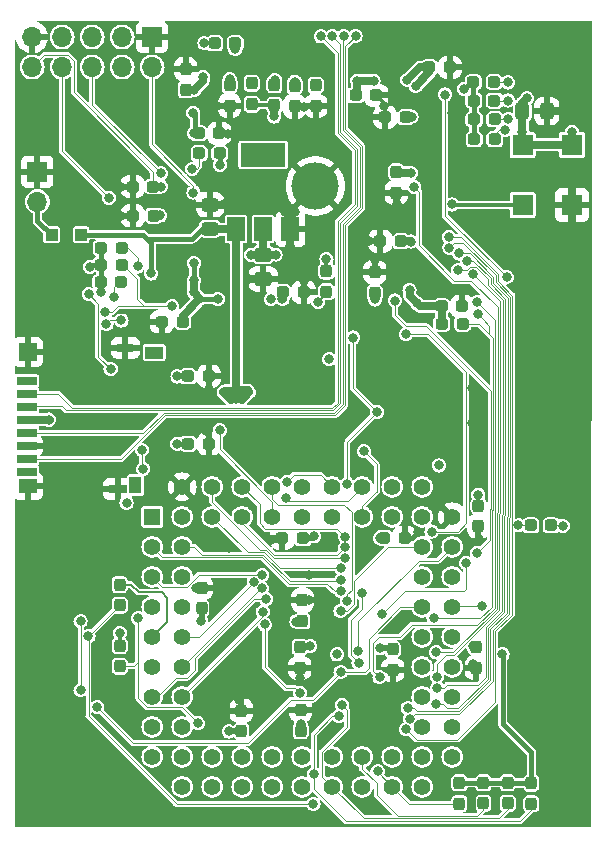
<source format=gbl>
G04 #@! TF.GenerationSoftware,KiCad,Pcbnew,7.0.1*
G04 #@! TF.CreationDate,2023-06-11T21:02:18+01:00*
G04 #@! TF.ProjectId,ElectronULA,456c6563-7472-46f6-9e55-4c412e6b6963,rev?*
G04 #@! TF.SameCoordinates,Original*
G04 #@! TF.FileFunction,Copper,L4,Bot*
G04 #@! TF.FilePolarity,Positive*
%FSLAX46Y46*%
G04 Gerber Fmt 4.6, Leading zero omitted, Abs format (unit mm)*
G04 Created by KiCad (PCBNEW 7.0.1) date 2023-06-11 21:02:18*
%MOMM*%
%LPD*%
G01*
G04 APERTURE LIST*
G04 Aperture macros list*
%AMRoundRect*
0 Rectangle with rounded corners*
0 $1 Rounding radius*
0 $2 $3 $4 $5 $6 $7 $8 $9 X,Y pos of 4 corners*
0 Add a 4 corners polygon primitive as box body*
4,1,4,$2,$3,$4,$5,$6,$7,$8,$9,$2,$3,0*
0 Add four circle primitives for the rounded corners*
1,1,$1+$1,$2,$3*
1,1,$1+$1,$4,$5*
1,1,$1+$1,$6,$7*
1,1,$1+$1,$8,$9*
0 Add four rect primitives between the rounded corners*
20,1,$1+$1,$2,$3,$4,$5,0*
20,1,$1+$1,$4,$5,$6,$7,0*
20,1,$1+$1,$6,$7,$8,$9,0*
20,1,$1+$1,$8,$9,$2,$3,0*%
G04 Aperture macros list end*
G04 #@! TA.AperFunction,ComponentPad*
%ADD10R,1.422400X1.422400*%
G04 #@! TD*
G04 #@! TA.AperFunction,ComponentPad*
%ADD11C,1.422400*%
G04 #@! TD*
G04 #@! TA.AperFunction,ComponentPad*
%ADD12R,1.700000X1.700000*%
G04 #@! TD*
G04 #@! TA.AperFunction,ComponentPad*
%ADD13O,1.700000X1.700000*%
G04 #@! TD*
G04 #@! TA.AperFunction,ComponentPad*
%ADD14C,4.000000*%
G04 #@! TD*
G04 #@! TA.AperFunction,SMDPad,CuDef*
%ADD15RoundRect,0.237500X0.237500X-0.287500X0.237500X0.287500X-0.237500X0.287500X-0.237500X-0.287500X0*%
G04 #@! TD*
G04 #@! TA.AperFunction,SMDPad,CuDef*
%ADD16RoundRect,0.237500X-0.287500X-0.237500X0.287500X-0.237500X0.287500X0.237500X-0.287500X0.237500X0*%
G04 #@! TD*
G04 #@! TA.AperFunction,SMDPad,CuDef*
%ADD17RoundRect,0.237500X-0.237500X0.287500X-0.237500X-0.287500X0.237500X-0.287500X0.237500X0.287500X0*%
G04 #@! TD*
G04 #@! TA.AperFunction,SMDPad,CuDef*
%ADD18RoundRect,0.237500X0.287500X0.237500X-0.287500X0.237500X-0.287500X-0.237500X0.287500X-0.237500X0*%
G04 #@! TD*
G04 #@! TA.AperFunction,SMDPad,CuDef*
%ADD19RoundRect,0.249999X0.450001X-0.325001X0.450001X0.325001X-0.450001X0.325001X-0.450001X-0.325001X0*%
G04 #@! TD*
G04 #@! TA.AperFunction,SMDPad,CuDef*
%ADD20RoundRect,0.249999X-0.325001X-0.450001X0.325001X-0.450001X0.325001X0.450001X-0.325001X0.450001X0*%
G04 #@! TD*
G04 #@! TA.AperFunction,SMDPad,CuDef*
%ADD21R,1.800000X1.800000*%
G04 #@! TD*
G04 #@! TA.AperFunction,SMDPad,CuDef*
%ADD22R,1.500000X2.000000*%
G04 #@! TD*
G04 #@! TA.AperFunction,SMDPad,CuDef*
%ADD23R,3.800000X2.000000*%
G04 #@! TD*
G04 #@! TA.AperFunction,SMDPad,CuDef*
%ADD24R,1.000000X1.000000*%
G04 #@! TD*
G04 #@! TA.AperFunction,SMDPad,CuDef*
%ADD25R,1.750000X0.700000*%
G04 #@! TD*
G04 #@! TA.AperFunction,SMDPad,CuDef*
%ADD26R,1.000000X1.450000*%
G04 #@! TD*
G04 #@! TA.AperFunction,SMDPad,CuDef*
%ADD27R,1.550000X1.000000*%
G04 #@! TD*
G04 #@! TA.AperFunction,SMDPad,CuDef*
%ADD28R,1.500000X0.800000*%
G04 #@! TD*
G04 #@! TA.AperFunction,SMDPad,CuDef*
%ADD29R,1.500000X1.300000*%
G04 #@! TD*
G04 #@! TA.AperFunction,SMDPad,CuDef*
%ADD30R,1.500000X1.500000*%
G04 #@! TD*
G04 #@! TA.AperFunction,SMDPad,CuDef*
%ADD31R,1.400000X0.800000*%
G04 #@! TD*
G04 #@! TA.AperFunction,SMDPad,CuDef*
%ADD32RoundRect,0.250000X-0.475000X0.337500X-0.475000X-0.337500X0.475000X-0.337500X0.475000X0.337500X0*%
G04 #@! TD*
G04 #@! TA.AperFunction,ViaPad*
%ADD33C,0.800000*%
G04 #@! TD*
G04 #@! TA.AperFunction,Conductor*
%ADD34C,0.400000*%
G04 #@! TD*
G04 #@! TA.AperFunction,Conductor*
%ADD35C,0.700000*%
G04 #@! TD*
G04 #@! TA.AperFunction,Conductor*
%ADD36C,0.150000*%
G04 #@! TD*
G04 #@! TA.AperFunction,Conductor*
%ADD37C,0.500000*%
G04 #@! TD*
G04 #@! TA.AperFunction,Conductor*
%ADD38C,0.300000*%
G04 #@! TD*
G04 #@! TA.AperFunction,Conductor*
%ADD39C,0.102000*%
G04 #@! TD*
G04 APERTURE END LIST*
D10*
X141338300Y-98336100D03*
D11*
X143878300Y-98336100D03*
X141338300Y-100876100D03*
X143878300Y-100876100D03*
X141338300Y-103416100D03*
X143878300Y-103416100D03*
X141338300Y-105956100D03*
X143878300Y-105956100D03*
X141338300Y-108496100D03*
X143878300Y-108496100D03*
X141338300Y-111036100D03*
X143878300Y-111036100D03*
X141338300Y-113576100D03*
X143878300Y-113576100D03*
X141338300Y-116116100D03*
X143878300Y-116116100D03*
X141338300Y-118656100D03*
X143878300Y-121196100D03*
X143878300Y-118656100D03*
X146418300Y-121196100D03*
X146418300Y-118656100D03*
X148958300Y-121196100D03*
X148958300Y-118656100D03*
X151498300Y-121196100D03*
X151498300Y-118656100D03*
X154038300Y-121196100D03*
X154038300Y-118656100D03*
X156578300Y-121196100D03*
X156578300Y-118656100D03*
X159118300Y-121196100D03*
X159118300Y-118656100D03*
X161658300Y-121196100D03*
X161658300Y-118656100D03*
X164198300Y-121196100D03*
X166738300Y-118656100D03*
X164198300Y-118656100D03*
X166738300Y-116116100D03*
X164198300Y-116116100D03*
X166738300Y-113576100D03*
X164198300Y-113576100D03*
X166738300Y-111036100D03*
X164198300Y-111036100D03*
X166738300Y-108496100D03*
X164198300Y-108496100D03*
X166738300Y-105956100D03*
X164198300Y-105956100D03*
X166738300Y-103416100D03*
X164198300Y-103416100D03*
X166738300Y-100876100D03*
X164198300Y-100876100D03*
X166738300Y-98336100D03*
X164198300Y-95796100D03*
X164198300Y-98336100D03*
X161658300Y-95796100D03*
X161658300Y-98336100D03*
X159118300Y-95796100D03*
X159118300Y-98336100D03*
X156578300Y-95796100D03*
X156578300Y-98336100D03*
X154038300Y-95796100D03*
X154038300Y-98336100D03*
X151498300Y-95796100D03*
X151498300Y-98336100D03*
X148958300Y-95796100D03*
X148958300Y-98336100D03*
X146418300Y-95796100D03*
X146418300Y-98336100D03*
X143878300Y-95796100D03*
D12*
X141325600Y-57711340D03*
D13*
X141325600Y-60251340D03*
X138785600Y-57711340D03*
X138785600Y-60251340D03*
X136245600Y-57711340D03*
X136245600Y-60251340D03*
X133705600Y-57711340D03*
X133705600Y-60251340D03*
X131165600Y-57711340D03*
X131165600Y-60251340D03*
D12*
X131620260Y-69113400D03*
D13*
X131620260Y-71653400D03*
D14*
X155157200Y-70331000D03*
D15*
X148877200Y-116496000D03*
X148877200Y-114746000D03*
D16*
X160967200Y-100101000D03*
X162717200Y-100101000D03*
D15*
X154057200Y-107141000D03*
X154057200Y-105391000D03*
X145511520Y-106086880D03*
X145511520Y-104336880D03*
D17*
X161707200Y-109561000D03*
X161707200Y-111311000D03*
X168960200Y-97390000D03*
X168960200Y-99140000D03*
D18*
X154082200Y-100161000D03*
X152332200Y-100161000D03*
D16*
X144392200Y-92157560D03*
X146142200Y-92157560D03*
D15*
X153897200Y-116441000D03*
X153897200Y-114691000D03*
D17*
X153837200Y-109381000D03*
X153837200Y-111131000D03*
D18*
X162794920Y-64498220D03*
X161044920Y-64498220D03*
X162385980Y-74996040D03*
X160635980Y-74996040D03*
D17*
X153393140Y-61842680D03*
X153393140Y-63592680D03*
D15*
X160185100Y-79366080D03*
X160185100Y-77616080D03*
D17*
X147883880Y-61776640D03*
X147883880Y-63526640D03*
D16*
X165832820Y-80515460D03*
X167582820Y-80515460D03*
X164801580Y-60286900D03*
X166551580Y-60286900D03*
D18*
X141451300Y-72854820D03*
X139701300Y-72854820D03*
X143902200Y-81831000D03*
X142152200Y-81831000D03*
D16*
X152411460Y-79308960D03*
X154161460Y-79308960D03*
X145263900Y-65864740D03*
X147013900Y-65864740D03*
X139683520Y-70370700D03*
X141433520Y-70370700D03*
D15*
X151683720Y-63486000D03*
X151683720Y-61736000D03*
X149778720Y-63394560D03*
X149778720Y-61644560D03*
D16*
X146627880Y-58239660D03*
X148377880Y-58239660D03*
D17*
X161991040Y-69127400D03*
X161991040Y-70877400D03*
D15*
X155188920Y-63552040D03*
X155188920Y-61802040D03*
D19*
X146237960Y-73948400D03*
X146237960Y-71898400D03*
D17*
X168772840Y-109371160D03*
X168772840Y-111121160D03*
D20*
X172680520Y-63985140D03*
X174730520Y-63985140D03*
D21*
X176880520Y-66855340D03*
X176880520Y-71935340D03*
X172689520Y-71935340D03*
X172689520Y-66855340D03*
D16*
X158558260Y-62664340D03*
X160308260Y-62664340D03*
D22*
X153033760Y-73980440D03*
X150733760Y-73980440D03*
X148433760Y-73980440D03*
D23*
X150733760Y-67680440D03*
D15*
X144170400Y-62160120D03*
X144170400Y-60410120D03*
X138595100Y-110994160D03*
X138595100Y-109244160D03*
D16*
X173386200Y-99069000D03*
X175136200Y-99069000D03*
D15*
X156077920Y-79269560D03*
X156077920Y-77519560D03*
D16*
X165865840Y-81978500D03*
X167615840Y-81978500D03*
D18*
X170282840Y-61523880D03*
X168532840Y-61523880D03*
X170313320Y-63103760D03*
X168563320Y-63103760D03*
X170333640Y-64678560D03*
X168583640Y-64678560D03*
X170343800Y-66365120D03*
X168593800Y-66365120D03*
D16*
X144392200Y-86427560D03*
X146142200Y-86427560D03*
D18*
X147067240Y-67564000D03*
X145317240Y-67564000D03*
X138736040Y-78450440D03*
X136986040Y-78450440D03*
X138761440Y-76982320D03*
X137011440Y-76982320D03*
D15*
X138572240Y-105820180D03*
X138572240Y-104070180D03*
D18*
X138766520Y-75575160D03*
X137016520Y-75575160D03*
D24*
X135318820Y-74455020D03*
X132818820Y-74455020D03*
D15*
X167335200Y-122614660D03*
X167335200Y-120864660D03*
X169384980Y-122599420D03*
X169384980Y-120849420D03*
X171437300Y-122589260D03*
X171437300Y-120839260D03*
X173428660Y-122622280D03*
X173428660Y-120872280D03*
D25*
X130694940Y-86829900D03*
X130694940Y-87929900D03*
X130694940Y-89029900D03*
X130694940Y-90129900D03*
X130694940Y-91229900D03*
X130694940Y-92329900D03*
X130694940Y-93429900D03*
X130694940Y-94529900D03*
D26*
X139919940Y-95654900D03*
D27*
X141494940Y-84429900D03*
D28*
X138419940Y-95979900D03*
D29*
X130819940Y-95729900D03*
D30*
X130819940Y-84379900D03*
D31*
X139069940Y-84029900D03*
D32*
X150723600Y-76127700D03*
X150723600Y-78202700D03*
D33*
X148427200Y-87701000D03*
X143467200Y-92147560D03*
X149047200Y-88071000D03*
X170990200Y-109971000D03*
X155036520Y-99989640D03*
X147837200Y-88061000D03*
X153927200Y-115911000D03*
X141237200Y-77731000D03*
X154717199Y-109280999D03*
X148437200Y-88391000D03*
X168524587Y-109310817D03*
X153547200Y-107201000D03*
X138595100Y-108150660D03*
X143477200Y-86447560D03*
X147068540Y-68531740D03*
X163637200Y-61871000D03*
X160077200Y-61411000D03*
X160607200Y-100131000D03*
X156976190Y-109980062D03*
X152366980Y-79918560D03*
X145760440Y-58234580D03*
X146883120Y-79888082D03*
X156317200Y-84981000D03*
X151384000Y-79903320D03*
X145336260Y-79888080D03*
X163121340Y-79154020D03*
X176875440Y-65743590D03*
X153418540Y-61493400D03*
X142007221Y-72822913D03*
X144866360Y-65859660D03*
X158697200Y-61411000D03*
X132570220Y-90106500D03*
X160640397Y-109472038D03*
X147888960Y-61292738D03*
X167726360Y-62097920D03*
X147827198Y-116501000D03*
X160200340Y-79931260D03*
X145637200Y-61081000D03*
X139167200Y-97161000D03*
X144807200Y-64121000D03*
X163291520Y-64449960D03*
X144871440Y-78300580D03*
X176091200Y-99088000D03*
X151777700Y-76133960D03*
X172679360Y-65743590D03*
X168936200Y-96460000D03*
X149715220Y-76149200D03*
X173045120Y-62895480D03*
X144907200Y-62181000D03*
X163240720Y-75031600D03*
X163774120Y-80261460D03*
X151673560Y-64439800D03*
X165597840Y-93987620D03*
X162942210Y-61331000D03*
X156088080Y-76540360D03*
X136997440Y-79298800D03*
X136047480Y-77170280D03*
X163238180Y-69207380D03*
X144861280Y-76852780D03*
X145467198Y-107141510D03*
X144861280Y-79331820D03*
X154609800Y-103230680D03*
X151980900Y-86743540D03*
X146107200Y-87501000D03*
X145896945Y-91087162D03*
X154033220Y-92641420D03*
X152054560Y-92143580D03*
X177290200Y-96376000D03*
X159245300Y-86085680D03*
X147794980Y-65887600D03*
X145079720Y-104358440D03*
X150167340Y-93939360D03*
X176032200Y-122728000D03*
X165904200Y-95139000D03*
X132895340Y-92397580D03*
X138117200Y-97841000D03*
X132044440Y-111376460D03*
X132654040Y-63741300D03*
X172217080Y-68920360D03*
X146730720Y-77386180D03*
X151356060Y-100284280D03*
X140469620Y-122852180D03*
X132793740Y-115064540D03*
X132935980Y-99654360D03*
X153035000Y-75412600D03*
X167886380Y-69024500D03*
X146857720Y-63533020D03*
X148691600Y-113847880D03*
X156016960Y-117081300D03*
X154894280Y-58364120D03*
X161394140Y-79082900D03*
X168851580Y-83342480D03*
X142105380Y-63159640D03*
X168536620Y-110807500D03*
X175922940Y-64015620D03*
X161737040Y-107774740D03*
X160136840Y-114005360D03*
X158473140Y-116243100D03*
X158557200Y-64961000D03*
X176870360Y-70078600D03*
X148625560Y-70050660D03*
X159397700Y-58506360D03*
X147797200Y-100941000D03*
X168976200Y-100173000D03*
X153852880Y-111970820D03*
X154193240Y-63599060D03*
X149522180Y-78214220D03*
X159783780Y-116911120D03*
X135983767Y-80947481D03*
X137137200Y-90221000D03*
X177439200Y-82673000D03*
X145740120Y-93949520D03*
X163121340Y-67978020D03*
X151538940Y-109100620D03*
X172228200Y-107731000D03*
X153456640Y-72506840D03*
X147687200Y-95281000D03*
X157518100Y-107675680D03*
X175696880Y-68889880D03*
X177364200Y-104270000D03*
X138686540Y-72859900D03*
X168445700Y-90406220D03*
X164175440Y-81536540D03*
X148667200Y-111311000D03*
X138653520Y-70396100D03*
X140017200Y-86471000D03*
X164993320Y-91506040D03*
X174640200Y-101651000D03*
X141217200Y-79011000D03*
X132316220Y-118592600D03*
X136217660Y-67302380D03*
X176556200Y-104270000D03*
X154637740Y-105394760D03*
X166263320Y-89123520D03*
X147847200Y-104371000D03*
X169141140Y-85054440D03*
X163812220Y-99593400D03*
X156705300Y-91445080D03*
X156034740Y-107756960D03*
X147431760Y-109077760D03*
X159717740Y-75023980D03*
X160427200Y-97021000D03*
X150893780Y-58366660D03*
X147393660Y-71887080D03*
X175935640Y-75534520D03*
X135364258Y-78682001D03*
X168450260Y-87442040D03*
X169184320Y-59563000D03*
X162026600Y-71887080D03*
X160926780Y-63545720D03*
X162905440Y-73820020D03*
X162641280Y-76593700D03*
X166745920Y-64122300D03*
X167253920Y-83416140D03*
X147707200Y-97021000D03*
X162935920Y-119992140D03*
X160182560Y-76563220D03*
X134112000Y-82575400D03*
X154172920Y-78386940D03*
X151780240Y-123441460D03*
X169600200Y-116219000D03*
X137047200Y-94821000D03*
X152593040Y-72506840D03*
X134152640Y-121678700D03*
X132839460Y-104498140D03*
X145505737Y-99781762D03*
X176844960Y-58425080D03*
X161734500Y-117081300D03*
X176890680Y-73720960D03*
X140154660Y-106936540D03*
X145211800Y-115811300D03*
X150630870Y-104396039D03*
X150651764Y-103260149D03*
X150860760Y-107440990D03*
X153847200Y-113231000D03*
X152638760Y-96718120D03*
X149938181Y-103815161D03*
X150693120Y-106370120D03*
X150975446Y-105295669D03*
X158793180Y-109687360D03*
X169232200Y-105868000D03*
X157280542Y-106296504D03*
X137462260Y-82011520D03*
X135270240Y-107177840D03*
X136687560Y-114427000D03*
X157289500Y-111480600D03*
X138734800Y-81711800D03*
X135270239Y-113007139D03*
X160418780Y-119867680D03*
X135940800Y-108432600D03*
X154983180Y-122643900D03*
X157408880Y-114269520D03*
X155018401Y-120109319D03*
X157139453Y-115211532D03*
X157336470Y-104630443D03*
X157336470Y-103726435D03*
X152757200Y-95361000D03*
X137817860Y-85813900D03*
X135961120Y-79480390D03*
X140566140Y-94272100D03*
X140456920Y-92656660D03*
X157639794Y-101822062D03*
X157646247Y-100014177D03*
X157830520Y-105478580D03*
X159066186Y-104796238D03*
X158803340Y-110688120D03*
X159247200Y-92781000D03*
X160377200Y-89461000D03*
X157857200Y-95521000D03*
X158347202Y-83161000D03*
X157337560Y-102682820D03*
X157653722Y-100918158D03*
X147047200Y-91017560D03*
X171345200Y-78052000D03*
X172346200Y-99057000D03*
X166144200Y-62583000D03*
X161881820Y-80025240D03*
X168821200Y-101381000D03*
X162849560Y-116306600D03*
X166476680Y-74640440D03*
X165379400Y-114207270D03*
X167960040Y-76667360D03*
X167304720Y-76037440D03*
X162966400Y-114528600D03*
X163169600Y-115432840D03*
X166502080Y-75544680D03*
X162829240Y-82862420D03*
X164990780Y-99580700D03*
X167901200Y-102230000D03*
X160751520Y-106606340D03*
X167248840Y-77426010D03*
X165481000Y-112801400D03*
X165361620Y-109809280D03*
X163512500Y-70393560D03*
X155379420Y-80124300D03*
X168473120Y-77749400D03*
X165465760Y-111876840D03*
X168902380Y-81170780D03*
X165163500Y-106916220D03*
X166698700Y-71887080D03*
X142062200Y-70370700D03*
X151719280Y-61328300D03*
X149778720Y-61644560D03*
X148380824Y-58731282D03*
X155188920Y-61802040D03*
X137657734Y-71315990D03*
X142067280Y-69258180D03*
X144830800Y-70881240D03*
X171226480Y-65552320D03*
X171485560Y-64632840D03*
X171475400Y-63088520D03*
X171434760Y-61554360D03*
X144729200Y-68874640D03*
X138137200Y-79761000D03*
X140097200Y-77131000D03*
X143037200Y-80501000D03*
X137377200Y-81031000D03*
X168866820Y-80147160D03*
X160583880Y-111922560D03*
X155602940Y-57655460D03*
X156591000Y-57655460D03*
X157551120Y-57614820D03*
X158551880Y-57624980D03*
D34*
X143467200Y-92147560D02*
X144382200Y-92147560D01*
D35*
X148447760Y-87744300D02*
X148440140Y-87751920D01*
D34*
X144382200Y-92147560D02*
X144392200Y-92157560D01*
X144332200Y-92217560D02*
X144392200Y-92157560D01*
X168835100Y-109308900D02*
X168772840Y-109371160D01*
D35*
X148207200Y-88401000D02*
X148737200Y-88401000D01*
D34*
X153997200Y-107201000D02*
X154057200Y-107141000D01*
D36*
X142587200Y-107247200D02*
X141338300Y-108496100D01*
D35*
X149337200Y-87861000D02*
X149437200Y-87641000D01*
X147457200Y-87681000D02*
X148407200Y-87681000D01*
D34*
X169395140Y-120839260D02*
X169384980Y-120849420D01*
X153927200Y-115911000D02*
X153927200Y-116411000D01*
D35*
X147627200Y-87831000D02*
X147998120Y-87751920D01*
D34*
X154082200Y-100161000D02*
X154865160Y-100161000D01*
D35*
X147352660Y-87796460D02*
X148001740Y-88445540D01*
D34*
X173428660Y-120872280D02*
X173428660Y-118289460D01*
X168772840Y-109371160D02*
X168712497Y-109310817D01*
X153547200Y-107201000D02*
X153997200Y-107201000D01*
X167350440Y-120849420D02*
X167335200Y-120864660D01*
X135318820Y-74455020D02*
X140507720Y-74455020D01*
D35*
X149437200Y-87641000D02*
X149367200Y-87771000D01*
D34*
X154865160Y-100161000D02*
X155036520Y-99989640D01*
X141234160Y-75181460D02*
X141234160Y-77727960D01*
D35*
X148459220Y-87771000D02*
X149337200Y-87861000D01*
D34*
X146237960Y-73948400D02*
X145537960Y-73948400D01*
X141234160Y-77727960D02*
X141237200Y-77731000D01*
X144681721Y-74804639D02*
X140855700Y-74803000D01*
D35*
X149437200Y-87641000D02*
X148487200Y-87641000D01*
D36*
X142127200Y-104721000D02*
X142587200Y-105181000D01*
D35*
X148922200Y-88426000D02*
X149552200Y-87796000D01*
D34*
X145537960Y-73948400D02*
X144681721Y-74804639D01*
X153927200Y-116411000D02*
X153897200Y-116441000D01*
X153837200Y-109381000D02*
X154617198Y-109381000D01*
D35*
X148433760Y-73980440D02*
X146270000Y-73980440D01*
D36*
X140187200Y-104721000D02*
X142127200Y-104721000D01*
D35*
X148440140Y-73986820D02*
X148433760Y-73980440D01*
D36*
X142587200Y-105181000D02*
X142587200Y-107247200D01*
D34*
X140507720Y-74455020D02*
X140520420Y-74467720D01*
D35*
X148440140Y-87751920D02*
X148459220Y-87771000D01*
X147558120Y-87751920D02*
X147457200Y-87681000D01*
D34*
X173428660Y-120872280D02*
X171470320Y-120872280D01*
X171437300Y-120839260D02*
X169395140Y-120839260D01*
X140855700Y-74803000D02*
X140520420Y-74467720D01*
X171016200Y-109997000D02*
X170990200Y-109971000D01*
X171016200Y-115877000D02*
X171016200Y-109997000D01*
X154617198Y-109381000D02*
X154717199Y-109280999D01*
D35*
X148487200Y-87641000D02*
X148427200Y-87701000D01*
X148440140Y-87751920D02*
X148440140Y-73986820D01*
D36*
X139536380Y-104070180D02*
X140187200Y-104721000D01*
D34*
X173428660Y-118289460D02*
X171016200Y-115877000D01*
D35*
X147457200Y-87681000D02*
X147627200Y-87831000D01*
D34*
X140855700Y-74803000D02*
X141234160Y-75181460D01*
X168712497Y-109310817D02*
X168524587Y-109310817D01*
D36*
X138572240Y-104070180D02*
X139536380Y-104070180D01*
D34*
X169384980Y-120849420D02*
X167350440Y-120849420D01*
D35*
X148447760Y-73994440D02*
X148433760Y-73980440D01*
X148407200Y-87681000D02*
X148427200Y-87701000D01*
D34*
X171470320Y-120872280D02*
X171437300Y-120839260D01*
D37*
X143477200Y-86447560D02*
X144452200Y-86447560D01*
X144452200Y-86447560D02*
X144472200Y-86427560D01*
D38*
X146627880Y-58239660D02*
X145765520Y-58239660D01*
D35*
X163774120Y-80256380D02*
X163774120Y-80261460D01*
D34*
X168300400Y-61523880D02*
X167726360Y-62097920D01*
D35*
X162071020Y-69207380D02*
X161991040Y-69127400D01*
D34*
X168583640Y-66354960D02*
X168593800Y-66365120D01*
D35*
X150728680Y-76150360D02*
X149716380Y-76150360D01*
X172679360Y-66845180D02*
X172679360Y-66309275D01*
X172680520Y-63985140D02*
X172680520Y-65742430D01*
D34*
X144861280Y-76852780D02*
X144861280Y-78290420D01*
X144807200Y-64121000D02*
X144957800Y-64271600D01*
D35*
X163243260Y-64498220D02*
X163291520Y-64449960D01*
D34*
X136986040Y-79287400D02*
X136997440Y-79298800D01*
D38*
X156077920Y-76550520D02*
X156088080Y-76540360D01*
D37*
X145511520Y-106086880D02*
X145511520Y-107097188D01*
D38*
X156077920Y-77519560D02*
X156077920Y-76550520D01*
D37*
X161518238Y-109472038D02*
X161707200Y-109661000D01*
D38*
X145765520Y-58239660D02*
X145760440Y-58234580D01*
D35*
X130714720Y-90121740D02*
X132641340Y-90121740D01*
X150728680Y-76150360D02*
X151761300Y-76150360D01*
X163238180Y-69207380D02*
X162071020Y-69207380D01*
X142007221Y-72823899D02*
X142007221Y-72822913D01*
X172680520Y-65742430D02*
X172679360Y-65743590D01*
X144871440Y-65864740D02*
X144866360Y-65859660D01*
X147883880Y-61776640D02*
X147883880Y-61297818D01*
X163986310Y-60286900D02*
X162942210Y-61331000D01*
D38*
X168734200Y-97205000D02*
X168723200Y-97194000D01*
X151683720Y-63486000D02*
X149870160Y-63486000D01*
D35*
X176880520Y-66855340D02*
X176875440Y-66850260D01*
X147888960Y-61314360D02*
X147888960Y-61292738D01*
X145637200Y-61081000D02*
X145637200Y-61451000D01*
X163217860Y-75008740D02*
X163240720Y-75031600D01*
X145336260Y-79806800D02*
X145336260Y-79888080D01*
X147868640Y-61334680D02*
X147888960Y-61314360D01*
X163121340Y-79154020D02*
X163121340Y-79603600D01*
D38*
X149870160Y-63486000D02*
X149778720Y-63394560D01*
D35*
X151683720Y-63486000D02*
X151683720Y-64429640D01*
D34*
X168583640Y-64678560D02*
X168583640Y-66354960D01*
D35*
X145637200Y-61451000D02*
X144907200Y-62181000D01*
D34*
X137011440Y-78425040D02*
X136986040Y-78450440D01*
D35*
X176875440Y-66850260D02*
X176875440Y-66309275D01*
X160185100Y-79366080D02*
X160185100Y-79916020D01*
X153393140Y-61842680D02*
X153393140Y-61518800D01*
X144191280Y-62181000D02*
X144170400Y-62160120D01*
D34*
X168532840Y-63073280D02*
X168563320Y-63103760D01*
D35*
X172680520Y-63260080D02*
X173045120Y-62895480D01*
X164801580Y-60286900D02*
X163986310Y-60286900D01*
X147883880Y-61297818D02*
X147888960Y-61292738D01*
X162881280Y-75008740D02*
X163217860Y-75008740D01*
D38*
X168960200Y-96484000D02*
X168936200Y-96460000D01*
D35*
X145263900Y-65864740D02*
X144871440Y-65864740D01*
X151683720Y-64429640D02*
X151673560Y-64439800D01*
X144871440Y-79321660D02*
X144861280Y-79331820D01*
X164028120Y-80515460D02*
X165832820Y-80515460D01*
X158697200Y-61411000D02*
X158697200Y-62525400D01*
X151761300Y-76150360D02*
X151777700Y-76133960D01*
D34*
X137011440Y-76982320D02*
X137011440Y-78425040D01*
X168532840Y-61523880D02*
X168300400Y-61523880D01*
X145336260Y-79888080D02*
X146883118Y-79888080D01*
X144861280Y-78290420D02*
X144871440Y-78300580D01*
D37*
X148957200Y-116511000D02*
X147837198Y-116511000D01*
D34*
X137011440Y-76982320D02*
X136235440Y-76982320D01*
D35*
X141451300Y-72854820D02*
X141976300Y-72854820D01*
X143902200Y-81322140D02*
X145336260Y-79888080D01*
D37*
X160640397Y-109472038D02*
X161518238Y-109472038D01*
D35*
X144871440Y-78300580D02*
X144871440Y-79321660D01*
X176880520Y-66855340D02*
X172689520Y-66855340D01*
D34*
X137011440Y-75580240D02*
X137016520Y-75575160D01*
X147067240Y-67564000D02*
X147067240Y-68530440D01*
X137011440Y-76982320D02*
X137011440Y-75580240D01*
D37*
X147837198Y-116511000D02*
X147827198Y-116501000D01*
D35*
X152411460Y-79874080D02*
X152366980Y-79918560D01*
D39*
X176072200Y-99069000D02*
X176091200Y-99088000D01*
D34*
X136235440Y-76982320D02*
X136047480Y-77170280D01*
X136986040Y-78450440D02*
X136986040Y-79287400D01*
D37*
X145457708Y-107141510D02*
X145467198Y-107141510D01*
D34*
X147067240Y-68530440D02*
X147068540Y-68531740D01*
D38*
X138595100Y-109244160D02*
X138595100Y-108150660D01*
D34*
X168563320Y-64658240D02*
X168583640Y-64678560D01*
D35*
X160185100Y-79916020D02*
X160200340Y-79931260D01*
D34*
X144957800Y-65558640D02*
X145263900Y-65864740D01*
D35*
X143902200Y-81831000D02*
X143902200Y-81322140D01*
X144907200Y-62181000D02*
X144191280Y-62181000D01*
X162794920Y-64498220D02*
X163243260Y-64498220D01*
X165832820Y-80515460D02*
X165832820Y-81945480D01*
X172689520Y-66855340D02*
X172679360Y-66845180D01*
D34*
X146883118Y-79888080D02*
X146883120Y-79888082D01*
D35*
X165832820Y-81945480D02*
X165865840Y-81978500D01*
D34*
X144957800Y-64271600D02*
X144957800Y-65558640D01*
D35*
X163774120Y-80261460D02*
X164028120Y-80515460D01*
X163774120Y-80271620D02*
X163774120Y-80261460D01*
D39*
X175136200Y-99069000D02*
X176072200Y-99069000D01*
D35*
X144861280Y-79331820D02*
X145336260Y-79806800D01*
X149716380Y-76150360D02*
X149715220Y-76149200D01*
X164801580Y-60706620D02*
X163637200Y-61871000D01*
X153393140Y-61518800D02*
X153418540Y-61493400D01*
X150728680Y-76150360D02*
X150728680Y-73985520D01*
X172679360Y-66309275D02*
X172679360Y-65743590D01*
X158697200Y-62525400D02*
X158558260Y-62664340D01*
D34*
X168532840Y-61523880D02*
X168532840Y-63073280D01*
D38*
X168960200Y-97390000D02*
X168960200Y-96484000D01*
D35*
X152411460Y-79308960D02*
X152411460Y-79874080D01*
X163121340Y-79603600D02*
X163774120Y-80256380D01*
X172680520Y-63985140D02*
X172680520Y-63260080D01*
D37*
X145367200Y-107051002D02*
X145457708Y-107141510D01*
D35*
X164801580Y-60286900D02*
X164801580Y-60706620D01*
D38*
X160640397Y-109247803D02*
X160640397Y-109472038D01*
D35*
X176875440Y-66309275D02*
X176875440Y-65743590D01*
D37*
X145511520Y-107097188D02*
X145467198Y-107141510D01*
D35*
X160077200Y-61411000D02*
X158697200Y-61411000D01*
D34*
X168563320Y-63103760D02*
X168563320Y-64658240D01*
D35*
X141976300Y-72854820D02*
X142007221Y-72823899D01*
D34*
X146142200Y-92157560D02*
X146142200Y-91332417D01*
X146142200Y-91332417D02*
X145896945Y-91087162D01*
X148877200Y-114033480D02*
X148691600Y-113847880D01*
D35*
X175922940Y-64015620D02*
X174761000Y-64015620D01*
D34*
X139696220Y-72859900D02*
X139701300Y-72854820D01*
X153837200Y-111955140D02*
X153852880Y-111970820D01*
D38*
X160926780Y-63545720D02*
X160926780Y-63282860D01*
D35*
X146237960Y-71898400D02*
X147382340Y-71898400D01*
D38*
X146864100Y-63526640D02*
X146857720Y-63533020D01*
D34*
X151356060Y-100284280D02*
X152208920Y-100284280D01*
D35*
X176880520Y-70088760D02*
X176870360Y-70078600D01*
D34*
X145511520Y-104336880D02*
X145007950Y-104336880D01*
X146222200Y-87468968D02*
X146194014Y-87497154D01*
X148877200Y-114746000D02*
X148877200Y-114033480D01*
X139658120Y-70396100D02*
X139683520Y-70370700D01*
X162026600Y-70912960D02*
X161991040Y-70877400D01*
D38*
X154240260Y-63552040D02*
X154193240Y-63599060D01*
X168976200Y-99156000D02*
X168960200Y-99140000D01*
X161044920Y-64498220D02*
X161044920Y-63663860D01*
X155188920Y-63552040D02*
X154240260Y-63552040D01*
X154161460Y-79308960D02*
X154161460Y-78398400D01*
D35*
X176880520Y-73710800D02*
X176890680Y-73720960D01*
X153033760Y-73980440D02*
X153033760Y-75411360D01*
D34*
X153837200Y-111131000D02*
X153837200Y-111955140D01*
X159745680Y-74996040D02*
X159717740Y-75023980D01*
D38*
X147036760Y-65887600D02*
X147013900Y-65864740D01*
D35*
X176880520Y-71935340D02*
X176880520Y-70088760D01*
X145511520Y-104336880D02*
X145101280Y-104336880D01*
D38*
X154193240Y-63599060D02*
X153399520Y-63599060D01*
D35*
X153033760Y-73980440D02*
X153033760Y-72929720D01*
D34*
X160635980Y-74996040D02*
X159745680Y-74996040D01*
X138686540Y-72859900D02*
X139696220Y-72859900D01*
X154057200Y-105391000D02*
X154633980Y-105391000D01*
D35*
X150728680Y-78200360D02*
X149536040Y-78200360D01*
D38*
X161044920Y-63663860D02*
X160926780Y-63545720D01*
X147883880Y-63526640D02*
X146864100Y-63526640D01*
D35*
X145101280Y-104336880D02*
X145079720Y-104358440D01*
D38*
X168976200Y-100173000D02*
X168976200Y-99156000D01*
D34*
X162026600Y-71887080D02*
X162026600Y-70912960D01*
X162717200Y-100101000D02*
X163304620Y-100101000D01*
D38*
X160185100Y-77616080D02*
X160185100Y-76565760D01*
D34*
X163304620Y-100101000D02*
X163812220Y-99593400D01*
X152208920Y-100284280D02*
X152332200Y-100161000D01*
D38*
X147794980Y-65887600D02*
X147036760Y-65887600D01*
X160185100Y-76565760D02*
X160182560Y-76563220D01*
D35*
X174761000Y-64015620D02*
X174730520Y-63985140D01*
D34*
X138653520Y-70396100D02*
X139658120Y-70396100D01*
X154633980Y-105391000D02*
X154637740Y-105394760D01*
D35*
X147382340Y-71898400D02*
X147393660Y-71887080D01*
D38*
X153399520Y-63599060D02*
X153393140Y-63592680D01*
X154161460Y-78398400D02*
X154172920Y-78386940D01*
D35*
X149536040Y-78200360D02*
X149522180Y-78214220D01*
D38*
X160926780Y-63282860D02*
X160308260Y-62664340D01*
D34*
X146107200Y-86450296D02*
X146107200Y-87491704D01*
D35*
X176880520Y-71935340D02*
X176880520Y-73710800D01*
D39*
X139783620Y-110990380D02*
X140042700Y-110731300D01*
X140154660Y-113674438D02*
X140154660Y-110731300D01*
X140154660Y-110731300D02*
X140154660Y-107502225D01*
X143842801Y-114442301D02*
X140922523Y-114442301D01*
X139779840Y-110994160D02*
X138595100Y-110994160D01*
X139783620Y-110990380D02*
X139776000Y-110982760D01*
X139783620Y-110990380D02*
X139779840Y-110994160D01*
X140042700Y-110731300D02*
X140154660Y-110731300D01*
X140922523Y-114442301D02*
X140154660Y-113674438D01*
X140154660Y-107502225D02*
X140154660Y-106936540D01*
X145211800Y-115811300D02*
X143842801Y-114442301D01*
X143878300Y-111036100D02*
X150518361Y-104396039D01*
X150518361Y-104396039D02*
X150630870Y-104396039D01*
X145263277Y-103260149D02*
X150086079Y-103260149D01*
X150086079Y-103260149D02*
X150651764Y-103260149D01*
X144241125Y-104282301D02*
X145263277Y-103260149D01*
X142204501Y-104282301D02*
X144241125Y-104282301D01*
X141338300Y-103416100D02*
X142204501Y-104282301D01*
X150860760Y-107440990D02*
X150860760Y-111044560D01*
X152647201Y-112831001D02*
X153447201Y-112831001D01*
X153447201Y-112831001D02*
X153847200Y-113231000D01*
X150860760Y-111044560D02*
X152647201Y-112831001D01*
X152887680Y-96967040D02*
X152638760Y-96718120D01*
X157947360Y-96967040D02*
X152887680Y-96967040D01*
X159118300Y-95796100D02*
X157947360Y-96967040D01*
X145257242Y-108496100D02*
X149938181Y-103815161D01*
X143878300Y-108496100D02*
X145257242Y-108496100D01*
X150693120Y-106761280D02*
X150693120Y-106370120D01*
X143878300Y-113576100D02*
X150693120Y-106761280D01*
X141724380Y-113576100D02*
X143334740Y-111965740D01*
X144934940Y-110274100D02*
X149913371Y-105295669D01*
X141338300Y-113576100D02*
X141724380Y-113576100D01*
X144246600Y-111965740D02*
X144934940Y-111277400D01*
X149913371Y-105295669D02*
X150975446Y-105295669D01*
X144934940Y-111277400D02*
X144934940Y-110274100D01*
X143334740Y-111965740D02*
X144246600Y-111965740D01*
X166738300Y-100876100D02*
X165572522Y-102041877D01*
X165572522Y-102041877D02*
X163939303Y-102041877D01*
X163939303Y-102041877D02*
X158793180Y-107188000D01*
X158793180Y-109121675D02*
X158793180Y-109687360D01*
X158793180Y-107188000D02*
X158793180Y-109121675D01*
X169214200Y-105886000D02*
X166808400Y-105886000D01*
X166808400Y-105886000D02*
X166738300Y-105956100D01*
X169232200Y-105868000D02*
X169214200Y-105886000D01*
X158425868Y-105145213D02*
X158425868Y-105716863D01*
X157846227Y-106296504D02*
X157280542Y-106296504D01*
X164198300Y-100876100D02*
X161323020Y-100876100D01*
X158427691Y-105143390D02*
X158425868Y-105145213D01*
X161323020Y-100876100D02*
X158427691Y-103771429D01*
X158427691Y-103771429D02*
X158427691Y-105143390D01*
X158425868Y-105716863D02*
X157846227Y-106296504D01*
X164198300Y-105956100D02*
X162346425Y-105956100D01*
X159649160Y-108653365D02*
X159649160Y-111175800D01*
X159334200Y-111480600D02*
X157289500Y-111480600D01*
X153088340Y-113817400D02*
X149430740Y-117475000D01*
X135270240Y-107177840D02*
X135270239Y-107743526D01*
X157289500Y-111480600D02*
X154952700Y-113817400D01*
X137087559Y-114826999D02*
X136687560Y-114427000D01*
X138734800Y-81711800D02*
X137761980Y-81711800D01*
X137761980Y-81711800D02*
X137462260Y-82011520D01*
X162346425Y-105956100D02*
X159649160Y-108653365D01*
X135270239Y-112441454D02*
X135270239Y-113007139D01*
X135270239Y-107743526D02*
X135270239Y-112441454D01*
X159649160Y-111175800D02*
X159339280Y-111485680D01*
X139735560Y-117475000D02*
X137087559Y-114826999D01*
X159339280Y-111485680D02*
X159334200Y-111480600D01*
X149430740Y-117475000D02*
X139735560Y-117475000D01*
X154952700Y-113817400D02*
X153088340Y-113817400D01*
X161658300Y-121196100D02*
X163076860Y-122614660D01*
X161658300Y-121196100D02*
X160418780Y-119956580D01*
X163076860Y-122614660D02*
X167335200Y-122614660D01*
X160418780Y-119956580D02*
X160418780Y-119867680D01*
X135943340Y-108449080D02*
X138572240Y-105820180D01*
X135943340Y-109047280D02*
X135943340Y-108449080D01*
X143410940Y-122643900D02*
X135943340Y-115176300D01*
X154983180Y-122643900D02*
X143410940Y-122643900D01*
X135943340Y-109047280D02*
X135943340Y-115176300D01*
X157808879Y-116143543D02*
X157808879Y-114669519D01*
X157808879Y-114669519D02*
X157408880Y-114269520D01*
X156578300Y-121196100D02*
X155712099Y-120329899D01*
X156578300Y-121196100D02*
X159255189Y-123872989D01*
X170678571Y-123872989D02*
X171437300Y-123114260D01*
X171437300Y-123114260D02*
X171437300Y-122589260D01*
X155712099Y-118240323D02*
X157808879Y-116143543D01*
X159255189Y-123872989D02*
X170678571Y-123872989D01*
X155712099Y-120329899D02*
X155712099Y-118240323D01*
X159118300Y-118656100D02*
X159118300Y-119661940D01*
X159118300Y-119661940D02*
X160360360Y-120904000D01*
X162109878Y-123666978D02*
X168842422Y-123666978D01*
X168842422Y-123666978D02*
X169384980Y-123124420D01*
X169384980Y-123124420D02*
X169384980Y-122599420D01*
X160360360Y-120904000D02*
X160360360Y-121917460D01*
X160360360Y-121917460D02*
X162109878Y-123666978D01*
X155018401Y-119543634D02*
X155018401Y-120109319D01*
X172496940Y-124079000D02*
X173428660Y-123147280D01*
X155018401Y-120109319D02*
X155018401Y-121358321D01*
X173428660Y-123147280D02*
X173428660Y-122622280D01*
X156573768Y-115211532D02*
X155018401Y-116766899D01*
X157739080Y-124079000D02*
X172496940Y-124079000D01*
X155018401Y-116766899D02*
X155018401Y-119543634D01*
X155018401Y-121358321D02*
X157739080Y-124079000D01*
X157139453Y-115211532D02*
X156573768Y-115211532D01*
X141338300Y-100876100D02*
X142204501Y-101742301D01*
X142204501Y-101742301D02*
X150629681Y-101742301D01*
X152900380Y-104013000D02*
X156153342Y-104013000D01*
X156153342Y-104013000D02*
X156770785Y-104630443D01*
X156770785Y-104630443D02*
X157336470Y-104630443D01*
X150629681Y-101742301D02*
X152900380Y-104013000D01*
X153001223Y-103804720D02*
X157258185Y-103804720D01*
X144884088Y-100876100D02*
X145544278Y-101536290D01*
X145544278Y-101536290D02*
X150732793Y-101536290D01*
X143878300Y-100876100D02*
X144884088Y-100876100D01*
X150732793Y-101536290D02*
X153001223Y-103804720D01*
X157258185Y-103804720D02*
X157336470Y-103726435D01*
X153307199Y-94811001D02*
X152757200Y-95361000D01*
X136771380Y-84173060D02*
X136771380Y-84767420D01*
X136771380Y-84173060D02*
X136771380Y-80290650D01*
X140456920Y-92656660D02*
X140456920Y-94162880D01*
X140456920Y-94162880D02*
X140566140Y-94272100D01*
X156578300Y-95796100D02*
X155593201Y-94811001D01*
X155593201Y-94811001D02*
X153307199Y-94811001D01*
X136771380Y-84767420D02*
X137817860Y-85813900D01*
X136771380Y-80290650D02*
X135961120Y-79480390D01*
X151639840Y-101822062D02*
X157074109Y-101822062D01*
X157074109Y-101822062D02*
X157639794Y-101822062D01*
X146418300Y-97042214D02*
X150500354Y-101124268D01*
X150942046Y-101124268D02*
X151639840Y-101822062D01*
X146418300Y-95796100D02*
X146418300Y-97042214D01*
X150500354Y-101124268D02*
X150942046Y-101124268D01*
X148958300Y-95796100D02*
X150426088Y-97263888D01*
X150927518Y-99338639D02*
X156970709Y-99338639D01*
X157246248Y-99614178D02*
X157646247Y-100014177D01*
X156970709Y-99338639D02*
X157246248Y-99614178D01*
X150426088Y-97263888D02*
X150426088Y-98837209D01*
X150426088Y-98837209D02*
X150927518Y-99338639D01*
X157830520Y-105478580D02*
X157830520Y-104912895D01*
X151498300Y-96786736D02*
X151498300Y-95796100D01*
X152011344Y-97299780D02*
X151498300Y-96786736D01*
X158221680Y-97960180D02*
X157561280Y-97299780D01*
X157830520Y-104912895D02*
X158221680Y-104521735D01*
X158221680Y-104521735D02*
X158221680Y-97960180D01*
X157561280Y-97299780D02*
X152011344Y-97299780D01*
X159066186Y-106158074D02*
X158150560Y-107073700D01*
X158403341Y-110288121D02*
X158803340Y-110688120D01*
X160337200Y-93871000D02*
X159247200Y-92781000D01*
X159066186Y-104796238D02*
X159066186Y-106158074D01*
X158150560Y-110035340D02*
X158403341Y-110288121D01*
X160337200Y-96201000D02*
X160337200Y-93871000D01*
X160317200Y-96221000D02*
X160337200Y-96201000D01*
X159118300Y-98336100D02*
X159118300Y-97419900D01*
X158150560Y-107073700D02*
X158150560Y-110035340D01*
X159118300Y-97419900D02*
X160317200Y-96221000D01*
X157857200Y-95521000D02*
X157857200Y-91981000D01*
X158347202Y-87431002D02*
X158347202Y-83161000D01*
X157857200Y-91981000D02*
X160377200Y-89461000D01*
X160377200Y-89461000D02*
X158347202Y-87431002D01*
X146418300Y-98336100D02*
X149412479Y-101330279D01*
X152129246Y-102641400D02*
X157296140Y-102641400D01*
X150818125Y-101330279D02*
X152129246Y-102641400D01*
X149412479Y-101330279D02*
X150818125Y-101330279D01*
X157296140Y-102641400D02*
X157337560Y-102682820D01*
X151678640Y-101569520D02*
X157002360Y-101569520D01*
X148958300Y-98849180D02*
X151678640Y-101569520D01*
X148958300Y-98336100D02*
X148958300Y-98849180D01*
X157002360Y-101569520D02*
X157653722Y-100918158D01*
X147047200Y-92626978D02*
X147047200Y-91017560D01*
X151498300Y-98336100D02*
X151498300Y-97078078D01*
X151498300Y-97078078D02*
X147047200Y-92626978D01*
X172346200Y-99057000D02*
X173374200Y-99057000D01*
X166144200Y-62583000D02*
X166144200Y-72851000D01*
X173374200Y-99057000D02*
X173386200Y-99069000D01*
X166144200Y-72851000D02*
X171345200Y-78052000D01*
X169909700Y-97715682D02*
X169909700Y-100292500D01*
X161881820Y-81239360D02*
X162834320Y-82191860D01*
X164531040Y-82191860D02*
X169984700Y-87645520D01*
X169984700Y-87645520D02*
X169984700Y-97640682D01*
X169984700Y-97640682D02*
X169909700Y-97715682D01*
X161881820Y-80025240D02*
X161881820Y-81239360D01*
X169909700Y-100292500D02*
X168821200Y-101381000D01*
X162834320Y-82191860D02*
X164531040Y-82191860D01*
X170621200Y-77782417D02*
X167479223Y-74640440D01*
X167479223Y-74640440D02*
X166476680Y-74640440D01*
X167167560Y-117190520D02*
X170379204Y-113978876D01*
X163733480Y-117190520D02*
X167167560Y-117190520D01*
X170621200Y-78391197D02*
X170621200Y-77782417D01*
X170379204Y-113978876D02*
X170379204Y-108022522D01*
X162849560Y-116306600D02*
X163733480Y-117190520D01*
X170379204Y-108022522D02*
X171759209Y-106642517D01*
X171834209Y-98406771D02*
X171834209Y-79604206D01*
X171759209Y-106642517D02*
X171759209Y-98481771D01*
X171834209Y-79604206D02*
X170621200Y-78391197D01*
X171759209Y-98481771D02*
X171834209Y-98406771D01*
X171142706Y-106361206D02*
X171142706Y-98226408D01*
X166263875Y-114526060D02*
X167260516Y-114526060D01*
X170004697Y-78136194D02*
X168535863Y-76667360D01*
X171142706Y-98226408D02*
X171217706Y-98151408D01*
X169761171Y-112025405D02*
X169761171Y-107742741D01*
X167260516Y-114526060D02*
X169761171Y-112025405D01*
X171217706Y-98151408D02*
X171217706Y-79859569D01*
X171217706Y-79859569D02*
X170004697Y-78646560D01*
X169761171Y-107742741D02*
X171142706Y-106361206D01*
X165379400Y-114207270D02*
X165945085Y-114207270D01*
X170004697Y-78646560D02*
X170004697Y-78136194D01*
X168535863Y-76667360D02*
X167960040Y-76667360D01*
X165945085Y-114207270D02*
X166263875Y-114526060D01*
X163765765Y-114762280D02*
X167315639Y-114762280D01*
X169967182Y-112110737D02*
X169967182Y-107828073D01*
X162966400Y-114528600D02*
X163532085Y-114528600D01*
X171348207Y-98311529D02*
X171423207Y-98236529D01*
X168217605Y-76037440D02*
X167304720Y-76037440D01*
X167315639Y-114762280D02*
X169967182Y-112110737D01*
X170210198Y-78030033D02*
X168217605Y-76037440D01*
X163532085Y-114528600D02*
X163765765Y-114762280D01*
X170210198Y-78561439D02*
X170210198Y-78030033D01*
X171348207Y-106447048D02*
X171348207Y-98311529D01*
X171423207Y-98236529D02*
X171423207Y-79774448D01*
X169967182Y-107828073D02*
X171348207Y-106447048D01*
X171423207Y-79774448D02*
X170210198Y-78561439D01*
X170415699Y-78476318D02*
X170415699Y-77868259D01*
X171628708Y-79689327D02*
X170415699Y-78476318D01*
X170415699Y-77868259D02*
X167692121Y-75144681D01*
X171628708Y-98321650D02*
X171628708Y-79689327D01*
X171553708Y-98396650D02*
X171628708Y-98321650D01*
X163169600Y-115432840D02*
X163569599Y-115032841D01*
X167336421Y-115032841D02*
X170173193Y-112196069D01*
X166902079Y-75144681D02*
X166502080Y-75544680D01*
X171553708Y-106538664D02*
X171553708Y-98396650D01*
X163569599Y-115032841D02*
X167336421Y-115032841D01*
X167692121Y-75144681D02*
X166902079Y-75144681D01*
X170173193Y-107919179D02*
X171553708Y-106538664D01*
X170173193Y-112196069D02*
X170173193Y-107919179D01*
X167891200Y-98895160D02*
X167891200Y-86067640D01*
X167205660Y-99580700D02*
X167891200Y-98895160D01*
X164990780Y-99580700D02*
X167205660Y-99580700D01*
X167891200Y-86067640D02*
X164685980Y-82862420D01*
X164685980Y-82862420D02*
X162829240Y-82862420D01*
X162727640Y-104630220D02*
X167693340Y-104630220D01*
X167901200Y-104422360D02*
X167901200Y-102230000D01*
X160751520Y-106606340D02*
X162727640Y-104630220D01*
X167693340Y-104630220D02*
X167901200Y-104422360D01*
X166295605Y-112552480D02*
X168937940Y-112552480D01*
X170937205Y-98141287D02*
X171012205Y-98066287D01*
X167975106Y-77426010D02*
X167248840Y-77426010D01*
X166046685Y-112801400D02*
X166295605Y-112552480D01*
X168937940Y-112552480D02*
X169555160Y-111935260D01*
X169555160Y-111935260D02*
X169555160Y-107657409D01*
X169799196Y-78731681D02*
X169799196Y-78242356D01*
X171012205Y-98066287D02*
X171012205Y-79944690D01*
X171012205Y-79944690D02*
X169799196Y-78731681D01*
X165481000Y-112801400D02*
X166046685Y-112801400D01*
X168206718Y-77194398D02*
X167975106Y-77426010D01*
X168751238Y-77194398D02*
X168206718Y-77194398D01*
X169555160Y-107657409D02*
X170937205Y-106275364D01*
X170937205Y-106275364D02*
X170937205Y-98141287D01*
X169799196Y-78242356D02*
X168751238Y-77194398D01*
X163912499Y-75363019D02*
X166908480Y-78359000D01*
X163912499Y-70793559D02*
X163912499Y-75363019D01*
X170526203Y-97971045D02*
X170526203Y-106103683D01*
X168353740Y-78359000D02*
X170601203Y-80606463D01*
X170526203Y-106103683D02*
X166820606Y-109809280D01*
X170601203Y-80606463D02*
X170601203Y-97896045D01*
X170601203Y-97896045D02*
X170526203Y-97971045D01*
X166908480Y-78359000D02*
X168353740Y-78359000D01*
X166820606Y-109809280D02*
X165361620Y-109809280D01*
X163512500Y-70393560D02*
X163912499Y-70793559D01*
X155379420Y-80124300D02*
X156077920Y-79425800D01*
X156077920Y-79425800D02*
X156077920Y-79269560D01*
X166870649Y-110050580D02*
X170731704Y-106189525D01*
X165465760Y-111876840D02*
X165465760Y-110794800D01*
X166209980Y-110050580D02*
X166870649Y-110050580D01*
X170731704Y-106189525D02*
X170731704Y-98056166D01*
X165465760Y-110794800D02*
X166209980Y-110050580D01*
X170731704Y-98056166D02*
X170806704Y-97981166D01*
X170806704Y-80082984D02*
X168473120Y-77749400D01*
X170806704Y-97981166D02*
X170806704Y-80082984D01*
X170115201Y-97800803D02*
X170115201Y-105931999D01*
X169130980Y-106916220D02*
X165163500Y-106916220D01*
X169872660Y-82141060D02*
X169302379Y-81570779D01*
X170190201Y-97725803D02*
X170115201Y-97800803D01*
X169872660Y-82859880D02*
X169872660Y-82141060D01*
X168991280Y-81978500D02*
X167615840Y-81978500D01*
X169872660Y-82859880D02*
X170190201Y-83177421D01*
X170190201Y-83177421D02*
X170190201Y-97725803D01*
X169302379Y-81570779D02*
X168902380Y-81170780D01*
X169872660Y-82859880D02*
X168991280Y-81978500D01*
X170115201Y-105931999D02*
X169130980Y-106916220D01*
D38*
X166746960Y-71935340D02*
X166698700Y-71887080D01*
X172689520Y-71935340D02*
X166746960Y-71935340D01*
X172680200Y-71926020D02*
X172689520Y-71935340D01*
D39*
X134710601Y-59768939D02*
X134188001Y-59246339D01*
X141433520Y-70370700D02*
X141433520Y-69101940D01*
D35*
X141433520Y-70370700D02*
X142062200Y-70370700D01*
D39*
X141433520Y-69101940D02*
X134710601Y-62379021D01*
X134710601Y-62379021D02*
X134710601Y-59768939D01*
X132170601Y-59246339D02*
X132015599Y-59401341D01*
X134188001Y-59246339D02*
X132170601Y-59246339D01*
X132015599Y-59401341D02*
X131165600Y-60251340D01*
D38*
X148377880Y-58239660D02*
X148377880Y-58728338D01*
X148377880Y-58728338D02*
X148380824Y-58731282D01*
D39*
X137257735Y-70915991D02*
X137657734Y-71315990D01*
X133705600Y-60251340D02*
X133705600Y-67363856D01*
X133705600Y-67363856D02*
X137257735Y-70915991D01*
X136245600Y-63436500D02*
X136245600Y-60251340D01*
X142067280Y-69258180D02*
X136245600Y-63436500D01*
X141325600Y-66810355D02*
X141325600Y-61453421D01*
X144830800Y-70315555D02*
X141325600Y-66810355D01*
X144830800Y-70881240D02*
X144830800Y-70315555D01*
X141325600Y-61453421D02*
X141325600Y-60251340D01*
X170343800Y-66365120D02*
X170343800Y-65890120D01*
X170343800Y-65890120D02*
X170681600Y-65552320D01*
X170681600Y-65552320D02*
X171226480Y-65552320D01*
X170379360Y-64632840D02*
X170333640Y-64678560D01*
X171485560Y-64632840D02*
X170379360Y-64632840D01*
X171475400Y-63088520D02*
X170328560Y-63088520D01*
X170328560Y-63088520D02*
X170313320Y-63103760D01*
D34*
X170486040Y-61320680D02*
X170282840Y-61523880D01*
D39*
X170313320Y-61554360D02*
X170282840Y-61523880D01*
X171434760Y-61554360D02*
X170313320Y-61554360D01*
X144729200Y-68874640D02*
X145089880Y-68874640D01*
X145317240Y-68647280D02*
X145317240Y-68039000D01*
X145317240Y-68039000D02*
X145317240Y-67564000D01*
X145089880Y-68874640D02*
X145317240Y-68647280D01*
X138137200Y-78861000D02*
X138547760Y-78450440D01*
X138547760Y-78450440D02*
X138736040Y-78450440D01*
X138137200Y-79761000D02*
X138137200Y-78861000D01*
X138766520Y-75575160D02*
X139291520Y-75575160D01*
X140097200Y-76380840D02*
X140097200Y-77131000D01*
X139291520Y-75575160D02*
X140097200Y-76380840D01*
D34*
X138761440Y-75580240D02*
X138766520Y-75575160D01*
D39*
X138472885Y-80501000D02*
X137942885Y-81031000D01*
X140677200Y-80501000D02*
X142471515Y-80501000D01*
X140067200Y-78221000D02*
X140067200Y-79891000D01*
X142471515Y-80501000D02*
X143037200Y-80501000D01*
X140297200Y-80121000D02*
X140677200Y-80501000D01*
X138828520Y-76982320D02*
X140067200Y-78221000D01*
X137942885Y-81031000D02*
X137377200Y-81031000D01*
X138761440Y-76982320D02*
X138761440Y-77350925D01*
X138761440Y-76982320D02*
X138828520Y-76982320D01*
X140067200Y-79891000D02*
X140297200Y-80121000D01*
X140677200Y-80501000D02*
X138472885Y-80501000D01*
X160583880Y-111922560D02*
X160055560Y-111394240D01*
X160055560Y-111394240D02*
X160055560Y-109021880D01*
X170320702Y-97885924D02*
X170395702Y-97810924D01*
X160055560Y-109021880D02*
X160571180Y-108506260D01*
X170320702Y-106017841D02*
X170320702Y-97885924D01*
X170395702Y-81676042D02*
X168866820Y-80147160D01*
X168840663Y-107497880D02*
X170320702Y-106017841D01*
X160571180Y-108506260D02*
X162283140Y-108506260D01*
X162283140Y-108506260D02*
X163291520Y-107497880D01*
X170395702Y-97810924D02*
X170395702Y-81676042D01*
X163291520Y-107497880D02*
X168840663Y-107497880D01*
D34*
X131620260Y-71653400D02*
X131620260Y-73319960D01*
X131620260Y-73319960D02*
X132811200Y-74510900D01*
D39*
X157043120Y-59095640D02*
X155602940Y-57655460D01*
X157043120Y-65826920D02*
X157043120Y-59095640D01*
X130822700Y-87932260D02*
X133375400Y-87932260D01*
X158477200Y-67261000D02*
X157043120Y-65826920D01*
X156594353Y-89107467D02*
X157043120Y-88658700D01*
X157043120Y-73325080D02*
X158477200Y-71891000D01*
X134550607Y-89107467D02*
X156594353Y-89107467D01*
X158477200Y-71891000D02*
X158477200Y-67261000D01*
X157043120Y-88658700D02*
X157043120Y-73325080D01*
X133375400Y-87932260D02*
X134550607Y-89107467D01*
X157257200Y-65741000D02*
X157257200Y-58321660D01*
X130759200Y-89006680D02*
X130794760Y-88971120D01*
X158687200Y-72001000D02*
X158687200Y-67171000D01*
X156679685Y-89313478D02*
X157251400Y-88741763D01*
X158687200Y-67171000D02*
X157257200Y-65741000D01*
X157251400Y-88741763D02*
X157251400Y-73436800D01*
X157257200Y-58321660D02*
X156591000Y-57655460D01*
X133687820Y-88971120D02*
X134030178Y-89313478D01*
X134030178Y-89313478D02*
X156679685Y-89313478D01*
X130794760Y-88971120D02*
X133687820Y-88971120D01*
X157251400Y-73436800D02*
X158687200Y-72001000D01*
X157467200Y-57698740D02*
X157551120Y-57614820D01*
X140587217Y-91257120D02*
X142324848Y-89519489D01*
X157467200Y-65611000D02*
X157467200Y-57698740D01*
X157467300Y-73521522D02*
X158907200Y-72081622D01*
X142324848Y-89519489D02*
X156765017Y-89519489D01*
X158907200Y-72081622D02*
X158907200Y-67051000D01*
X130759200Y-91203780D02*
X130812540Y-91257120D01*
X158907200Y-67051000D02*
X157467200Y-65611000D01*
X157467300Y-88817206D02*
X157467300Y-73521522D01*
X156765017Y-89519489D02*
X157467300Y-88817206D01*
X130812540Y-91257120D02*
X140587217Y-91257120D01*
X159117200Y-66961000D02*
X157692141Y-65535941D01*
X157692141Y-73596059D02*
X159117200Y-72171000D01*
X157692141Y-58484719D02*
X158551880Y-57624980D01*
X157692141Y-88883708D02*
X157692141Y-73596059D01*
X130759200Y-93385640D02*
X130794760Y-93421200D01*
X159117200Y-72171000D02*
X159117200Y-66961000D01*
X157692141Y-65535941D02*
X157692141Y-58484719D01*
X130794760Y-93421200D02*
X138714480Y-93421200D01*
X138714480Y-93421200D02*
X142410180Y-89725500D01*
X142410180Y-89725500D02*
X156850349Y-89725500D01*
X156850349Y-89725500D02*
X157692141Y-88883708D01*
G04 #@! TA.AperFunction,Conductor*
G36*
X178575035Y-56324882D02*
G01*
X178592974Y-56342839D01*
X178599522Y-56367363D01*
X178525857Y-124561076D01*
X178511488Y-124595688D01*
X178476862Y-124610023D01*
X129774529Y-124614767D01*
X129750026Y-124608203D01*
X129732089Y-124590267D01*
X129725524Y-124565767D01*
X129726709Y-99067051D01*
X140426600Y-99067051D01*
X140438232Y-99125529D01*
X140438232Y-99125530D01*
X140438233Y-99125531D01*
X140442601Y-99132068D01*
X140482547Y-99191852D01*
X140506646Y-99207954D01*
X140548869Y-99236167D01*
X140563489Y-99239075D01*
X140607349Y-99247800D01*
X140607352Y-99247800D01*
X142069248Y-99247800D01*
X142069251Y-99247800D01*
X142104337Y-99240820D01*
X142127731Y-99236167D01*
X142194052Y-99191852D01*
X142238367Y-99125531D01*
X142243020Y-99102137D01*
X142250000Y-99067051D01*
X142250000Y-98336100D01*
X142961578Y-98336100D01*
X142981611Y-98526697D01*
X143040834Y-98708966D01*
X143136656Y-98874936D01*
X143254083Y-99005352D01*
X143264893Y-99017357D01*
X143419939Y-99130005D01*
X143595017Y-99207954D01*
X143659465Y-99221653D01*
X143782475Y-99247800D01*
X143782476Y-99247800D01*
X143974124Y-99247800D01*
X143974125Y-99247800D01*
X144038440Y-99234129D01*
X144161583Y-99207954D01*
X144336661Y-99130005D01*
X144491707Y-99017357D01*
X144619944Y-98874936D01*
X144715767Y-98708964D01*
X144774989Y-98526697D01*
X144795022Y-98336100D01*
X144774989Y-98145503D01*
X144715767Y-97963236D01*
X144619944Y-97797264D01*
X144567492Y-97739010D01*
X144491709Y-97654845D01*
X144491708Y-97654844D01*
X144491707Y-97654843D01*
X144368919Y-97565632D01*
X144336660Y-97542194D01*
X144161581Y-97464245D01*
X143974125Y-97424400D01*
X143974124Y-97424400D01*
X143782476Y-97424400D01*
X143782475Y-97424400D01*
X143595018Y-97464245D01*
X143419939Y-97542194D01*
X143264890Y-97654845D01*
X143136656Y-97797263D01*
X143040834Y-97963233D01*
X142981611Y-98145502D01*
X142961578Y-98336100D01*
X142250000Y-98336100D01*
X142250000Y-97605149D01*
X142238367Y-97546670D01*
X142238367Y-97546669D01*
X142216209Y-97513508D01*
X142194052Y-97480347D01*
X142138701Y-97443363D01*
X142127731Y-97436033D01*
X142127730Y-97436032D01*
X142127729Y-97436032D01*
X142069251Y-97424400D01*
X142069248Y-97424400D01*
X140607352Y-97424400D01*
X140607349Y-97424400D01*
X140548870Y-97436032D01*
X140482547Y-97480347D01*
X140438232Y-97546670D01*
X140426600Y-97605149D01*
X140426600Y-99067051D01*
X129726709Y-99067051D01*
X129726812Y-96855493D01*
X129739556Y-96822535D01*
X129771156Y-96806719D01*
X129805177Y-96816271D01*
X129823976Y-96830344D01*
X129960849Y-96881395D01*
X130021348Y-96887900D01*
X130565940Y-96887900D01*
X130565940Y-95983900D01*
X131073940Y-95983900D01*
X131073940Y-96887900D01*
X131618532Y-96887900D01*
X131679032Y-96881395D01*
X131815903Y-96830345D01*
X131932844Y-96742804D01*
X132020385Y-96625863D01*
X132071435Y-96488992D01*
X132077940Y-96428492D01*
X132077940Y-96233900D01*
X137161940Y-96233900D01*
X137161940Y-96428492D01*
X137168444Y-96488992D01*
X137219494Y-96625863D01*
X137307035Y-96742804D01*
X137423976Y-96830345D01*
X137560847Y-96881395D01*
X137621348Y-96887900D01*
X138165940Y-96887900D01*
X138165940Y-96233900D01*
X137161940Y-96233900D01*
X132077940Y-96233900D01*
X132077940Y-95983900D01*
X131073940Y-95983900D01*
X130565940Y-95983900D01*
X130565940Y-95725900D01*
X137161940Y-95725900D01*
X138165940Y-95725900D01*
X138165940Y-95071900D01*
X137621348Y-95071900D01*
X137560847Y-95078404D01*
X137423976Y-95129454D01*
X137307035Y-95216995D01*
X137219494Y-95333936D01*
X137168444Y-95470807D01*
X137161940Y-95531308D01*
X137161940Y-95725900D01*
X130565940Y-95725900D01*
X130565940Y-95524900D01*
X130580292Y-95490252D01*
X130614940Y-95475900D01*
X132077940Y-95475900D01*
X132077940Y-95031308D01*
X132071435Y-94970807D01*
X132020385Y-94833936D01*
X131932844Y-94716995D01*
X131815903Y-94629454D01*
X131802317Y-94624387D01*
X131779191Y-94606422D01*
X131770440Y-94578476D01*
X131770440Y-94160149D01*
X131758807Y-94101670D01*
X131758807Y-94101669D01*
X131714492Y-94035348D01*
X131692482Y-94020641D01*
X131673306Y-93995650D01*
X131673306Y-93964150D01*
X131692483Y-93939158D01*
X131714492Y-93924452D01*
X131758807Y-93858131D01*
X131764232Y-93830857D01*
X131770440Y-93799651D01*
X131770440Y-93721700D01*
X131784792Y-93687052D01*
X131819440Y-93672700D01*
X138684882Y-93672700D01*
X138694440Y-93673640D01*
X138714480Y-93677627D01*
X138812611Y-93658108D01*
X138874802Y-93616552D01*
X138874801Y-93616552D01*
X138895801Y-93602521D01*
X138907156Y-93585526D01*
X138913241Y-93578111D01*
X139779054Y-92712298D01*
X139811564Y-92697994D01*
X139845197Y-92709411D01*
X139862282Y-92740551D01*
X139868355Y-92786675D01*
X139871876Y-92813422D01*
X139932384Y-92959501D01*
X139932385Y-92959502D01*
X140028637Y-93084942D01*
X140087527Y-93130129D01*
X140154079Y-93181196D01*
X140175172Y-93189933D01*
X140197162Y-93207979D01*
X140205420Y-93235202D01*
X140205420Y-93767812D01*
X140200367Y-93789484D01*
X140186249Y-93806686D01*
X140137857Y-93843817D01*
X140041605Y-93969257D01*
X140041604Y-93969258D01*
X140041604Y-93969259D01*
X140028499Y-94000897D01*
X139981096Y-94115337D01*
X139975196Y-94160149D01*
X139960458Y-94272100D01*
X139981096Y-94428862D01*
X140041604Y-94574941D01*
X140053801Y-94590836D01*
X140099637Y-94650571D01*
X140109577Y-94684671D01*
X140093867Y-94716527D01*
X140060763Y-94729400D01*
X139400189Y-94729400D01*
X139341710Y-94741032D01*
X139275387Y-94785347D01*
X139231072Y-94851670D01*
X139219440Y-94910149D01*
X139219440Y-95022900D01*
X139205088Y-95057548D01*
X139170440Y-95071900D01*
X138673940Y-95071900D01*
X138673940Y-96800767D01*
X138663814Y-96830596D01*
X138642665Y-96858157D01*
X138582156Y-97004237D01*
X138565418Y-97131372D01*
X138561518Y-97161000D01*
X138582156Y-97317762D01*
X138642664Y-97463841D01*
X138655330Y-97480348D01*
X138738917Y-97589282D01*
X138817001Y-97649197D01*
X138864359Y-97685536D01*
X139010438Y-97746044D01*
X139167200Y-97766682D01*
X139323962Y-97746044D01*
X139470041Y-97685536D01*
X139595482Y-97589282D01*
X139691736Y-97463841D01*
X139752244Y-97317762D01*
X139772882Y-97161000D01*
X139752244Y-97004238D01*
X139691736Y-96858159D01*
X139662026Y-96819440D01*
X143214170Y-96819440D01*
X143266368Y-96855990D01*
X143459716Y-96946149D01*
X143665774Y-97001363D01*
X143878300Y-97019956D01*
X144090825Y-97001363D01*
X144296883Y-96946149D01*
X144490227Y-96855991D01*
X144542428Y-96819438D01*
X144542428Y-96819437D01*
X143878300Y-96155310D01*
X143214170Y-96819437D01*
X143214170Y-96819440D01*
X139662026Y-96819440D01*
X139595482Y-96732718D01*
X139591555Y-96727600D01*
X139593522Y-96726090D01*
X139580193Y-96703147D01*
X139589510Y-96667105D01*
X139620386Y-96625861D01*
X139625453Y-96612277D01*
X139643418Y-96589151D01*
X139671364Y-96580400D01*
X140439691Y-96580400D01*
X140475488Y-96573279D01*
X140498171Y-96568767D01*
X140564492Y-96524452D01*
X140608807Y-96458131D01*
X140617331Y-96415279D01*
X140620440Y-96399651D01*
X140620440Y-95796100D01*
X142654443Y-95796100D01*
X142673036Y-96008625D01*
X142728250Y-96214683D01*
X142818409Y-96408031D01*
X142854958Y-96460228D01*
X142854960Y-96460228D01*
X143519090Y-95796101D01*
X143519090Y-95796100D01*
X144237510Y-95796100D01*
X144901637Y-96460228D01*
X144901638Y-96460228D01*
X144938191Y-96408027D01*
X145028349Y-96214683D01*
X145083563Y-96008625D01*
X145102156Y-95796100D01*
X145083563Y-95583574D01*
X145028349Y-95377517D01*
X144938192Y-95184174D01*
X144901638Y-95131970D01*
X144237510Y-95796100D01*
X143519090Y-95796100D01*
X142854960Y-95131970D01*
X142854959Y-95131970D01*
X142818409Y-95184171D01*
X142728250Y-95377517D01*
X142673036Y-95583574D01*
X142654443Y-95796100D01*
X140620440Y-95796100D01*
X140620440Y-94913605D01*
X140632600Y-94881297D01*
X140663044Y-94865024D01*
X140666575Y-94864558D01*
X140722902Y-94857144D01*
X140868981Y-94796636D01*
X140900097Y-94772760D01*
X143214170Y-94772760D01*
X143878299Y-95436889D01*
X144542428Y-94772760D01*
X144542428Y-94772758D01*
X144490231Y-94736209D01*
X144296883Y-94646050D01*
X144090825Y-94590836D01*
X143878300Y-94572243D01*
X143665774Y-94590836D01*
X143459717Y-94646050D01*
X143266371Y-94736209D01*
X143214170Y-94772759D01*
X143214170Y-94772760D01*
X140900097Y-94772760D01*
X140994422Y-94700382D01*
X141090676Y-94574941D01*
X141151184Y-94428862D01*
X141171822Y-94272100D01*
X141151184Y-94115338D01*
X141090676Y-93969259D01*
X141030656Y-93891039D01*
X140994422Y-93843817D01*
X140868982Y-93747565D01*
X140868981Y-93747564D01*
X140798773Y-93718483D01*
X140738668Y-93693586D01*
X140716678Y-93675539D01*
X140708420Y-93648316D01*
X140708420Y-93235202D01*
X140716678Y-93207979D01*
X140738667Y-93189933D01*
X140759761Y-93181196D01*
X140885202Y-93084942D01*
X140981456Y-92959501D01*
X141041964Y-92813422D01*
X141062602Y-92656660D01*
X141041964Y-92499898D01*
X140981456Y-92353819D01*
X140906754Y-92256465D01*
X140885202Y-92228377D01*
X140779878Y-92147560D01*
X142861518Y-92147560D01*
X142882156Y-92304322D01*
X142942664Y-92450401D01*
X142942665Y-92450402D01*
X143038917Y-92575842D01*
X143101988Y-92624237D01*
X143164359Y-92672096D01*
X143310438Y-92732604D01*
X143467200Y-92753242D01*
X143623962Y-92732604D01*
X143730606Y-92688429D01*
X143762480Y-92686490D01*
X143788782Y-92704603D01*
X143791490Y-92708273D01*
X143897723Y-92786675D01*
X143897724Y-92786675D01*
X143897725Y-92786676D01*
X144022351Y-92830285D01*
X144051944Y-92833060D01*
X144732455Y-92833060D01*
X144732456Y-92833060D01*
X144762049Y-92830285D01*
X144886675Y-92786676D01*
X144959942Y-92732603D01*
X144992909Y-92708273D01*
X144992909Y-92708271D01*
X144992911Y-92708271D01*
X145061104Y-92615871D01*
X145090486Y-92597010D01*
X145124969Y-92602501D01*
X145147041Y-92629557D01*
X145174448Y-92712266D01*
X145265938Y-92860594D01*
X145389165Y-92983821D01*
X145537493Y-93075311D01*
X145702922Y-93130129D01*
X145805022Y-93140560D01*
X145888200Y-93140560D01*
X145888200Y-91174560D01*
X145805022Y-91174560D01*
X145702922Y-91184990D01*
X145537493Y-91239808D01*
X145389165Y-91331298D01*
X145265938Y-91454525D01*
X145174448Y-91602854D01*
X145147041Y-91685562D01*
X145124969Y-91712618D01*
X145090486Y-91718109D01*
X145061102Y-91699246D01*
X144992909Y-91606846D01*
X144886676Y-91528444D01*
X144762049Y-91484835D01*
X144762048Y-91484834D01*
X144732456Y-91482060D01*
X144051944Y-91482060D01*
X144037147Y-91483447D01*
X144022350Y-91484835D01*
X143897726Y-91528443D01*
X143792014Y-91606461D01*
X143768858Y-91615673D01*
X143744166Y-91612305D01*
X143623964Y-91562516D01*
X143467200Y-91541878D01*
X143310437Y-91562516D01*
X143213054Y-91602854D01*
X143178910Y-91616997D01*
X143164357Y-91623025D01*
X143038917Y-91719277D01*
X142942665Y-91844717D01*
X142882156Y-91990797D01*
X142874233Y-92050978D01*
X142861518Y-92147560D01*
X140779878Y-92147560D01*
X140759762Y-92132125D01*
X140759761Y-92132124D01*
X140613682Y-92071616D01*
X140607651Y-92070822D01*
X140540811Y-92062022D01*
X140509671Y-92044937D01*
X140498254Y-92011304D01*
X140512558Y-91978794D01*
X142500001Y-89991352D01*
X142534650Y-89977000D01*
X156820751Y-89977000D01*
X156830309Y-89977940D01*
X156850349Y-89981927D01*
X156948480Y-89962408D01*
X157010671Y-89920852D01*
X157010670Y-89920852D01*
X157031670Y-89906821D01*
X157043025Y-89889826D01*
X157049110Y-89882411D01*
X157849055Y-89082467D01*
X157856468Y-89076382D01*
X157873462Y-89065029D01*
X157882063Y-89052155D01*
X157882065Y-89052154D01*
X157887492Y-89044030D01*
X157887494Y-89044030D01*
X157929049Y-88981839D01*
X157948568Y-88883708D01*
X157944581Y-88863668D01*
X157943641Y-88854110D01*
X157943641Y-83707612D01*
X157956514Y-83674508D01*
X157988371Y-83658798D01*
X158022468Y-83668737D01*
X158044361Y-83685536D01*
X158065454Y-83694273D01*
X158087444Y-83712319D01*
X158095702Y-83739542D01*
X158095702Y-87401404D01*
X158094761Y-87410962D01*
X158090775Y-87431002D01*
X158102756Y-87491236D01*
X158110294Y-87529133D01*
X158139453Y-87572772D01*
X158139455Y-87572774D01*
X158165880Y-87612322D01*
X158182868Y-87623673D01*
X158190293Y-87629767D01*
X159790271Y-89229745D01*
X159803681Y-89254833D01*
X159800893Y-89283144D01*
X159792156Y-89304236D01*
X159771518Y-89461000D01*
X159792156Y-89617761D01*
X159800893Y-89638856D01*
X159803680Y-89667166D01*
X159790270Y-89692254D01*
X157700290Y-91782234D01*
X157692867Y-91788327D01*
X157675878Y-91799679D01*
X157645529Y-91845098D01*
X157620292Y-91882867D01*
X157600773Y-91981000D01*
X157604759Y-92001039D01*
X157605700Y-92010598D01*
X157605700Y-94942458D01*
X157597442Y-94969681D01*
X157575452Y-94987726D01*
X157563557Y-94992654D01*
X157554358Y-94996464D01*
X157428919Y-95092716D01*
X157346476Y-95200158D01*
X157323555Y-95216658D01*
X157295333Y-95217767D01*
X157271188Y-95203115D01*
X157191709Y-95114845D01*
X157191708Y-95114844D01*
X157191707Y-95114843D01*
X157088342Y-95039744D01*
X157036660Y-95002194D01*
X156861581Y-94924245D01*
X156674125Y-94884400D01*
X156674124Y-94884400D01*
X156482476Y-94884400D01*
X156482475Y-94884400D01*
X156295016Y-94924246D01*
X156164630Y-94982295D01*
X156135771Y-94985710D01*
X156110053Y-94972179D01*
X155791966Y-94654092D01*
X155785872Y-94646667D01*
X155774521Y-94629679D01*
X155720080Y-94593303D01*
X155720079Y-94593302D01*
X155691333Y-94574093D01*
X155613240Y-94558560D01*
X155593201Y-94554574D01*
X155593200Y-94554574D01*
X155573162Y-94558560D01*
X155563603Y-94559501D01*
X153336797Y-94559501D01*
X153327238Y-94558560D01*
X153307199Y-94554574D01*
X153209066Y-94574093D01*
X153180321Y-94593302D01*
X153180320Y-94593303D01*
X153125877Y-94629680D01*
X153114525Y-94646669D01*
X153108433Y-94654091D01*
X152988454Y-94774070D01*
X152963366Y-94787480D01*
X152935056Y-94784693D01*
X152925189Y-94780606D01*
X152913962Y-94775956D01*
X152757200Y-94755318D01*
X152757199Y-94755318D01*
X152600437Y-94775956D01*
X152454357Y-94836465D01*
X152328917Y-94932717D01*
X152232665Y-95058157D01*
X152232664Y-95058158D01*
X152232664Y-95058159D01*
X152228270Y-95068767D01*
X152208190Y-95117243D01*
X152186675Y-95141348D01*
X152154832Y-95146819D01*
X152126506Y-95131279D01*
X152111707Y-95114843D01*
X151956660Y-95002194D01*
X151781581Y-94924245D01*
X151594125Y-94884400D01*
X151594124Y-94884400D01*
X151402476Y-94884400D01*
X151402475Y-94884400D01*
X151215018Y-94924245D01*
X151039939Y-95002194D01*
X150884890Y-95114845D01*
X150756656Y-95257263D01*
X150660834Y-95423233D01*
X150601611Y-95605502D01*
X150591405Y-95702603D01*
X150574820Y-95734462D01*
X150540963Y-95746451D01*
X150508025Y-95732129D01*
X147313052Y-92537156D01*
X147298700Y-92502508D01*
X147298700Y-91596102D01*
X147306958Y-91568879D01*
X147328947Y-91550833D01*
X147350041Y-91542096D01*
X147475482Y-91445842D01*
X147571736Y-91320401D01*
X147632244Y-91174322D01*
X147652882Y-91017560D01*
X147632244Y-90860798D01*
X147571736Y-90714719D01*
X147507524Y-90631036D01*
X147475482Y-90589277D01*
X147360459Y-90501018D01*
X147350041Y-90493024D01*
X147203962Y-90432516D01*
X147047200Y-90411878D01*
X146890437Y-90432516D01*
X146744357Y-90493025D01*
X146618917Y-90589277D01*
X146522665Y-90714717D01*
X146462156Y-90860797D01*
X146441518Y-91017560D01*
X146454894Y-91119164D01*
X146450722Y-91146268D01*
X146432641Y-91166886D01*
X146406313Y-91174560D01*
X146396200Y-91174560D01*
X146396200Y-93140560D01*
X146479378Y-93140560D01*
X146581477Y-93130129D01*
X146746906Y-93075311D01*
X146895234Y-92983821D01*
X146937154Y-92941902D01*
X146971802Y-92927550D01*
X147006450Y-92941902D01*
X148869975Y-94805427D01*
X148884208Y-94836657D01*
X148874460Y-94869564D01*
X148845515Y-94888004D01*
X148675019Y-94924245D01*
X148499939Y-95002194D01*
X148344890Y-95114845D01*
X148216656Y-95257263D01*
X148120834Y-95423233D01*
X148077847Y-95555535D01*
X148061611Y-95605503D01*
X148041578Y-95796100D01*
X148061611Y-95986697D01*
X148116997Y-96157159D01*
X148120834Y-96168966D01*
X148216656Y-96334936D01*
X148329264Y-96460000D01*
X148344893Y-96477357D01*
X148499939Y-96590005D01*
X148675017Y-96667954D01*
X148743742Y-96682562D01*
X148862475Y-96707800D01*
X148862476Y-96707800D01*
X149054124Y-96707800D01*
X149054125Y-96707800D01*
X149116610Y-96694517D01*
X149241583Y-96667954D01*
X149371968Y-96609902D01*
X149400827Y-96606488D01*
X149426545Y-96620019D01*
X150160236Y-97353711D01*
X150174588Y-97388359D01*
X150174588Y-98807611D01*
X150173647Y-98817170D01*
X150169661Y-98837208D01*
X150189180Y-98935340D01*
X150212921Y-98970870D01*
X150243982Y-99017356D01*
X150244767Y-99018530D01*
X150261754Y-99029880D01*
X150269179Y-99035974D01*
X150728751Y-99495546D01*
X150734845Y-99502971D01*
X150746196Y-99519959D01*
X150767196Y-99533991D01*
X150767197Y-99533992D01*
X150798291Y-99554768D01*
X150829387Y-99575547D01*
X150927518Y-99595066D01*
X150947557Y-99591079D01*
X150957116Y-99590139D01*
X151301944Y-99590139D01*
X151330822Y-99599553D01*
X151348604Y-99624178D01*
X151348457Y-99654552D01*
X151309630Y-99771722D01*
X151299200Y-99873822D01*
X151299200Y-99907000D01*
X152537200Y-99907000D01*
X152571848Y-99921352D01*
X152586200Y-99956000D01*
X152586200Y-101144000D01*
X152669378Y-101144000D01*
X152771477Y-101133569D01*
X152936906Y-101078751D01*
X153085234Y-100987261D01*
X153208461Y-100864034D01*
X153299951Y-100715706D01*
X153327358Y-100632997D01*
X153349430Y-100605941D01*
X153383913Y-100600450D01*
X153413296Y-100619313D01*
X153481488Y-100711711D01*
X153587723Y-100790115D01*
X153587724Y-100790115D01*
X153587725Y-100790116D01*
X153712351Y-100833725D01*
X153741944Y-100836500D01*
X154422455Y-100836500D01*
X154422456Y-100836500D01*
X154452049Y-100833725D01*
X154576675Y-100790116D01*
X154682911Y-100711711D01*
X154761316Y-100605475D01*
X154765220Y-100594316D01*
X154783116Y-100570537D01*
X154811471Y-100561500D01*
X154838183Y-100561500D01*
X154856933Y-100565229D01*
X154879758Y-100574684D01*
X155036520Y-100595322D01*
X155193282Y-100574684D01*
X155339361Y-100514176D01*
X155464802Y-100417922D01*
X155561056Y-100292481D01*
X155621564Y-100146402D01*
X155642202Y-99989640D01*
X155621564Y-99832878D01*
X155561056Y-99686799D01*
X155547372Y-99668966D01*
X155537434Y-99634868D01*
X155553144Y-99603012D01*
X155586248Y-99590139D01*
X156846239Y-99590139D01*
X156880887Y-99604491D01*
X157059318Y-99782922D01*
X157072728Y-99808010D01*
X157069940Y-99836321D01*
X157061203Y-99857413D01*
X157049529Y-99946086D01*
X157040565Y-100014177D01*
X157061203Y-100170939D01*
X157121711Y-100317018D01*
X157201383Y-100420849D01*
X157217006Y-100441209D01*
X157227131Y-100471038D01*
X157217006Y-100500867D01*
X157206794Y-100514176D01*
X157129186Y-100615317D01*
X157129186Y-100615318D01*
X157068678Y-100761395D01*
X157048642Y-100913581D01*
X157048040Y-100918158D01*
X157068678Y-101074920D01*
X157070406Y-101079092D01*
X157077415Y-101096014D01*
X157080202Y-101124324D01*
X157066792Y-101149412D01*
X156912538Y-101303668D01*
X156896642Y-101314290D01*
X156877890Y-101318020D01*
X151803111Y-101318020D01*
X151768463Y-101303668D01*
X151543887Y-101079092D01*
X151529618Y-101047293D01*
X151540099Y-101014052D01*
X151570026Y-100996188D01*
X151604259Y-101002739D01*
X151727493Y-101078751D01*
X151892922Y-101133569D01*
X151995022Y-101144000D01*
X152078200Y-101144000D01*
X152078200Y-100415000D01*
X151299200Y-100415000D01*
X151299200Y-100448178D01*
X151309630Y-100550277D01*
X151364448Y-100715706D01*
X151440460Y-100838940D01*
X151447011Y-100873173D01*
X151429147Y-100903100D01*
X151395906Y-100913581D01*
X151364107Y-100899312D01*
X149560405Y-99095610D01*
X149547124Y-99071149D01*
X149549308Y-99043400D01*
X149566254Y-99021319D01*
X149571707Y-99017357D01*
X149609830Y-98975017D01*
X149699944Y-98874936D01*
X149795767Y-98708964D01*
X149854989Y-98526697D01*
X149875022Y-98336100D01*
X149854989Y-98145503D01*
X149795767Y-97963236D01*
X149699944Y-97797264D01*
X149647492Y-97739010D01*
X149571709Y-97654845D01*
X149571708Y-97654844D01*
X149571707Y-97654843D01*
X149448919Y-97565632D01*
X149416660Y-97542194D01*
X149241581Y-97464245D01*
X149054125Y-97424400D01*
X149054124Y-97424400D01*
X148862476Y-97424400D01*
X148862475Y-97424400D01*
X148675018Y-97464245D01*
X148499939Y-97542194D01*
X148344890Y-97654845D01*
X148216656Y-97797263D01*
X148120834Y-97963233D01*
X148061611Y-98145501D01*
X148054816Y-98210151D01*
X148038231Y-98242009D01*
X148004374Y-98253998D01*
X147971436Y-98239676D01*
X146684152Y-96952392D01*
X146669800Y-96917744D01*
X146669800Y-96713925D01*
X146677705Y-96687238D01*
X146698870Y-96669161D01*
X146701579Y-96667954D01*
X146701583Y-96667954D01*
X146876661Y-96590005D01*
X147031707Y-96477357D01*
X147159944Y-96334936D01*
X147255767Y-96168964D01*
X147314989Y-95986697D01*
X147335022Y-95796100D01*
X147314989Y-95605503D01*
X147255767Y-95423236D01*
X147159944Y-95257264D01*
X147094133Y-95184174D01*
X147031709Y-95114845D01*
X147031708Y-95114844D01*
X147031707Y-95114843D01*
X146928342Y-95039744D01*
X146876660Y-95002194D01*
X146701581Y-94924245D01*
X146514125Y-94884400D01*
X146514124Y-94884400D01*
X146322476Y-94884400D01*
X146322475Y-94884400D01*
X146135018Y-94924245D01*
X145959939Y-95002194D01*
X145804890Y-95114845D01*
X145676656Y-95257263D01*
X145580834Y-95423233D01*
X145537847Y-95555535D01*
X145521611Y-95605503D01*
X145501578Y-95796100D01*
X145521611Y-95986697D01*
X145576997Y-96157159D01*
X145580834Y-96168966D01*
X145676656Y-96334936D01*
X145789264Y-96460000D01*
X145804893Y-96477357D01*
X145959939Y-96590005D01*
X146135017Y-96667954D01*
X146135020Y-96667954D01*
X146137730Y-96669161D01*
X146158895Y-96687238D01*
X146166800Y-96713925D01*
X146166800Y-97012616D01*
X146165859Y-97022175D01*
X146161873Y-97042213D01*
X146181392Y-97140345D01*
X146205356Y-97176209D01*
X146236978Y-97223534D01*
X146253966Y-97234885D01*
X146261391Y-97240979D01*
X146361164Y-97340752D01*
X146375516Y-97375400D01*
X146361164Y-97410048D01*
X146326516Y-97424400D01*
X146322475Y-97424400D01*
X146135018Y-97464245D01*
X145959939Y-97542194D01*
X145804890Y-97654845D01*
X145676656Y-97797263D01*
X145580834Y-97963233D01*
X145521611Y-98145502D01*
X145501578Y-98336100D01*
X145521611Y-98526697D01*
X145580834Y-98708966D01*
X145676656Y-98874936D01*
X145794083Y-99005352D01*
X145804893Y-99017357D01*
X145959939Y-99130005D01*
X146135017Y-99207954D01*
X146199465Y-99221653D01*
X146322475Y-99247800D01*
X146322476Y-99247800D01*
X146514124Y-99247800D01*
X146514125Y-99247800D01*
X146578440Y-99234129D01*
X146701583Y-99207954D01*
X146831968Y-99149902D01*
X146860827Y-99146488D01*
X146886545Y-99160019D01*
X148927667Y-101201142D01*
X148942019Y-101235790D01*
X148927667Y-101270438D01*
X148893019Y-101284790D01*
X145668749Y-101284790D01*
X145634101Y-101270438D01*
X145082853Y-100719191D01*
X145076759Y-100711766D01*
X145065409Y-100694779D01*
X145051525Y-100685502D01*
X145015950Y-100661731D01*
X144982219Y-100639192D01*
X144904127Y-100623659D01*
X144884088Y-100619673D01*
X144884087Y-100619673D01*
X144864049Y-100623659D01*
X144854490Y-100624600D01*
X144790801Y-100624600D01*
X144762000Y-100615242D01*
X144744199Y-100590742D01*
X144715767Y-100503236D01*
X144619944Y-100337264D01*
X144491707Y-100194843D01*
X144336661Y-100082195D01*
X144336660Y-100082194D01*
X144161581Y-100004245D01*
X143974125Y-99964400D01*
X143974124Y-99964400D01*
X143782476Y-99964400D01*
X143782475Y-99964400D01*
X143595018Y-100004245D01*
X143419939Y-100082194D01*
X143264890Y-100194845D01*
X143136656Y-100337263D01*
X143040834Y-100503233D01*
X142981611Y-100685502D01*
X142978436Y-100715706D01*
X142961578Y-100876100D01*
X142981611Y-101066697D01*
X143032799Y-101224239D01*
X143040834Y-101248966D01*
X143138021Y-101417301D01*
X143143842Y-101450310D01*
X143127083Y-101479337D01*
X143095586Y-101490801D01*
X142328971Y-101490801D01*
X142294323Y-101476449D01*
X142162482Y-101344608D01*
X142148549Y-101316355D01*
X142154695Y-101285461D01*
X142175767Y-101248964D01*
X142234989Y-101066697D01*
X142255022Y-100876100D01*
X142234989Y-100685503D01*
X142175767Y-100503236D01*
X142079944Y-100337264D01*
X141951707Y-100194843D01*
X141796661Y-100082195D01*
X141796660Y-100082194D01*
X141621581Y-100004245D01*
X141434125Y-99964400D01*
X141434124Y-99964400D01*
X141242476Y-99964400D01*
X141242475Y-99964400D01*
X141055018Y-100004245D01*
X140879939Y-100082194D01*
X140724890Y-100194845D01*
X140596656Y-100337263D01*
X140500834Y-100503233D01*
X140441611Y-100685502D01*
X140438436Y-100715706D01*
X140421578Y-100876100D01*
X140441611Y-101066697D01*
X140492799Y-101224239D01*
X140500834Y-101248966D01*
X140596656Y-101414936D01*
X140707249Y-101537762D01*
X140724893Y-101557357D01*
X140879939Y-101670005D01*
X141055017Y-101747954D01*
X141148746Y-101767876D01*
X141242475Y-101787800D01*
X141242476Y-101787800D01*
X141434124Y-101787800D01*
X141434125Y-101787800D01*
X141504980Y-101772739D01*
X141621583Y-101747954D01*
X141751968Y-101689902D01*
X141780827Y-101686488D01*
X141806545Y-101700019D01*
X142005734Y-101899208D01*
X142011828Y-101906633D01*
X142023180Y-101923622D01*
X142106371Y-101979209D01*
X142179731Y-101993801D01*
X142179735Y-101993801D01*
X142184461Y-101994741D01*
X142184465Y-101994741D01*
X142204501Y-101998727D01*
X142224535Y-101994741D01*
X142234094Y-101993801D01*
X150505211Y-101993801D01*
X150523962Y-101997531D01*
X150539858Y-102008152D01*
X151627522Y-103095817D01*
X152701615Y-104169910D01*
X152707709Y-104177335D01*
X152719059Y-104194321D01*
X152736040Y-104205667D01*
X152736053Y-104205677D01*
X152767977Y-104227008D01*
X152767978Y-104227008D01*
X152802250Y-104249908D01*
X152875610Y-104264500D01*
X152875614Y-104264500D01*
X152880340Y-104265440D01*
X152880344Y-104265440D01*
X152900380Y-104269426D01*
X152920414Y-104265440D01*
X152929973Y-104264500D01*
X153723479Y-104264500D01*
X153757234Y-104277981D01*
X153772416Y-104311007D01*
X153760669Y-104345404D01*
X153728459Y-104362246D01*
X153667922Y-104368430D01*
X153502493Y-104423248D01*
X153354165Y-104514738D01*
X153230938Y-104637965D01*
X153139448Y-104786293D01*
X153084630Y-104951722D01*
X153074200Y-105053822D01*
X153074200Y-105137000D01*
X155040200Y-105137000D01*
X155040200Y-105053822D01*
X155029769Y-104951722D01*
X154974951Y-104786293D01*
X154883461Y-104637965D01*
X154760234Y-104514738D01*
X154611906Y-104423248D01*
X154446477Y-104368430D01*
X154385941Y-104362246D01*
X154353731Y-104345404D01*
X154341984Y-104311007D01*
X154357166Y-104277981D01*
X154390921Y-104264500D01*
X156028872Y-104264500D01*
X156047624Y-104268230D01*
X156063519Y-104278851D01*
X156318468Y-104533801D01*
X156572020Y-104787353D01*
X156578114Y-104794778D01*
X156589463Y-104811763D01*
X156606445Y-104823110D01*
X156606458Y-104823120D01*
X156641507Y-104846539D01*
X156641508Y-104846539D01*
X156672655Y-104867351D01*
X156746015Y-104881943D01*
X156746020Y-104881943D01*
X156750746Y-104882883D01*
X156750750Y-104882884D01*
X156756282Y-104883984D01*
X156768988Y-104886511D01*
X156790513Y-104896692D01*
X156804699Y-104915817D01*
X156811935Y-104933287D01*
X156908187Y-105058725D01*
X156986271Y-105118640D01*
X157033629Y-105154979D01*
X157179708Y-105215487D01*
X157220529Y-105220861D01*
X157247237Y-105233315D01*
X157261971Y-105258836D01*
X157259403Y-105288193D01*
X157245476Y-105321816D01*
X157224838Y-105478579D01*
X157224838Y-105478580D01*
X157240627Y-105598510D01*
X157246318Y-105641737D01*
X157245389Y-105641859D01*
X157247211Y-105662693D01*
X157232476Y-105688212D01*
X157205769Y-105700665D01*
X157123779Y-105711459D01*
X156977699Y-105771969D01*
X156852259Y-105868221D01*
X156756007Y-105993661D01*
X156695498Y-106139741D01*
X156691811Y-106167750D01*
X156674860Y-106296504D01*
X156695498Y-106453266D01*
X156756006Y-106599345D01*
X156762015Y-106607176D01*
X156852259Y-106724786D01*
X156905834Y-106765895D01*
X156977701Y-106821040D01*
X157123780Y-106881548D01*
X157280542Y-106902186D01*
X157437304Y-106881548D01*
X157583383Y-106821040D01*
X157708824Y-106724786D01*
X157805078Y-106599345D01*
X157812312Y-106581878D01*
X157826496Y-106562755D01*
X157848018Y-106552574D01*
X157944358Y-106533412D01*
X158006549Y-106491856D01*
X158006548Y-106491856D01*
X158027548Y-106477825D01*
X158038903Y-106460830D01*
X158044988Y-106453415D01*
X158582778Y-105915625D01*
X158590200Y-105909535D01*
X158607189Y-105898184D01*
X158634060Y-105857969D01*
X158634061Y-105857967D01*
X158662776Y-105814994D01*
X158682295Y-105716863D01*
X158678308Y-105696823D01*
X158677368Y-105687265D01*
X158677368Y-105354163D01*
X158690241Y-105321059D01*
X158722097Y-105305349D01*
X158756196Y-105315288D01*
X158763345Y-105320774D01*
X158784438Y-105329511D01*
X158806428Y-105347557D01*
X158814686Y-105374780D01*
X158814686Y-106033603D01*
X158810956Y-106052355D01*
X158800334Y-106068251D01*
X157993650Y-106874934D01*
X157986228Y-106881026D01*
X157969240Y-106892378D01*
X157969239Y-106892379D01*
X157949839Y-106921413D01*
X157949837Y-106921414D01*
X157949836Y-106921416D01*
X157913652Y-106975568D01*
X157894133Y-107073700D01*
X157898119Y-107093739D01*
X157899060Y-107103298D01*
X157899060Y-110005742D01*
X157898119Y-110015300D01*
X157894133Y-110035340D01*
X157898458Y-110057082D01*
X157913652Y-110133472D01*
X157934214Y-110164244D01*
X157934216Y-110164246D01*
X157969238Y-110216660D01*
X157986226Y-110228011D01*
X157993651Y-110234105D01*
X158216410Y-110456865D01*
X158229820Y-110481953D01*
X158227033Y-110510263D01*
X158218296Y-110531357D01*
X158214793Y-110557965D01*
X158197658Y-110688120D01*
X158218296Y-110844882D01*
X158278804Y-110990961D01*
X158278805Y-110990962D01*
X158375057Y-111116402D01*
X158407409Y-111141226D01*
X158424470Y-111165876D01*
X158423980Y-111195851D01*
X158406121Y-111219929D01*
X158377580Y-111229100D01*
X157868042Y-111229100D01*
X157840819Y-111220842D01*
X157822773Y-111198852D01*
X157814036Y-111177759D01*
X157786003Y-111141226D01*
X157717782Y-111052317D01*
X157592342Y-110956065D01*
X157592341Y-110956064D01*
X157446262Y-110895556D01*
X157289500Y-110874918D01*
X157132737Y-110895556D01*
X157029442Y-110938342D01*
X156989861Y-110954738D01*
X156986657Y-110956065D01*
X156861217Y-111052317D01*
X156764965Y-111177757D01*
X156764964Y-111177758D01*
X156764964Y-111177759D01*
X156757470Y-111195851D01*
X156704456Y-111323837D01*
X156686698Y-111458720D01*
X156683818Y-111480600D01*
X156694929Y-111565000D01*
X156704456Y-111637361D01*
X156713193Y-111658456D01*
X156715980Y-111686766D01*
X156702570Y-111711854D01*
X154862878Y-113551548D01*
X154846982Y-113562170D01*
X154828230Y-113565900D01*
X154431790Y-113565900D01*
X154401961Y-113555774D01*
X154384460Y-113529582D01*
X154386519Y-113498149D01*
X154432244Y-113387762D01*
X154452882Y-113231000D01*
X154432244Y-113074238D01*
X154371736Y-112928159D01*
X154312051Y-112850376D01*
X154275482Y-112802717D01*
X154150042Y-112706465D01*
X154150041Y-112706464D01*
X154003962Y-112645956D01*
X153847200Y-112625318D01*
X153690436Y-112645956D01*
X153672970Y-112653190D01*
X153649417Y-112656683D01*
X153626998Y-112648661D01*
X153588256Y-112622775D01*
X153588254Y-112622773D01*
X153545332Y-112594093D01*
X153471971Y-112579501D01*
X153447201Y-112574574D01*
X153447200Y-112574574D01*
X153427162Y-112578560D01*
X153417603Y-112579501D01*
X152771671Y-112579501D01*
X152737023Y-112565149D01*
X151556874Y-111385000D01*
X152854200Y-111385000D01*
X152854200Y-111468178D01*
X152864630Y-111570277D01*
X152919448Y-111735706D01*
X153010938Y-111884034D01*
X153134165Y-112007261D01*
X153282493Y-112098751D01*
X153447922Y-112153569D01*
X153550022Y-112164000D01*
X153583200Y-112164000D01*
X153583200Y-111385000D01*
X154091200Y-111385000D01*
X154091200Y-112164000D01*
X154124378Y-112164000D01*
X154226477Y-112153569D01*
X154391906Y-112098751D01*
X154540234Y-112007261D01*
X154663461Y-111884034D01*
X154754951Y-111735706D01*
X154809769Y-111570277D01*
X154820200Y-111468178D01*
X154820200Y-111385000D01*
X154091200Y-111385000D01*
X153583200Y-111385000D01*
X152854200Y-111385000D01*
X151556874Y-111385000D01*
X151126612Y-110954738D01*
X151112260Y-110920090D01*
X151112260Y-110877000D01*
X152854200Y-110877000D01*
X154820200Y-110877000D01*
X154820200Y-110793822D01*
X154809769Y-110691722D01*
X154754951Y-110526293D01*
X154663461Y-110377965D01*
X154540234Y-110254738D01*
X154391906Y-110163248D01*
X154309197Y-110135841D01*
X154282141Y-110113769D01*
X154276650Y-110079286D01*
X154295511Y-110049904D01*
X154387911Y-109981711D01*
X154389128Y-109980062D01*
X156370508Y-109980062D01*
X156391146Y-110136824D01*
X156451654Y-110282903D01*
X156451655Y-110282904D01*
X156547907Y-110408344D01*
X156582305Y-110434738D01*
X156673349Y-110504598D01*
X156819428Y-110565106D01*
X156976190Y-110585744D01*
X157132952Y-110565106D01*
X157279031Y-110504598D01*
X157404472Y-110408344D01*
X157500726Y-110282903D01*
X157561234Y-110136824D01*
X157581872Y-109980062D01*
X157561234Y-109823300D01*
X157500726Y-109677221D01*
X157451953Y-109613658D01*
X157404472Y-109551779D01*
X157279032Y-109455527D01*
X157279031Y-109455526D01*
X157132952Y-109395018D01*
X156976190Y-109374380D01*
X156819427Y-109395018D01*
X156743600Y-109426427D01*
X156684233Y-109451018D01*
X156673347Y-109455527D01*
X156547907Y-109551779D01*
X156451655Y-109677219D01*
X156391146Y-109823299D01*
X156371586Y-109971869D01*
X156370508Y-109980062D01*
X154389128Y-109980062D01*
X154466316Y-109875475D01*
X154466316Y-109875472D01*
X154470701Y-109869532D01*
X154472050Y-109870528D01*
X154478942Y-109860592D01*
X154502916Y-109849841D01*
X154528996Y-109853019D01*
X154560437Y-109866043D01*
X154717199Y-109886681D01*
X154873961Y-109866043D01*
X155020040Y-109805535D01*
X155145481Y-109709281D01*
X155241735Y-109583840D01*
X155302243Y-109437761D01*
X155322881Y-109280999D01*
X155302243Y-109124237D01*
X155241735Y-108978158D01*
X155171423Y-108886525D01*
X155145481Y-108852716D01*
X155028150Y-108762686D01*
X155020040Y-108756463D01*
X154873961Y-108695955D01*
X154717199Y-108675317D01*
X154560436Y-108695955D01*
X154532654Y-108707463D01*
X154414358Y-108756463D01*
X154414356Y-108756464D01*
X154408399Y-108758932D01*
X154408178Y-108758399D01*
X154385443Y-108766232D01*
X154355893Y-108756659D01*
X154281675Y-108701884D01*
X154157049Y-108658275D01*
X154157048Y-108658274D01*
X154127456Y-108655500D01*
X153546944Y-108655500D01*
X153532147Y-108656887D01*
X153517350Y-108658275D01*
X153392723Y-108701884D01*
X153286488Y-108780288D01*
X153208084Y-108886523D01*
X153164475Y-109011150D01*
X153161700Y-109040745D01*
X153161700Y-109721255D01*
X153164475Y-109750849D01*
X153208084Y-109875476D01*
X153286486Y-109981709D01*
X153299590Y-109991380D01*
X153378886Y-110049902D01*
X153397749Y-110079286D01*
X153392258Y-110113769D01*
X153365202Y-110135841D01*
X153282494Y-110163248D01*
X153134165Y-110254738D01*
X153010938Y-110377965D01*
X152919448Y-110526293D01*
X152864630Y-110691722D01*
X152854200Y-110793822D01*
X152854200Y-110877000D01*
X151112260Y-110877000D01*
X151112260Y-108019532D01*
X151120518Y-107992309D01*
X151142507Y-107974263D01*
X151163601Y-107965526D01*
X151289042Y-107869272D01*
X151385296Y-107743831D01*
X151445804Y-107597752D01*
X151466442Y-107440990D01*
X151445804Y-107284228D01*
X151411330Y-107201000D01*
X152941518Y-107201000D01*
X152962156Y-107357762D01*
X153022664Y-107503841D01*
X153040833Y-107527519D01*
X153118917Y-107629282D01*
X153178830Y-107675254D01*
X153244359Y-107725536D01*
X153390438Y-107786044D01*
X153547200Y-107806682D01*
X153567766Y-107803974D01*
X153603256Y-107813128D01*
X153612725Y-107820116D01*
X153737351Y-107863725D01*
X153766944Y-107866500D01*
X154347455Y-107866500D01*
X154347456Y-107866500D01*
X154377049Y-107863725D01*
X154501675Y-107820116D01*
X154607911Y-107741711D01*
X154686316Y-107635475D01*
X154729925Y-107510849D01*
X154732700Y-107481256D01*
X154732700Y-106800744D01*
X154729925Y-106771151D01*
X154686316Y-106646525D01*
X154683358Y-106642517D01*
X154607911Y-106540288D01*
X154515513Y-106472096D01*
X154496650Y-106442713D01*
X154502141Y-106408230D01*
X154529197Y-106386158D01*
X154611906Y-106358751D01*
X154760234Y-106267261D01*
X154883461Y-106144034D01*
X154974951Y-105995706D01*
X155029769Y-105830277D01*
X155040200Y-105728178D01*
X155040200Y-105645000D01*
X153074200Y-105645000D01*
X153074200Y-105728178D01*
X153084630Y-105830277D01*
X153139448Y-105995706D01*
X153230938Y-106144034D01*
X153354165Y-106267261D01*
X153502493Y-106358751D01*
X153585202Y-106386158D01*
X153612258Y-106408230D01*
X153617749Y-106442713D01*
X153598886Y-106472096D01*
X153506488Y-106540288D01*
X153469496Y-106590411D01*
X153454967Y-106603518D01*
X153436468Y-106609895D01*
X153390437Y-106615956D01*
X153326314Y-106642517D01*
X153272712Y-106664720D01*
X153244357Y-106676465D01*
X153118917Y-106772717D01*
X153022665Y-106898157D01*
X153022664Y-106898158D01*
X153022664Y-106898159D01*
X153013031Y-106921416D01*
X152962156Y-107044237D01*
X152950459Y-107133084D01*
X152941518Y-107201000D01*
X151411330Y-107201000D01*
X151385296Y-107138149D01*
X151313235Y-107044237D01*
X151289042Y-107012707D01*
X151187279Y-106934623D01*
X151163601Y-106916454D01*
X151114690Y-106896194D01*
X151089979Y-106873550D01*
X151085605Y-106840319D01*
X151103612Y-106812052D01*
X151121402Y-106798402D01*
X151217656Y-106672961D01*
X151278164Y-106526882D01*
X151298802Y-106370120D01*
X151278164Y-106213358D01*
X151217656Y-106067279D01*
X151127290Y-105949512D01*
X151117212Y-105921821D01*
X151124839Y-105893356D01*
X151147412Y-105874414D01*
X151278287Y-105820205D01*
X151403728Y-105723951D01*
X151499982Y-105598510D01*
X151560490Y-105452431D01*
X151581128Y-105295669D01*
X151560490Y-105138907D01*
X151499982Y-104992828D01*
X151454295Y-104933287D01*
X151403728Y-104867386D01*
X151278288Y-104771134D01*
X151278287Y-104771133D01*
X151222547Y-104748044D01*
X151193125Y-104735857D01*
X151166607Y-104709338D01*
X151166607Y-104671838D01*
X151215914Y-104552801D01*
X151236552Y-104396039D01*
X151215914Y-104239277D01*
X151155406Y-104093198D01*
X151093136Y-104012046D01*
X151059152Y-103967756D01*
X150934888Y-103872406D01*
X150916878Y-103844137D01*
X150921254Y-103810904D01*
X150945964Y-103788263D01*
X150954605Y-103784685D01*
X151080046Y-103688431D01*
X151176300Y-103562990D01*
X151236808Y-103416911D01*
X151257446Y-103260149D01*
X151236808Y-103103387D01*
X151176300Y-102957308D01*
X151126878Y-102892900D01*
X151080046Y-102831866D01*
X150954606Y-102735614D01*
X150954605Y-102735613D01*
X150808526Y-102675105D01*
X150651764Y-102654467D01*
X150495001Y-102675105D01*
X150391706Y-102717891D01*
X150350778Y-102734845D01*
X150348921Y-102735614D01*
X150223481Y-102831866D01*
X150127228Y-102957307D01*
X150127228Y-102957308D01*
X150118490Y-102978401D01*
X150100445Y-103000391D01*
X150073222Y-103008649D01*
X145292870Y-103008649D01*
X145283311Y-103007708D01*
X145263277Y-103003723D01*
X145243243Y-103007708D01*
X145243237Y-103007708D01*
X145165146Y-103023241D01*
X145081955Y-103078828D01*
X145070603Y-103095817D01*
X145064511Y-103103239D01*
X144863538Y-103304212D01*
X144830600Y-103318534D01*
X144796743Y-103306545D01*
X144780158Y-103274686D01*
X144774989Y-103225503D01*
X144715767Y-103043236D01*
X144619944Y-102877264D01*
X144492401Y-102735614D01*
X144491709Y-102734845D01*
X144491708Y-102734844D01*
X144491707Y-102734843D01*
X144336661Y-102622195D01*
X144336660Y-102622194D01*
X144161581Y-102544245D01*
X143974125Y-102504400D01*
X143974124Y-102504400D01*
X143782476Y-102504400D01*
X143782475Y-102504400D01*
X143595018Y-102544245D01*
X143419939Y-102622194D01*
X143264890Y-102734845D01*
X143136656Y-102877263D01*
X143040834Y-103043233D01*
X142981611Y-103225502D01*
X142976441Y-103274686D01*
X142961578Y-103416100D01*
X142981611Y-103606697D01*
X143012034Y-103700331D01*
X143040834Y-103788966D01*
X143138021Y-103957301D01*
X143143842Y-103990310D01*
X143127083Y-104019337D01*
X143095586Y-104030801D01*
X142328971Y-104030801D01*
X142294323Y-104016449D01*
X142162482Y-103884608D01*
X142148549Y-103856355D01*
X142154694Y-103825462D01*
X142175767Y-103788964D01*
X142234989Y-103606697D01*
X142255022Y-103416100D01*
X142234989Y-103225503D01*
X142175767Y-103043236D01*
X142079944Y-102877264D01*
X141952401Y-102735614D01*
X141951709Y-102734845D01*
X141951708Y-102734844D01*
X141951707Y-102734843D01*
X141796661Y-102622195D01*
X141796660Y-102622194D01*
X141621581Y-102544245D01*
X141434125Y-102504400D01*
X141434124Y-102504400D01*
X141242476Y-102504400D01*
X141242475Y-102504400D01*
X141055018Y-102544245D01*
X140879939Y-102622194D01*
X140724890Y-102734845D01*
X140596656Y-102877263D01*
X140500834Y-103043233D01*
X140441611Y-103225502D01*
X140436441Y-103274686D01*
X140421578Y-103416100D01*
X140441611Y-103606697D01*
X140472034Y-103700331D01*
X140500834Y-103788966D01*
X140596656Y-103954936D01*
X140705114Y-104075391D01*
X140724893Y-104097357D01*
X140879939Y-104210005D01*
X141055017Y-104287954D01*
X141146851Y-104307474D01*
X141242475Y-104327800D01*
X141242476Y-104327800D01*
X141434124Y-104327800D01*
X141434125Y-104327800D01*
X141529749Y-104307474D01*
X141621583Y-104287954D01*
X141751968Y-104229902D01*
X141780827Y-104226488D01*
X141806545Y-104240019D01*
X141928378Y-104361852D01*
X141942730Y-104396500D01*
X141928378Y-104431148D01*
X141893730Y-104445500D01*
X140321612Y-104445500D01*
X140286964Y-104431148D01*
X139753785Y-103897969D01*
X139747691Y-103890544D01*
X139735003Y-103871555D01*
X139716017Y-103858869D01*
X139716015Y-103858867D01*
X139664679Y-103824566D01*
X139643875Y-103810665D01*
X139643874Y-103810664D01*
X139643873Y-103810664D01*
X139558782Y-103793738D01*
X139558777Y-103793738D01*
X139536379Y-103789282D01*
X139513983Y-103793738D01*
X139504423Y-103794680D01*
X139296740Y-103794680D01*
X139262092Y-103780328D01*
X139247740Y-103745680D01*
X139247740Y-103729925D01*
X139247413Y-103726435D01*
X139244965Y-103700331D01*
X139201356Y-103575705D01*
X139201355Y-103575703D01*
X139122951Y-103469468D01*
X139016716Y-103391064D01*
X138892089Y-103347455D01*
X138862496Y-103344680D01*
X138281984Y-103344680D01*
X138267187Y-103346067D01*
X138252390Y-103347455D01*
X138127763Y-103391064D01*
X138021528Y-103469468D01*
X137943124Y-103575703D01*
X137899515Y-103700330D01*
X137896740Y-103729925D01*
X137896740Y-104410435D01*
X137899515Y-104440029D01*
X137943124Y-104564656D01*
X138021528Y-104670891D01*
X138127763Y-104749295D01*
X138127764Y-104749295D01*
X138127765Y-104749296D01*
X138252391Y-104792905D01*
X138281984Y-104795680D01*
X138862495Y-104795680D01*
X138862496Y-104795680D01*
X138892089Y-104792905D01*
X139016715Y-104749296D01*
X139122951Y-104670891D01*
X139201356Y-104564655D01*
X139244965Y-104440029D01*
X139247740Y-104410436D01*
X139247740Y-104394680D01*
X139262092Y-104360032D01*
X139296740Y-104345680D01*
X139401968Y-104345680D01*
X139436616Y-104360032D01*
X139969790Y-104893206D01*
X139975883Y-104900630D01*
X139988574Y-104919622D01*
X139988575Y-104919622D01*
X139988576Y-104919624D01*
X140007561Y-104932309D01*
X140007569Y-104932316D01*
X140036613Y-104951722D01*
X140052099Y-104962069D01*
X140079705Y-104980515D01*
X140160067Y-104996500D01*
X140160068Y-104996500D01*
X140164789Y-104997439D01*
X140164801Y-104997441D01*
X140168466Y-104998169D01*
X140187200Y-105001896D01*
X140205933Y-104998169D01*
X140209599Y-104997441D01*
X140219157Y-104996500D01*
X141021572Y-104996500D01*
X141052409Y-105007420D01*
X141069501Y-105035312D01*
X141065231Y-105067746D01*
X141041503Y-105090262D01*
X140970094Y-105122055D01*
X140879939Y-105162194D01*
X140724890Y-105274845D01*
X140596656Y-105417263D01*
X140500834Y-105583233D01*
X140441611Y-105765502D01*
X140426190Y-105912215D01*
X140421578Y-105956100D01*
X140441611Y-106146697D01*
X140500286Y-106327282D01*
X140500834Y-106328967D01*
X140505291Y-106336687D01*
X140511619Y-106365990D01*
X140499694Y-106393494D01*
X140473981Y-106408905D01*
X140444104Y-106406455D01*
X140311422Y-106351496D01*
X140154660Y-106330858D01*
X139997897Y-106351496D01*
X139900876Y-106391684D01*
X139860931Y-106408230D01*
X139851817Y-106412005D01*
X139726377Y-106508257D01*
X139630125Y-106633697D01*
X139630124Y-106633698D01*
X139630124Y-106633699D01*
X139622971Y-106650968D01*
X139569616Y-106779777D01*
X139556286Y-106881026D01*
X139548978Y-106936540D01*
X139569616Y-107093302D01*
X139630124Y-107239381D01*
X139635495Y-107246380D01*
X139726377Y-107364822D01*
X139798931Y-107420494D01*
X139851819Y-107461076D01*
X139872912Y-107469813D01*
X139894902Y-107487859D01*
X139903160Y-107515082D01*
X139903160Y-110495870D01*
X139897374Y-110518968D01*
X139881384Y-110536611D01*
X139861378Y-110549978D01*
X139850028Y-110566965D01*
X139843935Y-110574389D01*
X139690018Y-110728308D01*
X139674122Y-110738930D01*
X139655370Y-110742660D01*
X139319600Y-110742660D01*
X139284952Y-110728308D01*
X139270600Y-110693660D01*
X139270600Y-110653905D01*
X139268778Y-110634478D01*
X139267825Y-110624311D01*
X139224216Y-110499685D01*
X139222662Y-110497579D01*
X139145811Y-110393448D01*
X139039576Y-110315044D01*
X138914949Y-110271435D01*
X138885356Y-110268660D01*
X138304844Y-110268660D01*
X138290047Y-110270047D01*
X138275250Y-110271435D01*
X138150623Y-110315044D01*
X138044388Y-110393448D01*
X137965984Y-110499683D01*
X137922375Y-110624310D01*
X137919600Y-110653905D01*
X137919600Y-111334415D01*
X137922375Y-111364009D01*
X137965984Y-111488636D01*
X138044388Y-111594871D01*
X138150623Y-111673275D01*
X138150624Y-111673275D01*
X138150625Y-111673276D01*
X138275251Y-111716885D01*
X138304844Y-111719660D01*
X138885355Y-111719660D01*
X138885356Y-111719660D01*
X138914949Y-111716885D01*
X139039575Y-111673276D01*
X139145811Y-111594871D01*
X139224216Y-111488635D01*
X139267825Y-111364009D01*
X139270600Y-111334416D01*
X139270600Y-111294660D01*
X139284952Y-111260012D01*
X139319600Y-111245660D01*
X139750242Y-111245660D01*
X139759800Y-111246600D01*
X139779840Y-111250587D01*
X139779840Y-111250586D01*
X139779842Y-111250587D01*
X139844601Y-111237706D01*
X139872912Y-111240494D01*
X139894902Y-111258541D01*
X139903160Y-111285764D01*
X139903160Y-113644840D01*
X139902219Y-113654398D01*
X139898233Y-113674438D01*
X139900230Y-113684476D01*
X139917752Y-113772570D01*
X139931582Y-113793266D01*
X139931583Y-113793267D01*
X139963635Y-113841237D01*
X139973339Y-113855759D01*
X139990326Y-113867109D01*
X139997751Y-113873203D01*
X140723758Y-114599211D01*
X140729852Y-114606636D01*
X140741201Y-114623621D01*
X140758183Y-114634968D01*
X140758196Y-114634978D01*
X140797856Y-114661478D01*
X140797857Y-114661478D01*
X140824393Y-114679209D01*
X140897753Y-114693801D01*
X140897757Y-114693801D01*
X140902483Y-114694741D01*
X140902487Y-114694741D01*
X140922523Y-114698727D01*
X140942557Y-114694741D01*
X140952116Y-114693801D01*
X143718331Y-114693801D01*
X143752979Y-114708153D01*
X144206515Y-115161689D01*
X144220360Y-115189306D01*
X144214929Y-115219718D01*
X144192381Y-115240836D01*
X144161679Y-115244266D01*
X143974125Y-115204400D01*
X143974124Y-115204400D01*
X143782476Y-115204400D01*
X143782475Y-115204400D01*
X143595018Y-115244245D01*
X143419939Y-115322194D01*
X143264890Y-115434845D01*
X143136656Y-115577263D01*
X143040834Y-115743233D01*
X142981611Y-115925502D01*
X142961804Y-116113945D01*
X142961578Y-116116100D01*
X142981611Y-116306697D01*
X143032514Y-116463362D01*
X143040834Y-116488966D01*
X143136656Y-116654936D01*
X143264118Y-116796497D01*
X143264893Y-116797357D01*
X143419939Y-116910005D01*
X143595017Y-116987954D01*
X143629102Y-116995199D01*
X143782475Y-117027800D01*
X143782476Y-117027800D01*
X143974124Y-117027800D01*
X143974125Y-117027800D01*
X144036610Y-117014518D01*
X144161583Y-116987954D01*
X144336661Y-116910005D01*
X144491707Y-116797357D01*
X144619944Y-116654936D01*
X144715767Y-116488964D01*
X144772722Y-116313672D01*
X144790867Y-116288926D01*
X144820177Y-116279825D01*
X144849151Y-116289944D01*
X144908959Y-116335836D01*
X145055038Y-116396344D01*
X145211800Y-116416982D01*
X145368562Y-116396344D01*
X145514641Y-116335836D01*
X145640082Y-116239582D01*
X145736336Y-116114141D01*
X145796844Y-115968062D01*
X145817482Y-115811300D01*
X145796844Y-115654538D01*
X145736336Y-115508459D01*
X145678312Y-115432840D01*
X145640082Y-115383017D01*
X145514642Y-115286765D01*
X145514641Y-115286764D01*
X145368562Y-115226256D01*
X145211800Y-115205618D01*
X145055036Y-115226256D01*
X145033944Y-115234993D01*
X145005633Y-115237781D01*
X144980545Y-115224371D01*
X144248174Y-114492000D01*
X147894200Y-114492000D01*
X148623200Y-114492000D01*
X148623200Y-113713000D01*
X149131200Y-113713000D01*
X149131200Y-114492000D01*
X149860200Y-114492000D01*
X149860200Y-114408822D01*
X149849769Y-114306722D01*
X149794951Y-114141293D01*
X149703461Y-113992965D01*
X149580234Y-113869738D01*
X149431906Y-113778248D01*
X149266477Y-113723430D01*
X149164378Y-113713000D01*
X149131200Y-113713000D01*
X148623200Y-113713000D01*
X148590022Y-113713000D01*
X148487922Y-113723430D01*
X148322493Y-113778248D01*
X148174165Y-113869738D01*
X148050938Y-113992965D01*
X147959448Y-114141293D01*
X147904630Y-114306722D01*
X147894200Y-114408822D01*
X147894200Y-114492000D01*
X144248174Y-114492000D01*
X144241434Y-114485260D01*
X144227559Y-114457431D01*
X144233226Y-114426856D01*
X144256151Y-114405849D01*
X144336661Y-114370005D01*
X144491707Y-114257357D01*
X144619944Y-114114936D01*
X144715767Y-113948964D01*
X144774989Y-113766697D01*
X144795022Y-113576100D01*
X144774989Y-113385503D01*
X144715767Y-113203236D01*
X144694695Y-113166738D01*
X144688549Y-113135842D01*
X144702481Y-113107591D01*
X150205294Y-107604778D01*
X150233545Y-107590846D01*
X150264441Y-107596992D01*
X150285211Y-107620675D01*
X150287909Y-107627189D01*
X150336224Y-107743831D01*
X150351034Y-107763132D01*
X150432477Y-107869272D01*
X150483034Y-107908065D01*
X150557919Y-107965526D01*
X150579012Y-107974263D01*
X150601002Y-107992309D01*
X150609260Y-108019532D01*
X150609260Y-111014962D01*
X150608319Y-111024520D01*
X150604333Y-111044560D01*
X150618623Y-111116402D01*
X150623852Y-111142691D01*
X150652610Y-111185730D01*
X150652612Y-111185732D01*
X150671658Y-111214237D01*
X150679439Y-111225881D01*
X150684257Y-111229100D01*
X150696426Y-111237231D01*
X150703851Y-111243325D01*
X152448434Y-112987908D01*
X152454528Y-112995333D01*
X152465880Y-113012322D01*
X152486879Y-113026353D01*
X152549070Y-113067909D01*
X152647201Y-113087428D01*
X152667240Y-113083441D01*
X152676799Y-113082501D01*
X153205194Y-113082501D01*
X153231522Y-113090175D01*
X153249603Y-113110793D01*
X153253775Y-113137897D01*
X153241692Y-113229682D01*
X153241518Y-113231000D01*
X153262156Y-113387762D01*
X153307880Y-113498149D01*
X153309940Y-113529582D01*
X153292439Y-113555774D01*
X153262610Y-113565900D01*
X153117938Y-113565900D01*
X153108379Y-113564959D01*
X153088340Y-113560973D01*
X152990207Y-113580492D01*
X152928037Y-113622033D01*
X152928037Y-113622034D01*
X152907019Y-113636078D01*
X152895669Y-113653064D01*
X152889576Y-113660487D01*
X149629444Y-116920621D01*
X149600282Y-116934665D01*
X149568726Y-116927462D01*
X149548545Y-116902156D01*
X149548545Y-116869789D01*
X149549925Y-116865849D01*
X149552700Y-116836256D01*
X149552700Y-116155744D01*
X149549925Y-116126151D01*
X149506316Y-116001525D01*
X149506315Y-116001523D01*
X149427911Y-115895288D01*
X149335513Y-115827096D01*
X149316650Y-115797713D01*
X149322141Y-115763230D01*
X149349197Y-115741158D01*
X149431906Y-115713751D01*
X149580234Y-115622261D01*
X149703461Y-115499034D01*
X149794951Y-115350706D01*
X149849769Y-115185277D01*
X149860200Y-115083178D01*
X149860200Y-115000000D01*
X147894200Y-115000000D01*
X147894200Y-115083178D01*
X147904630Y-115185277D01*
X147959448Y-115350706D01*
X148050938Y-115499034D01*
X148174165Y-115622261D01*
X148322493Y-115713751D01*
X148405202Y-115741158D01*
X148432258Y-115763230D01*
X148437749Y-115797713D01*
X148418886Y-115827096D01*
X148326488Y-115895288D01*
X148246858Y-116003184D01*
X148226748Y-116019120D01*
X148201341Y-116022707D01*
X148177604Y-116012962D01*
X148130039Y-115976464D01*
X147983960Y-115915956D01*
X147827198Y-115895318D01*
X147670435Y-115915956D01*
X147615097Y-115938878D01*
X147528889Y-115974587D01*
X147524355Y-115976465D01*
X147398915Y-116072717D01*
X147302663Y-116198157D01*
X147242154Y-116344237D01*
X147223100Y-116488964D01*
X147221516Y-116501000D01*
X147242154Y-116657762D01*
X147302662Y-116803841D01*
X147320831Y-116827519D01*
X147398915Y-116929282D01*
X147440903Y-116961500D01*
X147524357Y-117025536D01*
X147670436Y-117086044D01*
X147827198Y-117106682D01*
X147983960Y-117086044D01*
X148130039Y-117025536D01*
X148182318Y-116985421D01*
X148206052Y-116975676D01*
X148231460Y-116979263D01*
X148251569Y-116995197D01*
X148273960Y-117025536D01*
X148326488Y-117096711D01*
X148378470Y-117135074D01*
X148396059Y-117159620D01*
X148395918Y-117189816D01*
X148378100Y-117214196D01*
X148349373Y-117223500D01*
X139860030Y-117223500D01*
X139825382Y-117209148D01*
X138732334Y-116116100D01*
X140421578Y-116116100D01*
X140441611Y-116306697D01*
X140492514Y-116463362D01*
X140500834Y-116488966D01*
X140596656Y-116654936D01*
X140724118Y-116796497D01*
X140724893Y-116797357D01*
X140879939Y-116910005D01*
X141055017Y-116987954D01*
X141089102Y-116995199D01*
X141242475Y-117027800D01*
X141242476Y-117027800D01*
X141434124Y-117027800D01*
X141434125Y-117027800D01*
X141496610Y-117014518D01*
X141621583Y-116987954D01*
X141796661Y-116910005D01*
X141951707Y-116797357D01*
X142079944Y-116654936D01*
X142175767Y-116488964D01*
X142234989Y-116306697D01*
X142255022Y-116116100D01*
X142234989Y-115925503D01*
X142175767Y-115743236D01*
X142079944Y-115577264D01*
X141951707Y-115434843D01*
X141848343Y-115359744D01*
X141796660Y-115322194D01*
X141621581Y-115244245D01*
X141434125Y-115204400D01*
X141434124Y-115204400D01*
X141242476Y-115204400D01*
X141242475Y-115204400D01*
X141055018Y-115244245D01*
X140879939Y-115322194D01*
X140724890Y-115434845D01*
X140596656Y-115577263D01*
X140500834Y-115743233D01*
X140441611Y-115925502D01*
X140421804Y-116113945D01*
X140421578Y-116116100D01*
X138732334Y-116116100D01*
X137274488Y-114658254D01*
X137261077Y-114633164D01*
X137263866Y-114604854D01*
X137272604Y-114583762D01*
X137293242Y-114427000D01*
X137272604Y-114270238D01*
X137212096Y-114124159D01*
X137173474Y-114073826D01*
X137115842Y-113998717D01*
X136990402Y-113902465D01*
X136990401Y-113902464D01*
X136844322Y-113841956D01*
X136687560Y-113821318D01*
X136530797Y-113841956D01*
X136384717Y-113902465D01*
X136273669Y-113987675D01*
X136239569Y-113997615D01*
X136207713Y-113981905D01*
X136194840Y-113948801D01*
X136194840Y-109584415D01*
X137919600Y-109584415D01*
X137922375Y-109614009D01*
X137965984Y-109738636D01*
X138044388Y-109844871D01*
X138150623Y-109923275D01*
X138150624Y-109923275D01*
X138150625Y-109923276D01*
X138275251Y-109966885D01*
X138304844Y-109969660D01*
X138885355Y-109969660D01*
X138885356Y-109969660D01*
X138914949Y-109966885D01*
X139039575Y-109923276D01*
X139145811Y-109844871D01*
X139224216Y-109738635D01*
X139267825Y-109614009D01*
X139270600Y-109584416D01*
X139270600Y-108903904D01*
X139267825Y-108874311D01*
X139224216Y-108749685D01*
X139223372Y-108748541D01*
X139145813Y-108643450D01*
X139109694Y-108616794D01*
X139076213Y-108592083D01*
X139060278Y-108571973D01*
X139056691Y-108546566D01*
X139066437Y-108522830D01*
X139119636Y-108453501D01*
X139180144Y-108307422D01*
X139200782Y-108150660D01*
X139180144Y-107993898D01*
X139119636Y-107847819D01*
X139049475Y-107756383D01*
X139023382Y-107722377D01*
X138910127Y-107635475D01*
X138897941Y-107626124D01*
X138751862Y-107565616D01*
X138595100Y-107544978D01*
X138438337Y-107565616D01*
X138360755Y-107597752D01*
X138296796Y-107624245D01*
X138292257Y-107626125D01*
X138166817Y-107722377D01*
X138070565Y-107847817D01*
X138010056Y-107993897D01*
X138001763Y-108056892D01*
X137989418Y-108150660D01*
X138010056Y-108307422D01*
X138070564Y-108453501D01*
X138076082Y-108460692D01*
X138123762Y-108522830D01*
X138133508Y-108546566D01*
X138129921Y-108571973D01*
X138113985Y-108592084D01*
X138044388Y-108643448D01*
X137965984Y-108749683D01*
X137922375Y-108874310D01*
X137919600Y-108903905D01*
X137919600Y-109584415D01*
X136194840Y-109584415D01*
X136194840Y-109010090D01*
X136203098Y-108982867D01*
X136225087Y-108964820D01*
X136243641Y-108957136D01*
X136369082Y-108860882D01*
X136465336Y-108735441D01*
X136525844Y-108589362D01*
X136546482Y-108432600D01*
X136525844Y-108275838D01*
X136524666Y-108272994D01*
X136522678Y-108268194D01*
X136519888Y-108239883D01*
X136533297Y-108214795D01*
X138195654Y-106552438D01*
X138219397Y-106539317D01*
X138246484Y-106540838D01*
X138252391Y-106542905D01*
X138281984Y-106545680D01*
X138862495Y-106545680D01*
X138862496Y-106545680D01*
X138892089Y-106542905D01*
X139016715Y-106499296D01*
X139122951Y-106420891D01*
X139201356Y-106314655D01*
X139244965Y-106190029D01*
X139247740Y-106160436D01*
X139247740Y-105479924D01*
X139244965Y-105450331D01*
X139201356Y-105325705D01*
X139201355Y-105325703D01*
X139122951Y-105219468D01*
X139016716Y-105141064D01*
X138892089Y-105097455D01*
X138862496Y-105094680D01*
X138281984Y-105094680D01*
X138267187Y-105096067D01*
X138252390Y-105097455D01*
X138127763Y-105141064D01*
X138021528Y-105219468D01*
X137943124Y-105325703D01*
X137899515Y-105450330D01*
X137896740Y-105479925D01*
X137896740Y-106119710D01*
X137893010Y-106138462D01*
X137882388Y-106154358D01*
X136185503Y-107851241D01*
X136160414Y-107864651D01*
X136132104Y-107861863D01*
X136097564Y-107847556D01*
X135940800Y-107826918D01*
X135784037Y-107847556D01*
X135637957Y-107908065D01*
X135600568Y-107936755D01*
X135566468Y-107946695D01*
X135534612Y-107930985D01*
X135521739Y-107897881D01*
X135521739Y-107756383D01*
X135529997Y-107729160D01*
X135551988Y-107711113D01*
X135573081Y-107702376D01*
X135698522Y-107606122D01*
X135794776Y-107480681D01*
X135855284Y-107334602D01*
X135875922Y-107177840D01*
X135855284Y-107021078D01*
X135794776Y-106874999D01*
X135748767Y-106815039D01*
X135698522Y-106749557D01*
X135587959Y-106664720D01*
X135573081Y-106653304D01*
X135427002Y-106592796D01*
X135270240Y-106572158D01*
X135113477Y-106592796D01*
X135054006Y-106617430D01*
X134993444Y-106642516D01*
X134967397Y-106653305D01*
X134841957Y-106749557D01*
X134745705Y-106874997D01*
X134685196Y-107021077D01*
X134674371Y-107103298D01*
X134664558Y-107177840D01*
X134685196Y-107334602D01*
X134745704Y-107480681D01*
X134746145Y-107481256D01*
X134841957Y-107606122D01*
X134914419Y-107661723D01*
X134967399Y-107702376D01*
X134988492Y-107711113D01*
X135010481Y-107729159D01*
X135018739Y-107756382D01*
X135018739Y-112428597D01*
X135010481Y-112455820D01*
X134988491Y-112473865D01*
X134976596Y-112478793D01*
X134967397Y-112482603D01*
X134841956Y-112578856D01*
X134745704Y-112704296D01*
X134745703Y-112704297D01*
X134745703Y-112704298D01*
X134741051Y-112715529D01*
X134685195Y-112850376D01*
X134675733Y-112922244D01*
X134664557Y-113007139D01*
X134685195Y-113163901D01*
X134745703Y-113309980D01*
X134760450Y-113329199D01*
X134841956Y-113435421D01*
X134914513Y-113491095D01*
X134967398Y-113531675D01*
X135113477Y-113592183D01*
X135270239Y-113612821D01*
X135427001Y-113592183D01*
X135573080Y-113531675D01*
X135613010Y-113501035D01*
X135647111Y-113491095D01*
X135678967Y-113506805D01*
X135691840Y-113539909D01*
X135691840Y-115146702D01*
X135690899Y-115156261D01*
X135686913Y-115176299D01*
X135706432Y-115274432D01*
X135729972Y-115309661D01*
X135729974Y-115309663D01*
X135762018Y-115357620D01*
X135779006Y-115368971D01*
X135786431Y-115375065D01*
X143212173Y-122800807D01*
X143218267Y-122808232D01*
X143229618Y-122825220D01*
X143250618Y-122839252D01*
X143250619Y-122839253D01*
X143312808Y-122880808D01*
X143329254Y-122884078D01*
X143390895Y-122896340D01*
X143390903Y-122896341D01*
X143410940Y-122900326D01*
X143430977Y-122896341D01*
X143440535Y-122895400D01*
X154404638Y-122895400D01*
X154431861Y-122903658D01*
X154449906Y-122925647D01*
X154455717Y-122939675D01*
X154458644Y-122946741D01*
X154554897Y-123072182D01*
X154612987Y-123116755D01*
X154680339Y-123168436D01*
X154826418Y-123228944D01*
X154983180Y-123249582D01*
X155139942Y-123228944D01*
X155286021Y-123168436D01*
X155411462Y-123072182D01*
X155507716Y-122946741D01*
X155568224Y-122800662D01*
X155588862Y-122643900D01*
X155568224Y-122487138D01*
X155507716Y-122341059D01*
X155507714Y-122341057D01*
X155505247Y-122335100D01*
X155506394Y-122334624D01*
X155498649Y-122307501D01*
X155515105Y-122275463D01*
X155549016Y-122263329D01*
X155582061Y-122277655D01*
X157540313Y-124235907D01*
X157546406Y-124243331D01*
X157557759Y-124260321D01*
X157578758Y-124274352D01*
X157640949Y-124315908D01*
X157739080Y-124335427D01*
X157759119Y-124331440D01*
X157768678Y-124330500D01*
X172467342Y-124330500D01*
X172476900Y-124331440D01*
X172496940Y-124335427D01*
X172595071Y-124315908D01*
X172657262Y-124274352D01*
X172657261Y-124274352D01*
X172678261Y-124260321D01*
X172689616Y-124243326D01*
X172695701Y-124235911D01*
X173569481Y-123362132D01*
X173604130Y-123347780D01*
X173718915Y-123347780D01*
X173718916Y-123347780D01*
X173748509Y-123345005D01*
X173873135Y-123301396D01*
X173979371Y-123222991D01*
X174057776Y-123116755D01*
X174101385Y-122992129D01*
X174104160Y-122962536D01*
X174104160Y-122282024D01*
X174101385Y-122252431D01*
X174057776Y-122127805D01*
X174053369Y-122121833D01*
X173979371Y-122021568D01*
X173873136Y-121943164D01*
X173748509Y-121899555D01*
X173718916Y-121896780D01*
X173138404Y-121896780D01*
X173123607Y-121898167D01*
X173108810Y-121899555D01*
X172984183Y-121943164D01*
X172877948Y-122021568D01*
X172799544Y-122127803D01*
X172755935Y-122252430D01*
X172753160Y-122282025D01*
X172753160Y-122962535D01*
X172755935Y-122992129D01*
X172799544Y-123116755D01*
X172877947Y-123222989D01*
X172877948Y-123222989D01*
X172877949Y-123222991D01*
X172900792Y-123239849D01*
X172917526Y-123261942D01*
X172919598Y-123289581D01*
X172906342Y-123313922D01*
X172407118Y-123813148D01*
X172391222Y-123823770D01*
X172372470Y-123827500D01*
X171198030Y-123827500D01*
X171170807Y-123819242D01*
X171152760Y-123797251D01*
X171149972Y-123768941D01*
X171163382Y-123743852D01*
X171369394Y-123537841D01*
X171578122Y-123329112D01*
X171612771Y-123314760D01*
X171727555Y-123314760D01*
X171727556Y-123314760D01*
X171757149Y-123311985D01*
X171881775Y-123268376D01*
X171988011Y-123189971D01*
X172066416Y-123083735D01*
X172110025Y-122959109D01*
X172112800Y-122929516D01*
X172112800Y-122249004D01*
X172110025Y-122219411D01*
X172066416Y-122094785D01*
X172066415Y-122094783D01*
X171988011Y-121988548D01*
X171881776Y-121910144D01*
X171757149Y-121866535D01*
X171727556Y-121863760D01*
X171147044Y-121863760D01*
X171132247Y-121865147D01*
X171117450Y-121866535D01*
X170992823Y-121910144D01*
X170886588Y-121988548D01*
X170808184Y-122094783D01*
X170764575Y-122219410D01*
X170761800Y-122249005D01*
X170761800Y-122929515D01*
X170764575Y-122959109D01*
X170808184Y-123083736D01*
X170886586Y-123189969D01*
X170909430Y-123206828D01*
X170926165Y-123228922D01*
X170928237Y-123256561D01*
X170914981Y-123280902D01*
X170588749Y-123607137D01*
X170572853Y-123617759D01*
X170554101Y-123621489D01*
X169361881Y-123621489D01*
X169327233Y-123607137D01*
X169312881Y-123572489D01*
X169327233Y-123537841D01*
X169525802Y-123339272D01*
X169560450Y-123324920D01*
X169675235Y-123324920D01*
X169675236Y-123324920D01*
X169704829Y-123322145D01*
X169829455Y-123278536D01*
X169935691Y-123200131D01*
X170014096Y-123093895D01*
X170057705Y-122969269D01*
X170060480Y-122939676D01*
X170060480Y-122259164D01*
X170057705Y-122229571D01*
X170014096Y-122104945D01*
X170009547Y-122098781D01*
X169935691Y-121998708D01*
X169829456Y-121920304D01*
X169704829Y-121876695D01*
X169675236Y-121873920D01*
X169094724Y-121873920D01*
X169079927Y-121875307D01*
X169065130Y-121876695D01*
X168940503Y-121920304D01*
X168834268Y-121998708D01*
X168755864Y-122104943D01*
X168715810Y-122219411D01*
X168712255Y-122229571D01*
X168710112Y-122252430D01*
X168709480Y-122259165D01*
X168709480Y-122939675D01*
X168712255Y-122969269D01*
X168755864Y-123093895D01*
X168834267Y-123200129D01*
X168834268Y-123200129D01*
X168834269Y-123200131D01*
X168857112Y-123216989D01*
X168873846Y-123239082D01*
X168875918Y-123266721D01*
X168862662Y-123291062D01*
X168752597Y-123401128D01*
X168736704Y-123411748D01*
X168717952Y-123415478D01*
X167720265Y-123415478D01*
X167688652Y-123403916D01*
X167671957Y-123374686D01*
X167678061Y-123341582D01*
X167704081Y-123320228D01*
X167719707Y-123314760D01*
X167779675Y-123293776D01*
X167885911Y-123215371D01*
X167964316Y-123109135D01*
X168007925Y-122984509D01*
X168010700Y-122954916D01*
X168010700Y-122274404D01*
X168007925Y-122244811D01*
X167964316Y-122120185D01*
X167963711Y-122119365D01*
X167885911Y-122013948D01*
X167779676Y-121935544D01*
X167655049Y-121891935D01*
X167625456Y-121889160D01*
X167044944Y-121889160D01*
X167030147Y-121890547D01*
X167015350Y-121891935D01*
X166890723Y-121935544D01*
X166784488Y-122013948D01*
X166706084Y-122120183D01*
X166662475Y-122244810D01*
X166659700Y-122274405D01*
X166659700Y-122314160D01*
X166645348Y-122348808D01*
X166610700Y-122363160D01*
X163201331Y-122363160D01*
X163166683Y-122348808D01*
X162827778Y-122009903D01*
X162482481Y-121664607D01*
X162468549Y-121636355D01*
X162474694Y-121605462D01*
X162495767Y-121568964D01*
X162554989Y-121386697D01*
X162575022Y-121196100D01*
X163281578Y-121196100D01*
X163301611Y-121386697D01*
X163358565Y-121561985D01*
X163360834Y-121568966D01*
X163456656Y-121734936D01*
X163540125Y-121827638D01*
X163584893Y-121877357D01*
X163739939Y-121990005D01*
X163915017Y-122067954D01*
X163962576Y-122078063D01*
X164102475Y-122107800D01*
X164102476Y-122107800D01*
X164294124Y-122107800D01*
X164294125Y-122107800D01*
X164399911Y-122085314D01*
X164481583Y-122067954D01*
X164656661Y-121990005D01*
X164811707Y-121877357D01*
X164939944Y-121734936D01*
X165035767Y-121568964D01*
X165094989Y-121386697D01*
X165115022Y-121196100D01*
X165094989Y-121005503D01*
X165035767Y-120823236D01*
X164939944Y-120657264D01*
X164848053Y-120555209D01*
X164811709Y-120514845D01*
X164811708Y-120514844D01*
X164811707Y-120514843D01*
X164656661Y-120402195D01*
X164656660Y-120402194D01*
X164481581Y-120324245D01*
X164294125Y-120284400D01*
X164294124Y-120284400D01*
X164102476Y-120284400D01*
X164102475Y-120284400D01*
X163915018Y-120324245D01*
X163739939Y-120402194D01*
X163584890Y-120514845D01*
X163456656Y-120657263D01*
X163360834Y-120823233D01*
X163360833Y-120823235D01*
X163360833Y-120823236D01*
X163301611Y-121005503D01*
X163281578Y-121196100D01*
X162575022Y-121196100D01*
X162554989Y-121005503D01*
X162495767Y-120823236D01*
X162399944Y-120657264D01*
X162308053Y-120555209D01*
X162271709Y-120514845D01*
X162271708Y-120514844D01*
X162271707Y-120514843D01*
X162116661Y-120402195D01*
X162116660Y-120402194D01*
X161941581Y-120324245D01*
X161754125Y-120284400D01*
X161754124Y-120284400D01*
X161562476Y-120284400D01*
X161562475Y-120284400D01*
X161375016Y-120324246D01*
X161244630Y-120382295D01*
X161215771Y-120385710D01*
X161190053Y-120372179D01*
X160979670Y-120161796D01*
X160966259Y-120136707D01*
X160969047Y-120108398D01*
X161003824Y-120024442D01*
X161024462Y-119867680D01*
X161003824Y-119710918D01*
X160943316Y-119564839D01*
X160906977Y-119517481D01*
X160847062Y-119439397D01*
X160721622Y-119343145D01*
X160721621Y-119343144D01*
X160575542Y-119282636D01*
X160418780Y-119261998D01*
X160262017Y-119282636D01*
X160197604Y-119309317D01*
X160129913Y-119337356D01*
X160115937Y-119343145D01*
X159990497Y-119439397D01*
X159894245Y-119564837D01*
X159894244Y-119564838D01*
X159894244Y-119564839D01*
X159885983Y-119584783D01*
X159833736Y-119710917D01*
X159813097Y-119867680D01*
X159814479Y-119878173D01*
X159809112Y-119907667D01*
X159787570Y-119928515D01*
X159757916Y-119932913D01*
X159731250Y-119919216D01*
X159409376Y-119597342D01*
X159395501Y-119569513D01*
X159401168Y-119538938D01*
X159424090Y-119517933D01*
X159576661Y-119450005D01*
X159731707Y-119337357D01*
X159859944Y-119194936D01*
X159955767Y-119028964D01*
X160014989Y-118846697D01*
X160035022Y-118656100D01*
X160741578Y-118656100D01*
X160761611Y-118846697D01*
X160820834Y-119028966D01*
X160916656Y-119194936D01*
X161019645Y-119309317D01*
X161044893Y-119337357D01*
X161199939Y-119450005D01*
X161375017Y-119527954D01*
X161465740Y-119547238D01*
X161562475Y-119567800D01*
X161562476Y-119567800D01*
X161754124Y-119567800D01*
X161754125Y-119567800D01*
X161816610Y-119554518D01*
X161941583Y-119527954D01*
X162116661Y-119450005D01*
X162271707Y-119337357D01*
X162399944Y-119194936D01*
X162495767Y-119028964D01*
X162554989Y-118846697D01*
X162575022Y-118656100D01*
X163281578Y-118656100D01*
X163301611Y-118846697D01*
X163360834Y-119028966D01*
X163456656Y-119194936D01*
X163559645Y-119309317D01*
X163584893Y-119337357D01*
X163739939Y-119450005D01*
X163915017Y-119527954D01*
X164005740Y-119547238D01*
X164102475Y-119567800D01*
X164102476Y-119567800D01*
X164294124Y-119567800D01*
X164294125Y-119567800D01*
X164356610Y-119554518D01*
X164481583Y-119527954D01*
X164656661Y-119450005D01*
X164811707Y-119337357D01*
X164939944Y-119194936D01*
X165035767Y-119028964D01*
X165094989Y-118846697D01*
X165115022Y-118656100D01*
X165821578Y-118656100D01*
X165841611Y-118846697D01*
X165900834Y-119028966D01*
X165996656Y-119194936D01*
X166099645Y-119309317D01*
X166124893Y-119337357D01*
X166279939Y-119450005D01*
X166455017Y-119527954D01*
X166545740Y-119547238D01*
X166642475Y-119567800D01*
X166642476Y-119567800D01*
X166834124Y-119567800D01*
X166834125Y-119567800D01*
X166896610Y-119554518D01*
X167021583Y-119527954D01*
X167196661Y-119450005D01*
X167351707Y-119337357D01*
X167479944Y-119194936D01*
X167575767Y-119028964D01*
X167634989Y-118846697D01*
X167655022Y-118656100D01*
X167634989Y-118465503D01*
X167575767Y-118283236D01*
X167479944Y-118117264D01*
X167381487Y-118007917D01*
X167351709Y-117974845D01*
X167351708Y-117974844D01*
X167351707Y-117974843D01*
X167196661Y-117862195D01*
X167196660Y-117862194D01*
X167021581Y-117784245D01*
X166834125Y-117744400D01*
X166834124Y-117744400D01*
X166642476Y-117744400D01*
X166642475Y-117744400D01*
X166455018Y-117784245D01*
X166279939Y-117862194D01*
X166124890Y-117974845D01*
X165996656Y-118117263D01*
X165900834Y-118283233D01*
X165841611Y-118465502D01*
X165821578Y-118656100D01*
X165115022Y-118656100D01*
X165094989Y-118465503D01*
X165035767Y-118283236D01*
X164939944Y-118117264D01*
X164841487Y-118007917D01*
X164811709Y-117974845D01*
X164811708Y-117974844D01*
X164811707Y-117974843D01*
X164656661Y-117862195D01*
X164656660Y-117862194D01*
X164481581Y-117784245D01*
X164294125Y-117744400D01*
X164294124Y-117744400D01*
X164102476Y-117744400D01*
X164102475Y-117744400D01*
X163915018Y-117784245D01*
X163739939Y-117862194D01*
X163584890Y-117974845D01*
X163456656Y-118117263D01*
X163360834Y-118283233D01*
X163301611Y-118465502D01*
X163281578Y-118656100D01*
X162575022Y-118656100D01*
X162554989Y-118465503D01*
X162495767Y-118283236D01*
X162399944Y-118117264D01*
X162301487Y-118007917D01*
X162271709Y-117974845D01*
X162271708Y-117974844D01*
X162271707Y-117974843D01*
X162116661Y-117862195D01*
X162116660Y-117862194D01*
X161941581Y-117784245D01*
X161754125Y-117744400D01*
X161754124Y-117744400D01*
X161562476Y-117744400D01*
X161562475Y-117744400D01*
X161375018Y-117784245D01*
X161199939Y-117862194D01*
X161044890Y-117974845D01*
X160916656Y-118117263D01*
X160820834Y-118283233D01*
X160761611Y-118465502D01*
X160741578Y-118656100D01*
X160035022Y-118656100D01*
X160014989Y-118465503D01*
X159955767Y-118283236D01*
X159859944Y-118117264D01*
X159761487Y-118007917D01*
X159731709Y-117974845D01*
X159731708Y-117974844D01*
X159731707Y-117974843D01*
X159576661Y-117862195D01*
X159576660Y-117862194D01*
X159401581Y-117784245D01*
X159214125Y-117744400D01*
X159214124Y-117744400D01*
X159022476Y-117744400D01*
X159022475Y-117744400D01*
X158835018Y-117784245D01*
X158659939Y-117862194D01*
X158504890Y-117974845D01*
X158376656Y-118117263D01*
X158280834Y-118283233D01*
X158221611Y-118465502D01*
X158201578Y-118656100D01*
X158221611Y-118846697D01*
X158280834Y-119028966D01*
X158376656Y-119194936D01*
X158479645Y-119309317D01*
X158504893Y-119337357D01*
X158659939Y-119450005D01*
X158835017Y-119527954D01*
X158835020Y-119527954D01*
X158837730Y-119529161D01*
X158858895Y-119547238D01*
X158866800Y-119573925D01*
X158866800Y-119632342D01*
X158865859Y-119641901D01*
X158861873Y-119661939D01*
X158881392Y-119760071D01*
X158884921Y-119765352D01*
X158884922Y-119765354D01*
X158936978Y-119843260D01*
X158953966Y-119854611D01*
X158961391Y-119860705D01*
X159314264Y-120213578D01*
X159328109Y-120241195D01*
X159322678Y-120271607D01*
X159300130Y-120292725D01*
X159269428Y-120296155D01*
X159214125Y-120284400D01*
X159214124Y-120284400D01*
X159022476Y-120284400D01*
X159022475Y-120284400D01*
X158835018Y-120324245D01*
X158659939Y-120402194D01*
X158504890Y-120514845D01*
X158376656Y-120657263D01*
X158280834Y-120823233D01*
X158280833Y-120823235D01*
X158280833Y-120823236D01*
X158221611Y-121005503D01*
X158201578Y-121196100D01*
X158221611Y-121386697D01*
X158278565Y-121561985D01*
X158280834Y-121568966D01*
X158376656Y-121734936D01*
X158460125Y-121827638D01*
X158504893Y-121877357D01*
X158659939Y-121990005D01*
X158835017Y-122067954D01*
X158882576Y-122078063D01*
X159022475Y-122107800D01*
X159022476Y-122107800D01*
X159214124Y-122107800D01*
X159214125Y-122107800D01*
X159319911Y-122085314D01*
X159401583Y-122067954D01*
X159576661Y-121990005D01*
X159731707Y-121877357D01*
X159859944Y-121734936D01*
X159955767Y-121568964D01*
X160013258Y-121392021D01*
X160034258Y-121365386D01*
X160067525Y-121358768D01*
X160097120Y-121375342D01*
X160108860Y-121407165D01*
X160108860Y-121887862D01*
X160107919Y-121897420D01*
X160107209Y-121900987D01*
X160103933Y-121917459D01*
X160123452Y-122015592D01*
X160143115Y-122045018D01*
X160152362Y-122058856D01*
X160179039Y-122098781D01*
X160196026Y-122110131D01*
X160203451Y-122116225D01*
X161625067Y-123537841D01*
X161639419Y-123572489D01*
X161625067Y-123607137D01*
X161590419Y-123621489D01*
X159379660Y-123621489D01*
X159345012Y-123607137D01*
X157402482Y-121664608D01*
X157388549Y-121636355D01*
X157394694Y-121605462D01*
X157415767Y-121568964D01*
X157474989Y-121386697D01*
X157495022Y-121196100D01*
X157474989Y-121005503D01*
X157415767Y-120823236D01*
X157319944Y-120657264D01*
X157228053Y-120555209D01*
X157191709Y-120514845D01*
X157191708Y-120514844D01*
X157191707Y-120514843D01*
X157036661Y-120402195D01*
X157036660Y-120402194D01*
X156861581Y-120324245D01*
X156674125Y-120284400D01*
X156674124Y-120284400D01*
X156482476Y-120284400D01*
X156482475Y-120284400D01*
X156295016Y-120324246D01*
X156164630Y-120382295D01*
X156135771Y-120385710D01*
X156110053Y-120372179D01*
X155977951Y-120240077D01*
X155963599Y-120205429D01*
X155963599Y-119432585D01*
X155976185Y-119399798D01*
X156007477Y-119383853D01*
X156041399Y-119392942D01*
X156119939Y-119450005D01*
X156295017Y-119527954D01*
X156385740Y-119547238D01*
X156482475Y-119567800D01*
X156482476Y-119567800D01*
X156674124Y-119567800D01*
X156674125Y-119567800D01*
X156736610Y-119554518D01*
X156861583Y-119527954D01*
X157036661Y-119450005D01*
X157191707Y-119337357D01*
X157319944Y-119194936D01*
X157415767Y-119028964D01*
X157474989Y-118846697D01*
X157495022Y-118656100D01*
X157474989Y-118465503D01*
X157415767Y-118283236D01*
X157319944Y-118117264D01*
X157221487Y-118007917D01*
X157191709Y-117974845D01*
X157191708Y-117974844D01*
X157191707Y-117974843D01*
X157036661Y-117862195D01*
X157036660Y-117862194D01*
X156861581Y-117784245D01*
X156671327Y-117743805D01*
X156642382Y-117725365D01*
X156632634Y-117692458D01*
X156646866Y-117661229D01*
X157965793Y-116342302D01*
X157973206Y-116336217D01*
X157990200Y-116324864D01*
X157998801Y-116311990D01*
X157998803Y-116311989D01*
X158004230Y-116303865D01*
X158004232Y-116303865D01*
X158045787Y-116241674D01*
X158065306Y-116143543D01*
X158061319Y-116123503D01*
X158060379Y-116113945D01*
X158060379Y-114699117D01*
X158061320Y-114689558D01*
X158061829Y-114686997D01*
X158065306Y-114669519D01*
X158045787Y-114571388D01*
X158017196Y-114528600D01*
X158004231Y-114509196D01*
X158004230Y-114509196D01*
X157998522Y-114500654D01*
X157991217Y-114489721D01*
X157983195Y-114467300D01*
X157986689Y-114443746D01*
X157993924Y-114426282D01*
X158014562Y-114269520D01*
X157993924Y-114112758D01*
X157933416Y-113966679D01*
X157861690Y-113873203D01*
X157837162Y-113841237D01*
X157735399Y-113763153D01*
X157711721Y-113744984D01*
X157565642Y-113684476D01*
X157408880Y-113663838D01*
X157252117Y-113684476D01*
X157187895Y-113711078D01*
X157120595Y-113738955D01*
X157106037Y-113744985D01*
X156980597Y-113841237D01*
X156884345Y-113966677D01*
X156823836Y-114112757D01*
X156816649Y-114167350D01*
X156803198Y-114269520D01*
X156823836Y-114426282D01*
X156884344Y-114572361D01*
X156884345Y-114572362D01*
X156900705Y-114593683D01*
X156910784Y-114621374D01*
X156903158Y-114649839D01*
X156880584Y-114668782D01*
X156836609Y-114686997D01*
X156711170Y-114783249D01*
X156614917Y-114908690D01*
X156607681Y-114926157D01*
X156593496Y-114945281D01*
X156571972Y-114955461D01*
X156475637Y-114974623D01*
X156451463Y-114990777D01*
X156445175Y-114994979D01*
X156427678Y-115006670D01*
X156392446Y-115030211D01*
X156381094Y-115047200D01*
X156375002Y-115054622D01*
X154861491Y-116568133D01*
X154854068Y-116574226D01*
X154837079Y-116585578D01*
X154806730Y-116630997D01*
X154781493Y-116668766D01*
X154761974Y-116766899D01*
X154765960Y-116786938D01*
X154766901Y-116796497D01*
X154766901Y-117975129D01*
X154758283Y-118002883D01*
X154735461Y-118020874D01*
X154706462Y-118022775D01*
X154681487Y-118007917D01*
X154676954Y-118002883D01*
X154651707Y-117974843D01*
X154496661Y-117862195D01*
X154496660Y-117862194D01*
X154321581Y-117784245D01*
X154134125Y-117744400D01*
X154134124Y-117744400D01*
X153942476Y-117744400D01*
X153942475Y-117744400D01*
X153755018Y-117784245D01*
X153579939Y-117862194D01*
X153424890Y-117974845D01*
X153296656Y-118117263D01*
X153200834Y-118283233D01*
X153141611Y-118465502D01*
X153121578Y-118656100D01*
X153141611Y-118846697D01*
X153200834Y-119028966D01*
X153296656Y-119194936D01*
X153399645Y-119309317D01*
X153424893Y-119337357D01*
X153579939Y-119450005D01*
X153755017Y-119527954D01*
X153845740Y-119547238D01*
X153942475Y-119567800D01*
X153942476Y-119567800D01*
X154134124Y-119567800D01*
X154134125Y-119567800D01*
X154196610Y-119554518D01*
X154321583Y-119527954D01*
X154496661Y-119450005D01*
X154651707Y-119337357D01*
X154681487Y-119304282D01*
X154706462Y-119289425D01*
X154735461Y-119291326D01*
X154758283Y-119309317D01*
X154766901Y-119337071D01*
X154766901Y-119530777D01*
X154758643Y-119558000D01*
X154736653Y-119576045D01*
X154724758Y-119580973D01*
X154715559Y-119584783D01*
X154590118Y-119681036D01*
X154493866Y-119806476D01*
X154433357Y-119952556D01*
X154412840Y-120108396D01*
X154412719Y-120109319D01*
X154421731Y-120177776D01*
X154433357Y-120266080D01*
X154441171Y-120284947D01*
X154443895Y-120313572D01*
X154430091Y-120338796D01*
X154404514Y-120351934D01*
X154375971Y-120348461D01*
X154321583Y-120324246D01*
X154321581Y-120324245D01*
X154134125Y-120284400D01*
X154134124Y-120284400D01*
X153942476Y-120284400D01*
X153942475Y-120284400D01*
X153755018Y-120324245D01*
X153579939Y-120402194D01*
X153424890Y-120514845D01*
X153296656Y-120657263D01*
X153200834Y-120823233D01*
X153200833Y-120823235D01*
X153200833Y-120823236D01*
X153141611Y-121005503D01*
X153121578Y-121196100D01*
X153141611Y-121386697D01*
X153198565Y-121561985D01*
X153200834Y-121568966D01*
X153296656Y-121734936D01*
X153380125Y-121827638D01*
X153424893Y-121877357D01*
X153579939Y-121990005D01*
X153755017Y-122067954D01*
X153802576Y-122078063D01*
X153942475Y-122107800D01*
X153942476Y-122107800D01*
X154134124Y-122107800D01*
X154134125Y-122107800D01*
X154239911Y-122085314D01*
X154321583Y-122067954D01*
X154496661Y-121990005D01*
X154651707Y-121877357D01*
X154779944Y-121734936D01*
X154842962Y-121625783D01*
X154864686Y-121605876D01*
X154893904Y-121602029D01*
X154920043Y-121615637D01*
X155349424Y-122045018D01*
X155363750Y-122078063D01*
X155351616Y-122111974D01*
X155319579Y-122128430D01*
X155292455Y-122120685D01*
X155291980Y-122121833D01*
X155286022Y-122119365D01*
X155286021Y-122119364D01*
X155139942Y-122058856D01*
X154983180Y-122038218D01*
X154826417Y-122058856D01*
X154739683Y-122094783D01*
X154687918Y-122116225D01*
X154680337Y-122119365D01*
X154554897Y-122215617D01*
X154458644Y-122341058D01*
X154458644Y-122341059D01*
X154449906Y-122362152D01*
X154431861Y-122384142D01*
X154404638Y-122392400D01*
X143535410Y-122392400D01*
X143500762Y-122378048D01*
X142318814Y-121196100D01*
X142961578Y-121196100D01*
X142981611Y-121386697D01*
X143038565Y-121561985D01*
X143040834Y-121568966D01*
X143136656Y-121734936D01*
X143220125Y-121827638D01*
X143264893Y-121877357D01*
X143419939Y-121990005D01*
X143595017Y-122067954D01*
X143642576Y-122078063D01*
X143782475Y-122107800D01*
X143782476Y-122107800D01*
X143974124Y-122107800D01*
X143974125Y-122107800D01*
X144079911Y-122085314D01*
X144161583Y-122067954D01*
X144336661Y-121990005D01*
X144491707Y-121877357D01*
X144619944Y-121734936D01*
X144715767Y-121568964D01*
X144774989Y-121386697D01*
X144795022Y-121196100D01*
X145501578Y-121196100D01*
X145521611Y-121386697D01*
X145578565Y-121561985D01*
X145580834Y-121568966D01*
X145676656Y-121734936D01*
X145760125Y-121827638D01*
X145804893Y-121877357D01*
X145959939Y-121990005D01*
X146135017Y-122067954D01*
X146182576Y-122078063D01*
X146322475Y-122107800D01*
X146322476Y-122107800D01*
X146514124Y-122107800D01*
X146514125Y-122107800D01*
X146619911Y-122085314D01*
X146701583Y-122067954D01*
X146876661Y-121990005D01*
X147031707Y-121877357D01*
X147159944Y-121734936D01*
X147255767Y-121568964D01*
X147314989Y-121386697D01*
X147335022Y-121196100D01*
X148041578Y-121196100D01*
X148061611Y-121386697D01*
X148118565Y-121561985D01*
X148120834Y-121568966D01*
X148216656Y-121734936D01*
X148300125Y-121827638D01*
X148344893Y-121877357D01*
X148499939Y-121990005D01*
X148675017Y-122067954D01*
X148722576Y-122078063D01*
X148862475Y-122107800D01*
X148862476Y-122107800D01*
X149054124Y-122107800D01*
X149054125Y-122107800D01*
X149159911Y-122085314D01*
X149241583Y-122067954D01*
X149416661Y-121990005D01*
X149571707Y-121877357D01*
X149699944Y-121734936D01*
X149795767Y-121568964D01*
X149854989Y-121386697D01*
X149875022Y-121196100D01*
X150581578Y-121196100D01*
X150601611Y-121386697D01*
X150658565Y-121561985D01*
X150660834Y-121568966D01*
X150756656Y-121734936D01*
X150840125Y-121827638D01*
X150884893Y-121877357D01*
X151039939Y-121990005D01*
X151215017Y-122067954D01*
X151262576Y-122078063D01*
X151402475Y-122107800D01*
X151402476Y-122107800D01*
X151594124Y-122107800D01*
X151594125Y-122107800D01*
X151699911Y-122085314D01*
X151781583Y-122067954D01*
X151956661Y-121990005D01*
X152111707Y-121877357D01*
X152239944Y-121734936D01*
X152335767Y-121568964D01*
X152394989Y-121386697D01*
X152415022Y-121196100D01*
X152394989Y-121005503D01*
X152335767Y-120823236D01*
X152239944Y-120657264D01*
X152148053Y-120555209D01*
X152111709Y-120514845D01*
X152111708Y-120514844D01*
X152111707Y-120514843D01*
X151956661Y-120402195D01*
X151956660Y-120402194D01*
X151781581Y-120324245D01*
X151594125Y-120284400D01*
X151594124Y-120284400D01*
X151402476Y-120284400D01*
X151402475Y-120284400D01*
X151215018Y-120324245D01*
X151039939Y-120402194D01*
X150884890Y-120514845D01*
X150756656Y-120657263D01*
X150660834Y-120823233D01*
X150660833Y-120823235D01*
X150660833Y-120823236D01*
X150601611Y-121005503D01*
X150581578Y-121196100D01*
X149875022Y-121196100D01*
X149854989Y-121005503D01*
X149795767Y-120823236D01*
X149699944Y-120657264D01*
X149608053Y-120555209D01*
X149571709Y-120514845D01*
X149571708Y-120514844D01*
X149571707Y-120514843D01*
X149416661Y-120402195D01*
X149416660Y-120402194D01*
X149241581Y-120324245D01*
X149054125Y-120284400D01*
X149054124Y-120284400D01*
X148862476Y-120284400D01*
X148862475Y-120284400D01*
X148675018Y-120324245D01*
X148499939Y-120402194D01*
X148344890Y-120514845D01*
X148216656Y-120657263D01*
X148120834Y-120823233D01*
X148120833Y-120823235D01*
X148120833Y-120823236D01*
X148061611Y-121005503D01*
X148041578Y-121196100D01*
X147335022Y-121196100D01*
X147314989Y-121005503D01*
X147255767Y-120823236D01*
X147159944Y-120657264D01*
X147068053Y-120555209D01*
X147031709Y-120514845D01*
X147031708Y-120514844D01*
X147031707Y-120514843D01*
X146876661Y-120402195D01*
X146876660Y-120402194D01*
X146701581Y-120324245D01*
X146514125Y-120284400D01*
X146514124Y-120284400D01*
X146322476Y-120284400D01*
X146322475Y-120284400D01*
X146135018Y-120324245D01*
X145959939Y-120402194D01*
X145804890Y-120514845D01*
X145676656Y-120657263D01*
X145580834Y-120823233D01*
X145580833Y-120823235D01*
X145580833Y-120823236D01*
X145521611Y-121005503D01*
X145501578Y-121196100D01*
X144795022Y-121196100D01*
X144774989Y-121005503D01*
X144715767Y-120823236D01*
X144619944Y-120657264D01*
X144528053Y-120555209D01*
X144491709Y-120514845D01*
X144491708Y-120514844D01*
X144491707Y-120514843D01*
X144336661Y-120402195D01*
X144336660Y-120402194D01*
X144161581Y-120324245D01*
X143974125Y-120284400D01*
X143974124Y-120284400D01*
X143782476Y-120284400D01*
X143782475Y-120284400D01*
X143595018Y-120324245D01*
X143419939Y-120402194D01*
X143264890Y-120514845D01*
X143136656Y-120657263D01*
X143040834Y-120823233D01*
X143040833Y-120823235D01*
X143040833Y-120823236D01*
X142981611Y-121005503D01*
X142961578Y-121196100D01*
X142318814Y-121196100D01*
X136209192Y-115086478D01*
X136194840Y-115051830D01*
X136194840Y-114905199D01*
X136207713Y-114872095D01*
X136239569Y-114856385D01*
X136273669Y-114866325D01*
X136281189Y-114872095D01*
X136384719Y-114951536D01*
X136530798Y-115012044D01*
X136687560Y-115032682D01*
X136844322Y-115012044D01*
X136865414Y-115003306D01*
X136893724Y-115000517D01*
X136918814Y-115013928D01*
X139536793Y-117631907D01*
X139542886Y-117639331D01*
X139554239Y-117656321D01*
X139575238Y-117670352D01*
X139637429Y-117711908D01*
X139735560Y-117731427D01*
X139755599Y-117727440D01*
X139765158Y-117726500D01*
X140954190Y-117726500D01*
X140985027Y-117737420D01*
X141002119Y-117765313D01*
X140997849Y-117797746D01*
X140974121Y-117820262D01*
X140935980Y-117837243D01*
X140879939Y-117862194D01*
X140724890Y-117974845D01*
X140596656Y-118117263D01*
X140500834Y-118283233D01*
X140441611Y-118465502D01*
X140421578Y-118656100D01*
X140441611Y-118846697D01*
X140500834Y-119028966D01*
X140596656Y-119194936D01*
X140699645Y-119309317D01*
X140724893Y-119337357D01*
X140879939Y-119450005D01*
X141055017Y-119527954D01*
X141145740Y-119547238D01*
X141242475Y-119567800D01*
X141242476Y-119567800D01*
X141434124Y-119567800D01*
X141434125Y-119567800D01*
X141496610Y-119554518D01*
X141621583Y-119527954D01*
X141796661Y-119450005D01*
X141951707Y-119337357D01*
X142079944Y-119194936D01*
X142175767Y-119028964D01*
X142234989Y-118846697D01*
X142255022Y-118656100D01*
X142234989Y-118465503D01*
X142175767Y-118283236D01*
X142079944Y-118117264D01*
X141981487Y-118007917D01*
X141951709Y-117974845D01*
X141951708Y-117974844D01*
X141951707Y-117974843D01*
X141796661Y-117862195D01*
X141796660Y-117862194D01*
X141754364Y-117843363D01*
X141702478Y-117820262D01*
X141678751Y-117797746D01*
X141674481Y-117765313D01*
X141691573Y-117737420D01*
X141722410Y-117726500D01*
X143494190Y-117726500D01*
X143525027Y-117737420D01*
X143542119Y-117765313D01*
X143537849Y-117797746D01*
X143514121Y-117820262D01*
X143475980Y-117837243D01*
X143419939Y-117862194D01*
X143264890Y-117974845D01*
X143136656Y-118117263D01*
X143040834Y-118283233D01*
X142981611Y-118465502D01*
X142961578Y-118656100D01*
X142981611Y-118846697D01*
X143040834Y-119028966D01*
X143136656Y-119194936D01*
X143239645Y-119309317D01*
X143264893Y-119337357D01*
X143419939Y-119450005D01*
X143595017Y-119527954D01*
X143685740Y-119547238D01*
X143782475Y-119567800D01*
X143782476Y-119567800D01*
X143974124Y-119567800D01*
X143974125Y-119567800D01*
X144036610Y-119554518D01*
X144161583Y-119527954D01*
X144336661Y-119450005D01*
X144491707Y-119337357D01*
X144619944Y-119194936D01*
X144715767Y-119028964D01*
X144774989Y-118846697D01*
X144795022Y-118656100D01*
X144774989Y-118465503D01*
X144715767Y-118283236D01*
X144619944Y-118117264D01*
X144521487Y-118007917D01*
X144491709Y-117974845D01*
X144491708Y-117974844D01*
X144491707Y-117974843D01*
X144336661Y-117862195D01*
X144336660Y-117862194D01*
X144294364Y-117843363D01*
X144242478Y-117820262D01*
X144218751Y-117797746D01*
X144214481Y-117765313D01*
X144231573Y-117737420D01*
X144262410Y-117726500D01*
X146034190Y-117726500D01*
X146065027Y-117737420D01*
X146082119Y-117765313D01*
X146077849Y-117797746D01*
X146054121Y-117820262D01*
X146015980Y-117837243D01*
X145959939Y-117862194D01*
X145804890Y-117974845D01*
X145676656Y-118117263D01*
X145580834Y-118283233D01*
X145521611Y-118465502D01*
X145501578Y-118656100D01*
X145521611Y-118846697D01*
X145580834Y-119028966D01*
X145676656Y-119194936D01*
X145779645Y-119309317D01*
X145804893Y-119337357D01*
X145959939Y-119450005D01*
X146135017Y-119527954D01*
X146225740Y-119547238D01*
X146322475Y-119567800D01*
X146322476Y-119567800D01*
X146514124Y-119567800D01*
X146514125Y-119567800D01*
X146576610Y-119554518D01*
X146701583Y-119527954D01*
X146876661Y-119450005D01*
X147031707Y-119337357D01*
X147159944Y-119194936D01*
X147255767Y-119028964D01*
X147314989Y-118846697D01*
X147335022Y-118656100D01*
X147314989Y-118465503D01*
X147255767Y-118283236D01*
X147159944Y-118117264D01*
X147061487Y-118007917D01*
X147031709Y-117974845D01*
X147031708Y-117974844D01*
X147031707Y-117974843D01*
X146876661Y-117862195D01*
X146876660Y-117862194D01*
X146834364Y-117843363D01*
X146782478Y-117820262D01*
X146758751Y-117797746D01*
X146754481Y-117765313D01*
X146771573Y-117737420D01*
X146802410Y-117726500D01*
X148574190Y-117726500D01*
X148605027Y-117737420D01*
X148622119Y-117765313D01*
X148617849Y-117797746D01*
X148594121Y-117820262D01*
X148555980Y-117837243D01*
X148499939Y-117862194D01*
X148344890Y-117974845D01*
X148216656Y-118117263D01*
X148120834Y-118283233D01*
X148061611Y-118465502D01*
X148041578Y-118656100D01*
X148061611Y-118846697D01*
X148120834Y-119028966D01*
X148216656Y-119194936D01*
X148319645Y-119309317D01*
X148344893Y-119337357D01*
X148499939Y-119450005D01*
X148675017Y-119527954D01*
X148765740Y-119547238D01*
X148862475Y-119567800D01*
X148862476Y-119567800D01*
X149054124Y-119567800D01*
X149054125Y-119567800D01*
X149116610Y-119554518D01*
X149241583Y-119527954D01*
X149416661Y-119450005D01*
X149571707Y-119337357D01*
X149699944Y-119194936D01*
X149795767Y-119028964D01*
X149854989Y-118846697D01*
X149875022Y-118656100D01*
X150581578Y-118656100D01*
X150601611Y-118846697D01*
X150660834Y-119028966D01*
X150756656Y-119194936D01*
X150859645Y-119309317D01*
X150884893Y-119337357D01*
X151039939Y-119450005D01*
X151215017Y-119527954D01*
X151305740Y-119547238D01*
X151402475Y-119567800D01*
X151402476Y-119567800D01*
X151594124Y-119567800D01*
X151594125Y-119567800D01*
X151656610Y-119554518D01*
X151781583Y-119527954D01*
X151956661Y-119450005D01*
X152111707Y-119337357D01*
X152239944Y-119194936D01*
X152335767Y-119028964D01*
X152394989Y-118846697D01*
X152415022Y-118656100D01*
X152394989Y-118465503D01*
X152335767Y-118283236D01*
X152239944Y-118117264D01*
X152141487Y-118007917D01*
X152111709Y-117974845D01*
X152111708Y-117974844D01*
X152111707Y-117974843D01*
X151956661Y-117862195D01*
X151956660Y-117862194D01*
X151781581Y-117784245D01*
X151594125Y-117744400D01*
X151594124Y-117744400D01*
X151402476Y-117744400D01*
X151402475Y-117744400D01*
X151215018Y-117784245D01*
X151039939Y-117862194D01*
X150884890Y-117974845D01*
X150756656Y-118117263D01*
X150660834Y-118283233D01*
X150601611Y-118465502D01*
X150581578Y-118656100D01*
X149875022Y-118656100D01*
X149854989Y-118465503D01*
X149795767Y-118283236D01*
X149699944Y-118117264D01*
X149601487Y-118007917D01*
X149571709Y-117974845D01*
X149571708Y-117974844D01*
X149571707Y-117974843D01*
X149416661Y-117862195D01*
X149416660Y-117862194D01*
X149374364Y-117843363D01*
X149322478Y-117820262D01*
X149298751Y-117797746D01*
X149294481Y-117765313D01*
X149311573Y-117737420D01*
X149342410Y-117726500D01*
X149401142Y-117726500D01*
X149410700Y-117727440D01*
X149430740Y-117731427D01*
X149528871Y-117711908D01*
X149591062Y-117670352D01*
X149591061Y-117670352D01*
X149612061Y-117656321D01*
X149623416Y-117639326D01*
X149629501Y-117631911D01*
X152316414Y-114945000D01*
X152914200Y-114945000D01*
X152914200Y-115028178D01*
X152924630Y-115130277D01*
X152979448Y-115295706D01*
X153070938Y-115444034D01*
X153194165Y-115567261D01*
X153338213Y-115656111D01*
X153359113Y-115682742D01*
X153357759Y-115716567D01*
X153342156Y-115754235D01*
X153329075Y-115853586D01*
X153319920Y-115876285D01*
X153268084Y-115946524D01*
X153227995Y-116061090D01*
X153224475Y-116071151D01*
X153221700Y-116100744D01*
X153221700Y-116781256D01*
X153223129Y-116796497D01*
X153224475Y-116810849D01*
X153268084Y-116935476D01*
X153346488Y-117041711D01*
X153452723Y-117120115D01*
X153452724Y-117120115D01*
X153452725Y-117120116D01*
X153577351Y-117163725D01*
X153606944Y-117166500D01*
X154187455Y-117166500D01*
X154187456Y-117166500D01*
X154217049Y-117163725D01*
X154341675Y-117120116D01*
X154447911Y-117041711D01*
X154526316Y-116935475D01*
X154569925Y-116810849D01*
X154572700Y-116781256D01*
X154572700Y-116100744D01*
X154569925Y-116071151D01*
X154531540Y-115961457D01*
X154529210Y-115938883D01*
X154532882Y-115911000D01*
X154512244Y-115754238D01*
X154484429Y-115687088D01*
X154483076Y-115653265D01*
X154503976Y-115626634D01*
X154600234Y-115567261D01*
X154723461Y-115444034D01*
X154814951Y-115295706D01*
X154869769Y-115130277D01*
X154880200Y-115028178D01*
X154880200Y-114945000D01*
X152914200Y-114945000D01*
X152316414Y-114945000D01*
X152834662Y-114426752D01*
X152869306Y-114412402D01*
X152903954Y-114426754D01*
X152914200Y-114437000D01*
X154880200Y-114437000D01*
X154880200Y-114353822D01*
X154869769Y-114251722D01*
X154830532Y-114133313D01*
X154830385Y-114102939D01*
X154848167Y-114078314D01*
X154877045Y-114068900D01*
X154923102Y-114068900D01*
X154932660Y-114069840D01*
X154952700Y-114073827D01*
X155050831Y-114054308D01*
X155113022Y-114012752D01*
X155113021Y-114012752D01*
X155134021Y-113998721D01*
X155145376Y-113981726D01*
X155151461Y-113974311D01*
X157058246Y-112067526D01*
X157083333Y-112054117D01*
X157111642Y-112056905D01*
X157132738Y-112065644D01*
X157289500Y-112086282D01*
X157446262Y-112065644D01*
X157592341Y-112005136D01*
X157717782Y-111908882D01*
X157814036Y-111783441D01*
X157822773Y-111762347D01*
X157840819Y-111740358D01*
X157868042Y-111732100D01*
X159284142Y-111732100D01*
X159293700Y-111733040D01*
X159339280Y-111742107D01*
X159437411Y-111722588D01*
X159499602Y-111681032D01*
X159499601Y-111681032D01*
X159520601Y-111667001D01*
X159531956Y-111650006D01*
X159538041Y-111642591D01*
X159732199Y-111448434D01*
X159763639Y-111434189D01*
X159796673Y-111444209D01*
X159814902Y-111473523D01*
X159818651Y-111492370D01*
X159846351Y-111533825D01*
X159846353Y-111533827D01*
X159874238Y-111575560D01*
X159891226Y-111586911D01*
X159898651Y-111593005D01*
X159996951Y-111691305D01*
X160010361Y-111716393D01*
X160007573Y-111744704D01*
X159998836Y-111765796D01*
X159994148Y-111801407D01*
X159978198Y-111922560D01*
X159998836Y-112079322D01*
X160059344Y-112225401D01*
X160059345Y-112225402D01*
X160155597Y-112350842D01*
X160204215Y-112388147D01*
X160281039Y-112447096D01*
X160427118Y-112507604D01*
X160583880Y-112528242D01*
X160740642Y-112507604D01*
X160886721Y-112447096D01*
X161012162Y-112350842D01*
X161067854Y-112278261D01*
X161097867Y-112259901D01*
X161132450Y-112266389D01*
X161152490Y-112278750D01*
X161317922Y-112333569D01*
X161420022Y-112344000D01*
X161453200Y-112344000D01*
X161453200Y-111565000D01*
X161961200Y-111565000D01*
X161961200Y-112344000D01*
X161994378Y-112344000D01*
X162096477Y-112333569D01*
X162261906Y-112278751D01*
X162410234Y-112187261D01*
X162533461Y-112064034D01*
X162624951Y-111915706D01*
X162679769Y-111750277D01*
X162690200Y-111648178D01*
X162690200Y-111565000D01*
X161961200Y-111565000D01*
X161453200Y-111565000D01*
X161090593Y-111565000D01*
X161068921Y-111559947D01*
X161051719Y-111545829D01*
X161012162Y-111494278D01*
X160949044Y-111445846D01*
X160886721Y-111398024D01*
X160740642Y-111337516D01*
X160583880Y-111316878D01*
X160427116Y-111337516D01*
X160406024Y-111346253D01*
X160377713Y-111349041D01*
X160352625Y-111335631D01*
X160321412Y-111304418D01*
X160307060Y-111269770D01*
X160307060Y-110057276D01*
X160317186Y-110027447D01*
X160343378Y-110009946D01*
X160374812Y-110012006D01*
X160483635Y-110057082D01*
X160640397Y-110077720D01*
X160797159Y-110057082D01*
X160943238Y-109996574D01*
X160979578Y-109968688D01*
X161008183Y-109958579D01*
X161037259Y-109967251D01*
X161055655Y-109991380D01*
X161078083Y-110055475D01*
X161156486Y-110161709D01*
X161159921Y-110164244D01*
X161248886Y-110229902D01*
X161267749Y-110259286D01*
X161262258Y-110293769D01*
X161235202Y-110315841D01*
X161152494Y-110343248D01*
X161004165Y-110434738D01*
X160880938Y-110557965D01*
X160789448Y-110706293D01*
X160734630Y-110871722D01*
X160724200Y-110973822D01*
X160724200Y-111057000D01*
X162690200Y-111057000D01*
X162690200Y-110973822D01*
X162679769Y-110871722D01*
X162624951Y-110706293D01*
X162533461Y-110557965D01*
X162410234Y-110434738D01*
X162261906Y-110343248D01*
X162179197Y-110315841D01*
X162152141Y-110293769D01*
X162146650Y-110259286D01*
X162165511Y-110229904D01*
X162257911Y-110161711D01*
X162257911Y-110161709D01*
X162257913Y-110161709D01*
X162318743Y-110079286D01*
X162336316Y-110055475D01*
X162379925Y-109930849D01*
X162382700Y-109901256D01*
X162382700Y-109220744D01*
X162379925Y-109191151D01*
X162336316Y-109066525D01*
X162317289Y-109040744D01*
X162257911Y-108960288D01*
X162151676Y-108881884D01*
X162069159Y-108853010D01*
X162043139Y-108831656D01*
X162037035Y-108798552D01*
X162053730Y-108769322D01*
X162085343Y-108757760D01*
X162253542Y-108757760D01*
X162263100Y-108758700D01*
X162283140Y-108762687D01*
X162381271Y-108743168D01*
X162443462Y-108701612D01*
X162443461Y-108701612D01*
X162464461Y-108687581D01*
X162475816Y-108670586D01*
X162481901Y-108663171D01*
X163381342Y-107763732D01*
X163415991Y-107749380D01*
X163533780Y-107749380D01*
X163567818Y-107763132D01*
X163582750Y-107796670D01*
X163570194Y-107831167D01*
X163456656Y-107957263D01*
X163360834Y-108123233D01*
X163301611Y-108305502D01*
X163284106Y-108472043D01*
X163281578Y-108496100D01*
X163301611Y-108686697D01*
X163355649Y-108853010D01*
X163360834Y-108868966D01*
X163424624Y-108979454D01*
X163456656Y-109034936D01*
X163584893Y-109177357D01*
X163739939Y-109290005D01*
X163915017Y-109367954D01*
X163999709Y-109385956D01*
X164102475Y-109407800D01*
X164102476Y-109407800D01*
X164294124Y-109407800D01*
X164294125Y-109407800D01*
X164356610Y-109394517D01*
X164481583Y-109367954D01*
X164656661Y-109290005D01*
X164811707Y-109177357D01*
X164939944Y-109034936D01*
X165035767Y-108868964D01*
X165094989Y-108686697D01*
X165115022Y-108496100D01*
X165094989Y-108305503D01*
X165035767Y-108123236D01*
X164939944Y-107957264D01*
X164886475Y-107897881D01*
X164826406Y-107831167D01*
X164813850Y-107796670D01*
X164828782Y-107763132D01*
X164862820Y-107749380D01*
X166073780Y-107749380D01*
X166107818Y-107763132D01*
X166122750Y-107796670D01*
X166110194Y-107831167D01*
X165996656Y-107957263D01*
X165900834Y-108123233D01*
X165841611Y-108305502D01*
X165824106Y-108472043D01*
X165821578Y-108496100D01*
X165841611Y-108686697D01*
X165895649Y-108853010D01*
X165900834Y-108868966D01*
X165964624Y-108979454D01*
X165996656Y-109034936D01*
X166124893Y-109177357D01*
X166279939Y-109290005D01*
X166455017Y-109367954D01*
X166539709Y-109385956D01*
X166642475Y-109407800D01*
X166748116Y-109407800D01*
X166782764Y-109422152D01*
X166797116Y-109456800D01*
X166782764Y-109491448D01*
X166730784Y-109543428D01*
X166696136Y-109557780D01*
X165940162Y-109557780D01*
X165912939Y-109549522D01*
X165894893Y-109527532D01*
X165886156Y-109506439D01*
X165843630Y-109451018D01*
X165789902Y-109380997D01*
X165664462Y-109284745D01*
X165664461Y-109284744D01*
X165518382Y-109224236D01*
X165361620Y-109203598D01*
X165204857Y-109224236D01*
X165120742Y-109259078D01*
X165067821Y-109280999D01*
X165058777Y-109284745D01*
X164933337Y-109380997D01*
X164837085Y-109506437D01*
X164776576Y-109652517D01*
X164763211Y-109754037D01*
X164755938Y-109809280D01*
X164776576Y-109966042D01*
X164837084Y-110112121D01*
X164849086Y-110127762D01*
X164933337Y-110237562D01*
X164992429Y-110282904D01*
X165058779Y-110333816D01*
X165204858Y-110394324D01*
X165361620Y-110414962D01*
X165366258Y-110414351D01*
X165395753Y-110419715D01*
X165416603Y-110441257D01*
X165421003Y-110470912D01*
X165407305Y-110497579D01*
X165308850Y-110596034D01*
X165301427Y-110602127D01*
X165284438Y-110613479D01*
X165254089Y-110658898D01*
X165228852Y-110696667D01*
X165209333Y-110794800D01*
X165213319Y-110814839D01*
X165214260Y-110824398D01*
X165214260Y-111298298D01*
X165206002Y-111325521D01*
X165184012Y-111343566D01*
X165177528Y-111346253D01*
X165162918Y-111352304D01*
X165143254Y-111367393D01*
X165114387Y-111377509D01*
X165085145Y-111368533D01*
X165066924Y-111343964D01*
X165066824Y-111313380D01*
X165094989Y-111226697D01*
X165115022Y-111036100D01*
X165094989Y-110845503D01*
X165035767Y-110663236D01*
X164939944Y-110497264D01*
X164870118Y-110419715D01*
X164811709Y-110354845D01*
X164811708Y-110354844D01*
X164811707Y-110354843D01*
X164693087Y-110268660D01*
X164656660Y-110242194D01*
X164481581Y-110164245D01*
X164294125Y-110124400D01*
X164294124Y-110124400D01*
X164102476Y-110124400D01*
X164102475Y-110124400D01*
X163915018Y-110164245D01*
X163739939Y-110242194D01*
X163584890Y-110354845D01*
X163456656Y-110497263D01*
X163360834Y-110663233D01*
X163301611Y-110845502D01*
X163293857Y-110919270D01*
X163281578Y-111036100D01*
X163301611Y-111226697D01*
X163357278Y-111398024D01*
X163360834Y-111408966D01*
X163456656Y-111574936D01*
X163583458Y-111715764D01*
X163584893Y-111717357D01*
X163739939Y-111830005D01*
X163915017Y-111907954D01*
X163983732Y-111922560D01*
X164102475Y-111947800D01*
X164102476Y-111947800D01*
X164294124Y-111947800D01*
X164294125Y-111947800D01*
X164356610Y-111934517D01*
X164481583Y-111907954D01*
X164656661Y-111830005D01*
X164796143Y-111728664D01*
X164832185Y-111719845D01*
X164864076Y-111738818D01*
X164873524Y-111774703D01*
X164860426Y-111874194D01*
X164860078Y-111876840D01*
X164880716Y-112033602D01*
X164941224Y-112179681D01*
X165037478Y-112305122D01*
X165041037Y-112307852D01*
X165056476Y-112327972D01*
X165059787Y-112353120D01*
X165050081Y-112376554D01*
X164956464Y-112498559D01*
X164926209Y-112571598D01*
X164895956Y-112644637D01*
X164875317Y-112801400D01*
X164880762Y-112842755D01*
X164871314Y-112878639D01*
X164839424Y-112897612D01*
X164803380Y-112888792D01*
X164656662Y-112782195D01*
X164481581Y-112704245D01*
X164294125Y-112664400D01*
X164294124Y-112664400D01*
X164102476Y-112664400D01*
X164102475Y-112664400D01*
X163915018Y-112704245D01*
X163739939Y-112782194D01*
X163584890Y-112894845D01*
X163456656Y-113037263D01*
X163360834Y-113203233D01*
X163301611Y-113385502D01*
X163284158Y-113551548D01*
X163281578Y-113576100D01*
X163289667Y-113653064D01*
X163301611Y-113766697D01*
X163360833Y-113948965D01*
X163367630Y-113960737D01*
X163373539Y-113993219D01*
X163357501Y-114022077D01*
X163326797Y-114034210D01*
X163295365Y-114024110D01*
X163269241Y-114004064D01*
X163123162Y-113943556D01*
X162966400Y-113922918D01*
X162809637Y-113943556D01*
X162717055Y-113981905D01*
X162676466Y-113998718D01*
X162663557Y-114004065D01*
X162538117Y-114100317D01*
X162441865Y-114225757D01*
X162381356Y-114371837D01*
X162363272Y-114509196D01*
X162360718Y-114528600D01*
X162381356Y-114685362D01*
X162441864Y-114831441D01*
X162473059Y-114872095D01*
X162538118Y-114956882D01*
X162650164Y-115042859D01*
X162668916Y-115075336D01*
X162659210Y-115111561D01*
X162645064Y-115129997D01*
X162584556Y-115276077D01*
X162571798Y-115372983D01*
X162563918Y-115432840D01*
X162584556Y-115589602D01*
X162626478Y-115690811D01*
X162628309Y-115695230D01*
X162628309Y-115732733D01*
X162601791Y-115759252D01*
X162546717Y-115782065D01*
X162421277Y-115878317D01*
X162325025Y-116003757D01*
X162325024Y-116003758D01*
X162325024Y-116003759D01*
X162315273Y-116027301D01*
X162269459Y-116137905D01*
X162264516Y-116149838D01*
X162243878Y-116306600D01*
X162264516Y-116463362D01*
X162325024Y-116609441D01*
X162325025Y-116609442D01*
X162421277Y-116734882D01*
X162481714Y-116781256D01*
X162546719Y-116831136D01*
X162692798Y-116891644D01*
X162849560Y-116912282D01*
X163006322Y-116891644D01*
X163027414Y-116882906D01*
X163055724Y-116880117D01*
X163080813Y-116893527D01*
X163322359Y-117135074D01*
X163534715Y-117347430D01*
X163540806Y-117354851D01*
X163552159Y-117371841D01*
X163569140Y-117383187D01*
X163569150Y-117383195D01*
X163635347Y-117427427D01*
X163635349Y-117427428D01*
X163733480Y-117446947D01*
X163753519Y-117442960D01*
X163763078Y-117442020D01*
X167137962Y-117442020D01*
X167147520Y-117442960D01*
X167167560Y-117446947D01*
X167265691Y-117427428D01*
X167327882Y-117385872D01*
X167327881Y-117385872D01*
X167348881Y-117371841D01*
X167360236Y-117354846D01*
X167366323Y-117347430D01*
X170532051Y-114181702D01*
X170566700Y-114167350D01*
X170601348Y-114181702D01*
X170615700Y-114216350D01*
X170615700Y-115940434D01*
X170624368Y-115967116D01*
X170626162Y-115974587D01*
X170630553Y-116002303D01*
X170643290Y-116027301D01*
X170646231Y-116034402D01*
X170654902Y-116061088D01*
X170671395Y-116083789D01*
X170675412Y-116090344D01*
X170688148Y-116115340D01*
X170688149Y-116115341D01*
X170688150Y-116115342D01*
X170708253Y-116135445D01*
X170708266Y-116135460D01*
X173013808Y-118441001D01*
X173024430Y-118456898D01*
X173028160Y-118475649D01*
X173028160Y-120143009D01*
X173019123Y-120171364D01*
X172995344Y-120189259D01*
X172984183Y-120193164D01*
X172877948Y-120271568D01*
X172799544Y-120377804D01*
X172778143Y-120438964D01*
X172760248Y-120462743D01*
X172731893Y-120471780D01*
X172145622Y-120471780D01*
X172117267Y-120462743D01*
X172099372Y-120438964D01*
X172066416Y-120344784D01*
X171988011Y-120238548D01*
X171881776Y-120160144D01*
X171757149Y-120116535D01*
X171757148Y-120116534D01*
X171727556Y-120113760D01*
X171147044Y-120113760D01*
X171132247Y-120115147D01*
X171117450Y-120116535D01*
X170992823Y-120160144D01*
X170886588Y-120238548D01*
X170808184Y-120344784D01*
X170786783Y-120405944D01*
X170768888Y-120429723D01*
X170740533Y-120438760D01*
X170078191Y-120438760D01*
X170049836Y-120429722D01*
X170031941Y-120405943D01*
X170014096Y-120354944D01*
X169935691Y-120248708D01*
X169829456Y-120170304D01*
X169704829Y-120126695D01*
X169704828Y-120126694D01*
X169675236Y-120123920D01*
X169094724Y-120123920D01*
X169079927Y-120125307D01*
X169065130Y-120126695D01*
X168940503Y-120170304D01*
X168834268Y-120248708D01*
X168755864Y-120354944D01*
X168734463Y-120416104D01*
X168716568Y-120439883D01*
X168688213Y-120448920D01*
X168026634Y-120448920D01*
X167998279Y-120439882D01*
X167980384Y-120416104D01*
X167973347Y-120395993D01*
X167964316Y-120370185D01*
X167964315Y-120370183D01*
X167885911Y-120263948D01*
X167779676Y-120185544D01*
X167655049Y-120141935D01*
X167655048Y-120141934D01*
X167625456Y-120139160D01*
X167044944Y-120139160D01*
X167030147Y-120140547D01*
X167015350Y-120141935D01*
X166890723Y-120185544D01*
X166784488Y-120263948D01*
X166706084Y-120370183D01*
X166669980Y-120473362D01*
X166662475Y-120494811D01*
X166659700Y-120524404D01*
X166659700Y-121204916D01*
X166660415Y-121212536D01*
X166662475Y-121234509D01*
X166706084Y-121359136D01*
X166784488Y-121465371D01*
X166890723Y-121543775D01*
X166890724Y-121543775D01*
X166890725Y-121543776D01*
X167015351Y-121587385D01*
X167044944Y-121590160D01*
X167625455Y-121590160D01*
X167625456Y-121590160D01*
X167655049Y-121587385D01*
X167779675Y-121543776D01*
X167885911Y-121465371D01*
X167964316Y-121359135D01*
X167991048Y-121282737D01*
X168008944Y-121258958D01*
X168037299Y-121249920D01*
X168688213Y-121249920D01*
X168716568Y-121258957D01*
X168734463Y-121282736D01*
X168755864Y-121343895D01*
X168834268Y-121450131D01*
X168940503Y-121528535D01*
X168940504Y-121528535D01*
X168940505Y-121528536D01*
X169065131Y-121572145D01*
X169094724Y-121574920D01*
X169675235Y-121574920D01*
X169675236Y-121574920D01*
X169704829Y-121572145D01*
X169829455Y-121528536D01*
X169935691Y-121450131D01*
X170014096Y-121343895D01*
X170039051Y-121272576D01*
X170056947Y-121248797D01*
X170085302Y-121239760D01*
X170740533Y-121239760D01*
X170768888Y-121248797D01*
X170786783Y-121272576D01*
X170808184Y-121333735D01*
X170886588Y-121439971D01*
X170992823Y-121518375D01*
X170992824Y-121518375D01*
X170992825Y-121518376D01*
X171117451Y-121561985D01*
X171147044Y-121564760D01*
X171727555Y-121564760D01*
X171727556Y-121564760D01*
X171757149Y-121561985D01*
X171881775Y-121518376D01*
X171988011Y-121439971D01*
X172066416Y-121333735D01*
X172076261Y-121305597D01*
X172094157Y-121281818D01*
X172122512Y-121272780D01*
X172731893Y-121272780D01*
X172760248Y-121281817D01*
X172778143Y-121305596D01*
X172799544Y-121366755D01*
X172877948Y-121472991D01*
X172984183Y-121551395D01*
X172984184Y-121551395D01*
X172984185Y-121551396D01*
X173108811Y-121595005D01*
X173138404Y-121597780D01*
X173718915Y-121597780D01*
X173718916Y-121597780D01*
X173748509Y-121595005D01*
X173873135Y-121551396D01*
X173979371Y-121472991D01*
X174057776Y-121366755D01*
X174101385Y-121242129D01*
X174104160Y-121212536D01*
X174104160Y-120532024D01*
X174101385Y-120502431D01*
X174057776Y-120377805D01*
X174053624Y-120372179D01*
X173979371Y-120271568D01*
X173873136Y-120193164D01*
X173861976Y-120189259D01*
X173838197Y-120171364D01*
X173829160Y-120143009D01*
X173829160Y-118226029D01*
X173829160Y-118226027D01*
X173820486Y-118199334D01*
X173818694Y-118191865D01*
X173814306Y-118164157D01*
X173814306Y-118164156D01*
X173801562Y-118139145D01*
X173798627Y-118132058D01*
X173789956Y-118105371D01*
X173773456Y-118082660D01*
X173769450Y-118076122D01*
X173756710Y-118051118D01*
X173737573Y-118031981D01*
X173737570Y-118031977D01*
X171431052Y-115725459D01*
X171416700Y-115690811D01*
X171416700Y-110418237D01*
X171426826Y-110388408D01*
X171434839Y-110377965D01*
X171514736Y-110273841D01*
X171575244Y-110127762D01*
X171595882Y-109971000D01*
X171575244Y-109814238D01*
X171514736Y-109668159D01*
X171450478Y-109584416D01*
X171418482Y-109542717D01*
X171293042Y-109446465D01*
X171293041Y-109446464D01*
X171146962Y-109385956D01*
X170990200Y-109365318D01*
X170833437Y-109385956D01*
X170801744Y-109399084D01*
X170698454Y-109441868D01*
X170667022Y-109443928D01*
X170640830Y-109426427D01*
X170630704Y-109396598D01*
X170630704Y-108146992D01*
X170645056Y-108112344D01*
X171276719Y-107480681D01*
X171916123Y-106841276D01*
X171923536Y-106835191D01*
X171940530Y-106823838D01*
X171949131Y-106810964D01*
X171949133Y-106810963D01*
X171954560Y-106802839D01*
X171954562Y-106802839D01*
X171996117Y-106740648D01*
X172015636Y-106642517D01*
X172011649Y-106622477D01*
X172010709Y-106612919D01*
X172010709Y-99641345D01*
X172020835Y-99611516D01*
X172047027Y-99594015D01*
X172078458Y-99596074D01*
X172189438Y-99642044D01*
X172346200Y-99662682D01*
X172502962Y-99642044D01*
X172649041Y-99581536D01*
X172678559Y-99558885D01*
X172702295Y-99549140D01*
X172727702Y-99552727D01*
X172747813Y-99568663D01*
X172785488Y-99619711D01*
X172891723Y-99698115D01*
X172891724Y-99698115D01*
X172891725Y-99698116D01*
X173016351Y-99741725D01*
X173045944Y-99744500D01*
X173726455Y-99744500D01*
X173726456Y-99744500D01*
X173756049Y-99741725D01*
X173880675Y-99698116D01*
X173986911Y-99619711D01*
X174065316Y-99513475D01*
X174108925Y-99388849D01*
X174111700Y-99359256D01*
X174111700Y-99359255D01*
X174410700Y-99359255D01*
X174413475Y-99388849D01*
X174457084Y-99513476D01*
X174535488Y-99619711D01*
X174641723Y-99698115D01*
X174641724Y-99698115D01*
X174641725Y-99698116D01*
X174766351Y-99741725D01*
X174795944Y-99744500D01*
X175476455Y-99744500D01*
X175476456Y-99744500D01*
X175506049Y-99741725D01*
X175630675Y-99698116D01*
X175724322Y-99629002D01*
X175739360Y-99617904D01*
X175762516Y-99608690D01*
X175787209Y-99612059D01*
X175788357Y-99612534D01*
X175788359Y-99612536D01*
X175934438Y-99673044D01*
X176091200Y-99693682D01*
X176247962Y-99673044D01*
X176394041Y-99612536D01*
X176519482Y-99516282D01*
X176615736Y-99390841D01*
X176676244Y-99244762D01*
X176696882Y-99088000D01*
X176676244Y-98931238D01*
X176615736Y-98785159D01*
X176557269Y-98708963D01*
X176519482Y-98659717D01*
X176407168Y-98573537D01*
X176394041Y-98563464D01*
X176247962Y-98502956D01*
X176091200Y-98482318D01*
X175934435Y-98502956D01*
X175809905Y-98554538D01*
X175778030Y-98556478D01*
X175751729Y-98538365D01*
X175736911Y-98518288D01*
X175630676Y-98439884D01*
X175506049Y-98396275D01*
X175476456Y-98393500D01*
X174795944Y-98393500D01*
X174781147Y-98394887D01*
X174766350Y-98396275D01*
X174641723Y-98439884D01*
X174535488Y-98518288D01*
X174457084Y-98624523D01*
X174413475Y-98749150D01*
X174410700Y-98778745D01*
X174410700Y-99359255D01*
X174111700Y-99359255D01*
X174111700Y-98778744D01*
X174108925Y-98749151D01*
X174065316Y-98624525D01*
X174042924Y-98594184D01*
X173986911Y-98518288D01*
X173880676Y-98439884D01*
X173756049Y-98396275D01*
X173726456Y-98393500D01*
X173045944Y-98393500D01*
X173031147Y-98394887D01*
X173016350Y-98396275D01*
X172891723Y-98439884D01*
X172785489Y-98518287D01*
X172759121Y-98554015D01*
X172739010Y-98569950D01*
X172713603Y-98573537D01*
X172689867Y-98563791D01*
X172689441Y-98563464D01*
X172649041Y-98532464D01*
X172502962Y-98471956D01*
X172346200Y-98451318D01*
X172189436Y-98471956D01*
X172152328Y-98487327D01*
X172117826Y-98488457D01*
X172091142Y-98466557D01*
X172085519Y-98432497D01*
X172090636Y-98406771D01*
X172086650Y-98386732D01*
X172085709Y-98377173D01*
X172085709Y-79633804D01*
X172086650Y-79624245D01*
X172086972Y-79622624D01*
X172090636Y-79604206D01*
X172071117Y-79506075D01*
X172070349Y-79504926D01*
X172026884Y-79439876D01*
X172026876Y-79439866D01*
X172015530Y-79422885D01*
X171998544Y-79411535D01*
X171991119Y-79405441D01*
X171325467Y-78739789D01*
X171311162Y-78707278D01*
X171322579Y-78673644D01*
X171353717Y-78656560D01*
X171501962Y-78637044D01*
X171648041Y-78576536D01*
X171773482Y-78480282D01*
X171869736Y-78354841D01*
X171930244Y-78208762D01*
X171950882Y-78052000D01*
X171930244Y-77895238D01*
X171869736Y-77749159D01*
X171800294Y-77658660D01*
X171773482Y-77623717D01*
X171648042Y-77527465D01*
X171648041Y-77527464D01*
X171501962Y-77466956D01*
X171345200Y-77446318D01*
X171188437Y-77466956D01*
X171167343Y-77475693D01*
X171139033Y-77478480D01*
X171113945Y-77465070D01*
X166410052Y-72761178D01*
X166399430Y-72745281D01*
X166395700Y-72726530D01*
X166395700Y-72484884D01*
X166405826Y-72455055D01*
X166432018Y-72437554D01*
X166463452Y-72439614D01*
X166541938Y-72472124D01*
X166698700Y-72492762D01*
X166855462Y-72472124D01*
X167001541Y-72411616D01*
X167126982Y-72315362D01*
X167134925Y-72305009D01*
X167152127Y-72290893D01*
X167173799Y-72285840D01*
X171540020Y-72285840D01*
X171574668Y-72300192D01*
X171589020Y-72334840D01*
X171589020Y-72855091D01*
X171600652Y-72913569D01*
X171644967Y-72979892D01*
X171668771Y-72995797D01*
X171711289Y-73024207D01*
X171725909Y-73027115D01*
X171769769Y-73035840D01*
X171769772Y-73035840D01*
X173609268Y-73035840D01*
X173609271Y-73035840D01*
X173644357Y-73028860D01*
X173667751Y-73024207D01*
X173734072Y-72979892D01*
X173778387Y-72913571D01*
X173784283Y-72883932D01*
X173790020Y-72855091D01*
X173790020Y-72189340D01*
X175472520Y-72189340D01*
X175472520Y-72883932D01*
X175479024Y-72944432D01*
X175530074Y-73081303D01*
X175617615Y-73198244D01*
X175734556Y-73285785D01*
X175871427Y-73336835D01*
X175931928Y-73343340D01*
X176626520Y-73343340D01*
X176626520Y-72189340D01*
X177134520Y-72189340D01*
X177134520Y-73343340D01*
X177829112Y-73343340D01*
X177889612Y-73336835D01*
X178026483Y-73285785D01*
X178143424Y-73198244D01*
X178230965Y-73081303D01*
X178282015Y-72944432D01*
X178288520Y-72883932D01*
X178288520Y-72189340D01*
X177134520Y-72189340D01*
X176626520Y-72189340D01*
X175472520Y-72189340D01*
X173790020Y-72189340D01*
X173790020Y-71681340D01*
X175472520Y-71681340D01*
X176626520Y-71681340D01*
X176626520Y-70527340D01*
X177134520Y-70527340D01*
X177134520Y-71681340D01*
X178288520Y-71681340D01*
X178288520Y-70986748D01*
X178282015Y-70926247D01*
X178230965Y-70789376D01*
X178143424Y-70672435D01*
X178026483Y-70584894D01*
X177889612Y-70533844D01*
X177829112Y-70527340D01*
X177134520Y-70527340D01*
X176626520Y-70527340D01*
X175931928Y-70527340D01*
X175871427Y-70533844D01*
X175734556Y-70584894D01*
X175617615Y-70672435D01*
X175530074Y-70789376D01*
X175479024Y-70926247D01*
X175472520Y-70986748D01*
X175472520Y-71681340D01*
X173790020Y-71681340D01*
X173790020Y-71015589D01*
X173778387Y-70957110D01*
X173778387Y-70957109D01*
X173744898Y-70906990D01*
X173734072Y-70890787D01*
X173684443Y-70857626D01*
X173667751Y-70846473D01*
X173667750Y-70846472D01*
X173667749Y-70846472D01*
X173609271Y-70834840D01*
X173609268Y-70834840D01*
X171769772Y-70834840D01*
X171769769Y-70834840D01*
X171711290Y-70846472D01*
X171644967Y-70890787D01*
X171600652Y-70957110D01*
X171589020Y-71015589D01*
X171589020Y-71535840D01*
X171574668Y-71570488D01*
X171540020Y-71584840D01*
X167247861Y-71584840D01*
X167226189Y-71579787D01*
X167208987Y-71565669D01*
X167126982Y-71458797D01*
X167001542Y-71362545D01*
X167001541Y-71362544D01*
X166855462Y-71302036D01*
X166698700Y-71281398D01*
X166541937Y-71302036D01*
X166463452Y-71334546D01*
X166432018Y-71336606D01*
X166405826Y-71319105D01*
X166395700Y-71289276D01*
X166395700Y-63161542D01*
X166403958Y-63134319D01*
X166425947Y-63116273D01*
X166447041Y-63107536D01*
X166572482Y-63011282D01*
X166668736Y-62885841D01*
X166729244Y-62739762D01*
X166749882Y-62583000D01*
X166729244Y-62426238D01*
X166668736Y-62280159D01*
X166616842Y-62212529D01*
X166572482Y-62154717D01*
X166498462Y-62097920D01*
X167120678Y-62097920D01*
X167141316Y-62254682D01*
X167201824Y-62400761D01*
X167203351Y-62402751D01*
X167298077Y-62526202D01*
X167347318Y-62563985D01*
X167423519Y-62622456D01*
X167569598Y-62682964D01*
X167726360Y-62703602D01*
X167796626Y-62694351D01*
X167828571Y-62701121D01*
X167849169Y-62726460D01*
X167849271Y-62759115D01*
X167840595Y-62783908D01*
X167837820Y-62813505D01*
X167837820Y-63394015D01*
X167840595Y-63423609D01*
X167884204Y-63548236D01*
X167962608Y-63654471D01*
X168016443Y-63694202D01*
X168068845Y-63732876D01*
X168124188Y-63752242D01*
X168130004Y-63754277D01*
X168153783Y-63772172D01*
X168162820Y-63800527D01*
X168162820Y-63988904D01*
X168153782Y-64017259D01*
X168130003Y-64035154D01*
X168089164Y-64049443D01*
X167982928Y-64127848D01*
X167904524Y-64234083D01*
X167879683Y-64305075D01*
X167860915Y-64358711D01*
X167858140Y-64388304D01*
X167858140Y-64968816D01*
X167858673Y-64974496D01*
X167860915Y-64998409D01*
X167904524Y-65123036D01*
X167982928Y-65229271D01*
X168061333Y-65287135D01*
X168089165Y-65307676D01*
X168137190Y-65324481D01*
X168150324Y-65329077D01*
X168174103Y-65346972D01*
X168183140Y-65375327D01*
X168183140Y-65671909D01*
X168174102Y-65700264D01*
X168150323Y-65718159D01*
X168099324Y-65736003D01*
X167993088Y-65814408D01*
X167914684Y-65920643D01*
X167876052Y-66031047D01*
X167871075Y-66045271D01*
X167868300Y-66074864D01*
X167868300Y-66655376D01*
X167871075Y-66684969D01*
X167914684Y-66809596D01*
X167993088Y-66915831D01*
X168099323Y-66994235D01*
X168099324Y-66994235D01*
X168099325Y-66994236D01*
X168223951Y-67037845D01*
X168253544Y-67040620D01*
X168934055Y-67040620D01*
X168934056Y-67040620D01*
X168963649Y-67037845D01*
X169088275Y-66994236D01*
X169194511Y-66915831D01*
X169272916Y-66809595D01*
X169316525Y-66684969D01*
X169319300Y-66655376D01*
X169319300Y-66074864D01*
X169316525Y-66045271D01*
X169272916Y-65920645D01*
X169272915Y-65920643D01*
X169194511Y-65814408D01*
X169088276Y-65736004D01*
X169016956Y-65711048D01*
X168993177Y-65693153D01*
X168984140Y-65664798D01*
X168984140Y-65375327D01*
X168993177Y-65346972D01*
X169016956Y-65329077D01*
X169030090Y-65324481D01*
X169078115Y-65307676D01*
X169184351Y-65229271D01*
X169262756Y-65123035D01*
X169306365Y-64998409D01*
X169309140Y-64968816D01*
X169309140Y-64388304D01*
X169306365Y-64358711D01*
X169262756Y-64234085D01*
X169262755Y-64234083D01*
X169184351Y-64127848D01*
X169078116Y-64049444D01*
X168996636Y-64020933D01*
X168972858Y-64003038D01*
X168963820Y-63974683D01*
X168963820Y-63800527D01*
X168972857Y-63772172D01*
X168996636Y-63754277D01*
X169000546Y-63752908D01*
X169057795Y-63732876D01*
X169164031Y-63654471D01*
X169242436Y-63548235D01*
X169286045Y-63423609D01*
X169288820Y-63394016D01*
X169288820Y-63394015D01*
X169587820Y-63394015D01*
X169590595Y-63423609D01*
X169634204Y-63548236D01*
X169712608Y-63654471D01*
X169818843Y-63732875D01*
X169818844Y-63732875D01*
X169818845Y-63732876D01*
X169943471Y-63776485D01*
X169973064Y-63779260D01*
X170653575Y-63779260D01*
X170653576Y-63779260D01*
X170683169Y-63776485D01*
X170807795Y-63732876D01*
X170914031Y-63654471D01*
X170943061Y-63615137D01*
X170996822Y-63542293D01*
X170998513Y-63543541D01*
X171008689Y-63530174D01*
X171037775Y-63521485D01*
X171066396Y-63531594D01*
X171172559Y-63613056D01*
X171318638Y-63673564D01*
X171475400Y-63694202D01*
X171632162Y-63673564D01*
X171778241Y-63613056D01*
X171826190Y-63576263D01*
X171860291Y-63566323D01*
X171892147Y-63582033D01*
X171905020Y-63615137D01*
X171905020Y-64098427D01*
X171892147Y-64131531D01*
X171860291Y-64147241D01*
X171826192Y-64137302D01*
X171788401Y-64108304D01*
X171642322Y-64047796D01*
X171485560Y-64027158D01*
X171328797Y-64047796D01*
X171266321Y-64073675D01*
X171182719Y-64108304D01*
X171152449Y-64131531D01*
X171054548Y-64206652D01*
X171030811Y-64216397D01*
X171005404Y-64212810D01*
X170985293Y-64196874D01*
X170971637Y-64178371D01*
X170941328Y-64137302D01*
X170934349Y-64127846D01*
X170828116Y-64049444D01*
X170703489Y-64005835D01*
X170703488Y-64005834D01*
X170673896Y-64003060D01*
X169993384Y-64003060D01*
X169978587Y-64004447D01*
X169963790Y-64005835D01*
X169839163Y-64049444D01*
X169732928Y-64127848D01*
X169654524Y-64234083D01*
X169629683Y-64305075D01*
X169610915Y-64358711D01*
X169608140Y-64388304D01*
X169608140Y-64968816D01*
X169608673Y-64974496D01*
X169610915Y-64998409D01*
X169654524Y-65123036D01*
X169732928Y-65229271D01*
X169839163Y-65307675D01*
X169839164Y-65307675D01*
X169839165Y-65307676D01*
X169963791Y-65351285D01*
X169993384Y-65354060D01*
X170405888Y-65354060D01*
X170440536Y-65368412D01*
X170454888Y-65403060D01*
X170440536Y-65437708D01*
X170202978Y-65675268D01*
X170187082Y-65685890D01*
X170168330Y-65689620D01*
X170003544Y-65689620D01*
X169988747Y-65691007D01*
X169973950Y-65692395D01*
X169849323Y-65736004D01*
X169743088Y-65814408D01*
X169664684Y-65920643D01*
X169626052Y-66031047D01*
X169621075Y-66045271D01*
X169618300Y-66074864D01*
X169618300Y-66655376D01*
X169621075Y-66684969D01*
X169664684Y-66809596D01*
X169743088Y-66915831D01*
X169849323Y-66994235D01*
X169849324Y-66994235D01*
X169849325Y-66994236D01*
X169973951Y-67037845D01*
X170003544Y-67040620D01*
X170684055Y-67040620D01*
X170684056Y-67040620D01*
X170713649Y-67037845D01*
X170838275Y-66994236D01*
X170944511Y-66915831D01*
X171022916Y-66809595D01*
X171066525Y-66684969D01*
X171069300Y-66655376D01*
X171069300Y-66193183D01*
X171076974Y-66166855D01*
X171097592Y-66148774D01*
X171124696Y-66144602D01*
X171226480Y-66158002D01*
X171383242Y-66137364D01*
X171521269Y-66080190D01*
X171552702Y-66078131D01*
X171578894Y-66095632D01*
X171589020Y-66125461D01*
X171589020Y-67775091D01*
X171600652Y-67833569D01*
X171644967Y-67899892D01*
X171678128Y-67922049D01*
X171711289Y-67944207D01*
X171725909Y-67947115D01*
X171769769Y-67955840D01*
X171769772Y-67955840D01*
X173609268Y-67955840D01*
X173609271Y-67955840D01*
X173644357Y-67948860D01*
X173667751Y-67944207D01*
X173734072Y-67899892D01*
X173778387Y-67833571D01*
X173783040Y-67810177D01*
X173790020Y-67775091D01*
X173790020Y-67454840D01*
X173804372Y-67420192D01*
X173839020Y-67405840D01*
X175731020Y-67405840D01*
X175765668Y-67420192D01*
X175780020Y-67454840D01*
X175780020Y-67775091D01*
X175791652Y-67833569D01*
X175835967Y-67899892D01*
X175869128Y-67922049D01*
X175902289Y-67944207D01*
X175916909Y-67947115D01*
X175960769Y-67955840D01*
X175960772Y-67955840D01*
X177800268Y-67955840D01*
X177800271Y-67955840D01*
X177835357Y-67948860D01*
X177858751Y-67944207D01*
X177925072Y-67899892D01*
X177969387Y-67833571D01*
X177974040Y-67810177D01*
X177981020Y-67775091D01*
X177981020Y-65935589D01*
X177969387Y-65877110D01*
X177969387Y-65877109D01*
X177947229Y-65843948D01*
X177925072Y-65810787D01*
X177875443Y-65777626D01*
X177858751Y-65766473D01*
X177858750Y-65766472D01*
X177858749Y-65766472D01*
X177800271Y-65754840D01*
X177800268Y-65754840D01*
X177525575Y-65754840D01*
X177493267Y-65742680D01*
X177476994Y-65712236D01*
X177475765Y-65702898D01*
X177460484Y-65586828D01*
X177399976Y-65440749D01*
X177335689Y-65356968D01*
X177303722Y-65315307D01*
X177201959Y-65237223D01*
X177178281Y-65219054D01*
X177032202Y-65158546D01*
X176875440Y-65137908D01*
X176875439Y-65137908D01*
X176718677Y-65158546D01*
X176572597Y-65219055D01*
X176447157Y-65315307D01*
X176350905Y-65440747D01*
X176290396Y-65586827D01*
X176273886Y-65712236D01*
X176257613Y-65742680D01*
X176225305Y-65754840D01*
X175960769Y-65754840D01*
X175902290Y-65766472D01*
X175835967Y-65810787D01*
X175791652Y-65877110D01*
X175780020Y-65935589D01*
X175780020Y-66255840D01*
X175765668Y-66290488D01*
X175731020Y-66304840D01*
X173839020Y-66304840D01*
X173804372Y-66290488D01*
X173790020Y-66255840D01*
X173790020Y-65935589D01*
X173778387Y-65877110D01*
X173778387Y-65877109D01*
X173756229Y-65843948D01*
X173734072Y-65810787D01*
X173684443Y-65777626D01*
X173667751Y-65766473D01*
X173667750Y-65766472D01*
X173667749Y-65766472D01*
X173609271Y-65754840D01*
X173609268Y-65754840D01*
X173329495Y-65754840D01*
X173297187Y-65742680D01*
X173280914Y-65712236D01*
X173279685Y-65702898D01*
X173264404Y-65586828D01*
X173234750Y-65515237D01*
X173231020Y-65496485D01*
X173231020Y-64853357D01*
X173236278Y-64831275D01*
X173250920Y-64813933D01*
X173327670Y-64757290D01*
X173327670Y-64757288D01*
X173327672Y-64757288D01*
X173389892Y-64672982D01*
X173408313Y-64648023D01*
X173453166Y-64519840D01*
X173456020Y-64489407D01*
X173456020Y-64239140D01*
X173647521Y-64239140D01*
X173647521Y-64485652D01*
X173658125Y-64589461D01*
X173713862Y-64757665D01*
X173806886Y-64908480D01*
X173932179Y-65033773D01*
X174082994Y-65126797D01*
X174251196Y-65182534D01*
X174355009Y-65193140D01*
X174476520Y-65193140D01*
X174476520Y-64239140D01*
X174984520Y-64239140D01*
X174984520Y-65193139D01*
X175106032Y-65193139D01*
X175209841Y-65182534D01*
X175378045Y-65126797D01*
X175528860Y-65033773D01*
X175654153Y-64908480D01*
X175747177Y-64757665D01*
X175802914Y-64589463D01*
X175813520Y-64485651D01*
X175813520Y-64239140D01*
X174984520Y-64239140D01*
X174476520Y-64239140D01*
X173647521Y-64239140D01*
X173456020Y-64239140D01*
X173456019Y-63731140D01*
X173647520Y-63731140D01*
X174476520Y-63731140D01*
X174476520Y-62777141D01*
X174355008Y-62777141D01*
X174251198Y-62787745D01*
X174082994Y-62843482D01*
X173932179Y-62936506D01*
X173806886Y-63061799D01*
X173713862Y-63212614D01*
X173658125Y-63380816D01*
X173647520Y-63484629D01*
X173647520Y-63731140D01*
X173456019Y-63731140D01*
X173456019Y-63480874D01*
X173453166Y-63450440D01*
X173434217Y-63396286D01*
X173433511Y-63366098D01*
X173450636Y-63341230D01*
X173473402Y-63323762D01*
X173569656Y-63198321D01*
X173630164Y-63052242D01*
X173650802Y-62895480D01*
X173635222Y-62777140D01*
X174984520Y-62777140D01*
X174984520Y-63731140D01*
X175813519Y-63731140D01*
X175813519Y-63484628D01*
X175802914Y-63380818D01*
X175747177Y-63212614D01*
X175654153Y-63061799D01*
X175528860Y-62936506D01*
X175378045Y-62843482D01*
X175209843Y-62787745D01*
X175106031Y-62777140D01*
X174984520Y-62777140D01*
X173635222Y-62777140D01*
X173630164Y-62738718D01*
X173569656Y-62592639D01*
X173517575Y-62524765D01*
X173473402Y-62467197D01*
X173347962Y-62370945D01*
X173347961Y-62370944D01*
X173201882Y-62310436D01*
X173045120Y-62289798D01*
X172888357Y-62310436D01*
X172823850Y-62337156D01*
X172744414Y-62370060D01*
X172742277Y-62370945D01*
X172616837Y-62467197D01*
X172520585Y-62592635D01*
X172489768Y-62667032D01*
X172479146Y-62682927D01*
X172298500Y-62863574D01*
X172297298Y-62864736D01*
X172249476Y-62909399D01*
X172226133Y-62947784D01*
X172223311Y-62951929D01*
X172196159Y-62987735D01*
X172187220Y-63010403D01*
X172183505Y-63017883D01*
X172170845Y-63038702D01*
X172169852Y-63042247D01*
X172150868Y-63069095D01*
X172119185Y-63077897D01*
X172089072Y-63064688D01*
X172074091Y-63035418D01*
X172060444Y-62931758D01*
X172056374Y-62921933D01*
X172042451Y-62888319D01*
X171999936Y-62785679D01*
X171954496Y-62726460D01*
X171903682Y-62660237D01*
X171796228Y-62577786D01*
X171778241Y-62563984D01*
X171632162Y-62503476D01*
X171475400Y-62482838D01*
X171318637Y-62503476D01*
X171228129Y-62540966D01*
X171198959Y-62553049D01*
X171172557Y-62563985D01*
X171052264Y-62656289D01*
X171028528Y-62666035D01*
X171003120Y-62662448D01*
X170983010Y-62646512D01*
X170914031Y-62553048D01*
X170807796Y-62474644D01*
X170683169Y-62431035D01*
X170653576Y-62428260D01*
X169973064Y-62428260D01*
X169958267Y-62429647D01*
X169943470Y-62431035D01*
X169818843Y-62474644D01*
X169712608Y-62553048D01*
X169634204Y-62659283D01*
X169590595Y-62783910D01*
X169587820Y-62813505D01*
X169587820Y-63394015D01*
X169288820Y-63394015D01*
X169288820Y-62813504D01*
X169286045Y-62783911D01*
X169242436Y-62659285D01*
X169240225Y-62656289D01*
X169164031Y-62553048D01*
X169057796Y-62474644D01*
X168974627Y-62445542D01*
X168966155Y-62442577D01*
X168942378Y-62424683D01*
X168933340Y-62396328D01*
X168933340Y-62220647D01*
X168942377Y-62192292D01*
X168966156Y-62174397D01*
X168973323Y-62171889D01*
X169027315Y-62152996D01*
X169133551Y-62074591D01*
X169211956Y-61968355D01*
X169255565Y-61843729D01*
X169258340Y-61814136D01*
X169258340Y-61814135D01*
X169557340Y-61814135D01*
X169560115Y-61843729D01*
X169603724Y-61968356D01*
X169682128Y-62074591D01*
X169788363Y-62152995D01*
X169788364Y-62152995D01*
X169788365Y-62152996D01*
X169912991Y-62196605D01*
X169942584Y-62199380D01*
X170623095Y-62199380D01*
X170623096Y-62199380D01*
X170652689Y-62196605D01*
X170777315Y-62152996D01*
X170851941Y-62097920D01*
X170883550Y-62074592D01*
X170895453Y-62058464D01*
X170941676Y-61995833D01*
X170961785Y-61979898D01*
X170987193Y-61976311D01*
X171010927Y-61986056D01*
X171131919Y-62078896D01*
X171277998Y-62139404D01*
X171434760Y-62160042D01*
X171591522Y-62139404D01*
X171737601Y-62078896D01*
X171863042Y-61982642D01*
X171959296Y-61857201D01*
X172019804Y-61711122D01*
X172040442Y-61554360D01*
X172019804Y-61397598D01*
X171959296Y-61251519D01*
X171903459Y-61178750D01*
X171863042Y-61126077D01*
X171737602Y-61029825D01*
X171737601Y-61029824D01*
X171591522Y-60969316D01*
X171434760Y-60948678D01*
X171277997Y-60969316D01*
X171230211Y-60989110D01*
X171131919Y-61029824D01*
X171037971Y-61101913D01*
X171009363Y-61112023D01*
X170980287Y-61103350D01*
X170966482Y-61085243D01*
X170966342Y-61085347D01*
X170883551Y-60973168D01*
X170777316Y-60894764D01*
X170652689Y-60851155D01*
X170633941Y-60849397D01*
X170623096Y-60848380D01*
X169942584Y-60848380D01*
X169931739Y-60849397D01*
X169912990Y-60851155D01*
X169788363Y-60894764D01*
X169682128Y-60973168D01*
X169603724Y-61079403D01*
X169560115Y-61204030D01*
X169557340Y-61233625D01*
X169557340Y-61814135D01*
X169258340Y-61814135D01*
X169258340Y-61233624D01*
X169255565Y-61204031D01*
X169211956Y-61079405D01*
X169201412Y-61065118D01*
X169133551Y-60973168D01*
X169027316Y-60894764D01*
X168902689Y-60851155D01*
X168883941Y-60849397D01*
X168873096Y-60848380D01*
X168192584Y-60848380D01*
X168181739Y-60849397D01*
X168162990Y-60851155D01*
X168038363Y-60894764D01*
X167932128Y-60973168D01*
X167853724Y-61079403D01*
X167810115Y-61204030D01*
X167807340Y-61233625D01*
X167807340Y-61430251D01*
X167803610Y-61449003D01*
X167792987Y-61464900D01*
X167778164Y-61479722D01*
X167759268Y-61491472D01*
X167737123Y-61493654D01*
X167726362Y-61492237D01*
X167569597Y-61512876D01*
X167423517Y-61573385D01*
X167298077Y-61669637D01*
X167201825Y-61795077D01*
X167141316Y-61941157D01*
X167135568Y-61984815D01*
X167120678Y-62097920D01*
X166498462Y-62097920D01*
X166447042Y-62058465D01*
X166447041Y-62058464D01*
X166300962Y-61997956D01*
X166144200Y-61977318D01*
X165987437Y-61997956D01*
X165841357Y-62058465D01*
X165715917Y-62154717D01*
X165619665Y-62280157D01*
X165619664Y-62280158D01*
X165619664Y-62280159D01*
X165612889Y-62296515D01*
X165559156Y-62426237D01*
X165551572Y-62483841D01*
X165538518Y-62583000D01*
X165559156Y-62739762D01*
X165619664Y-62885841D01*
X165627060Y-62895480D01*
X165715917Y-63011282D01*
X165811184Y-63084382D01*
X165841359Y-63107536D01*
X165862452Y-63116273D01*
X165884442Y-63134319D01*
X165892700Y-63161542D01*
X165892700Y-72821402D01*
X165891759Y-72830960D01*
X165887773Y-72851000D01*
X165900219Y-72913571D01*
X165907292Y-72949131D01*
X165938474Y-72995797D01*
X165962878Y-73032320D01*
X165979866Y-73043671D01*
X165987291Y-73049765D01*
X167242818Y-74305292D01*
X167257170Y-74339940D01*
X167242818Y-74374588D01*
X167208170Y-74388940D01*
X167055222Y-74388940D01*
X167027999Y-74380682D01*
X167009953Y-74358692D01*
X167001216Y-74337599D01*
X166922060Y-74234440D01*
X166904962Y-74212157D01*
X166803199Y-74134073D01*
X166779521Y-74115904D01*
X166633442Y-74055396D01*
X166476680Y-74034758D01*
X166319917Y-74055396D01*
X166227391Y-74093722D01*
X166182101Y-74112482D01*
X166173837Y-74115905D01*
X166048397Y-74212157D01*
X165952145Y-74337597D01*
X165891636Y-74483677D01*
X165873463Y-74621712D01*
X165870998Y-74640440D01*
X165891636Y-74797202D01*
X165952144Y-74943281D01*
X165952145Y-74943282D01*
X166048395Y-75068719D01*
X166048396Y-75068720D01*
X166048398Y-75068722D01*
X166048536Y-75068828D01*
X166048711Y-75069130D01*
X166052325Y-75073840D01*
X166051704Y-75074315D01*
X166067288Y-75101306D01*
X166057581Y-75137531D01*
X165977544Y-75241839D01*
X165959129Y-75286296D01*
X165917036Y-75387917D01*
X165910050Y-75440981D01*
X165896398Y-75544680D01*
X165917036Y-75701442D01*
X165977544Y-75847521D01*
X165977545Y-75847522D01*
X166073797Y-75972962D01*
X166134625Y-76019636D01*
X166199239Y-76069216D01*
X166345318Y-76129724D01*
X166502080Y-76150362D01*
X166658842Y-76129724D01*
X166658845Y-76129722D01*
X166661714Y-76129345D01*
X166686861Y-76132656D01*
X166706984Y-76148097D01*
X166716691Y-76171530D01*
X166719676Y-76194202D01*
X166780184Y-76340281D01*
X166780185Y-76340282D01*
X166876437Y-76465722D01*
X166954521Y-76525637D01*
X167001879Y-76561976D01*
X167147958Y-76622484D01*
X167304720Y-76643122D01*
X167304720Y-76643121D01*
X167311116Y-76643964D01*
X167311016Y-76644721D01*
X167326940Y-76646817D01*
X167347064Y-76662258D01*
X167356771Y-76685692D01*
X167368377Y-76773850D01*
X167363260Y-76802872D01*
X167342422Y-76823709D01*
X167313401Y-76828827D01*
X167248840Y-76820327D01*
X167092077Y-76840966D01*
X166945997Y-76901475D01*
X166820557Y-76997727D01*
X166724305Y-77123167D01*
X166663796Y-77269247D01*
X166655121Y-77335137D01*
X166643158Y-77426010D01*
X166663796Y-77582772D01*
X166675932Y-77612072D01*
X166693885Y-77655413D01*
X166695505Y-77688389D01*
X166675838Y-77714907D01*
X166643812Y-77722929D01*
X166613967Y-77708813D01*
X164178351Y-75273197D01*
X164163999Y-75238549D01*
X164163999Y-70823157D01*
X164164940Y-70813598D01*
X164167847Y-70798982D01*
X164168926Y-70793559D01*
X164149407Y-70695428D01*
X164112118Y-70639623D01*
X164094835Y-70613757D01*
X164086815Y-70591340D01*
X164090309Y-70567786D01*
X164097544Y-70550322D01*
X164118182Y-70393560D01*
X164097544Y-70236798D01*
X164037036Y-70090719D01*
X163976627Y-70011992D01*
X163940782Y-69965277D01*
X163815342Y-69869025D01*
X163815341Y-69869024D01*
X163669262Y-69808516D01*
X163591877Y-69798328D01*
X163565965Y-69786587D01*
X163550943Y-69762429D01*
X163551873Y-69733996D01*
X163568441Y-69710875D01*
X163666462Y-69635662D01*
X163762716Y-69510221D01*
X163823224Y-69364142D01*
X163843862Y-69207380D01*
X163823224Y-69050618D01*
X163762716Y-68904539D01*
X163709036Y-68834582D01*
X163666462Y-68779097D01*
X163556084Y-68694402D01*
X163541021Y-68682844D01*
X163394942Y-68622336D01*
X163238180Y-68601698D01*
X163081417Y-68622336D01*
X163007027Y-68653150D01*
X162988275Y-68656880D01*
X162662572Y-68656880D01*
X162640490Y-68651622D01*
X162623146Y-68636977D01*
X162620154Y-68632923D01*
X162541751Y-68526689D01*
X162541750Y-68526688D01*
X162541749Y-68526686D01*
X162435516Y-68448284D01*
X162310889Y-68404675D01*
X162281296Y-68401900D01*
X161700784Y-68401900D01*
X161685987Y-68403287D01*
X161671190Y-68404675D01*
X161546563Y-68448284D01*
X161440328Y-68526688D01*
X161361924Y-68632923D01*
X161326680Y-68733645D01*
X161318315Y-68757551D01*
X161316295Y-68779098D01*
X161315540Y-68787145D01*
X161315540Y-69467655D01*
X161318315Y-69497249D01*
X161361924Y-69621876D01*
X161440326Y-69728109D01*
X161448303Y-69733996D01*
X161532726Y-69796302D01*
X161551589Y-69825686D01*
X161546098Y-69860169D01*
X161519042Y-69882241D01*
X161436334Y-69909648D01*
X161288005Y-70001138D01*
X161164778Y-70124365D01*
X161073288Y-70272693D01*
X161018470Y-70438122D01*
X161008040Y-70540222D01*
X161008040Y-70623400D01*
X162924986Y-70623400D01*
X162952209Y-70631658D01*
X162970255Y-70653647D01*
X162980411Y-70678167D01*
X162987964Y-70696401D01*
X163084217Y-70821842D01*
X163150922Y-70873026D01*
X163209659Y-70918096D01*
X163355738Y-70978604D01*
X163512500Y-70999242D01*
X163598961Y-70987859D01*
X163605603Y-70986985D01*
X163632707Y-70991157D01*
X163653325Y-71009238D01*
X163660999Y-71035566D01*
X163660999Y-74497816D01*
X163648126Y-74530920D01*
X163616270Y-74546630D01*
X163582170Y-74536690D01*
X163543561Y-74507064D01*
X163397482Y-74446556D01*
X163240720Y-74425918D01*
X163083958Y-74446556D01*
X163064754Y-74454510D01*
X163046004Y-74458240D01*
X163020309Y-74458240D01*
X162991212Y-74448665D01*
X162880455Y-74366924D01*
X162755829Y-74323315D01*
X162726236Y-74320540D01*
X162045724Y-74320540D01*
X162030927Y-74321927D01*
X162016130Y-74323315D01*
X161891503Y-74366924D01*
X161785268Y-74445328D01*
X161717076Y-74537726D01*
X161687693Y-74556589D01*
X161653210Y-74551098D01*
X161631138Y-74524042D01*
X161603731Y-74441333D01*
X161512241Y-74293005D01*
X161389014Y-74169778D01*
X161240686Y-74078288D01*
X161075257Y-74023470D01*
X160973158Y-74013040D01*
X160889980Y-74013040D01*
X160889980Y-75979040D01*
X160973158Y-75979040D01*
X161075257Y-75968609D01*
X161240686Y-75913791D01*
X161389014Y-75822301D01*
X161512241Y-75699074D01*
X161603731Y-75550746D01*
X161631138Y-75468037D01*
X161653210Y-75440981D01*
X161687693Y-75435490D01*
X161717076Y-75454353D01*
X161785268Y-75546751D01*
X161891503Y-75625155D01*
X161891504Y-75625155D01*
X161891505Y-75625156D01*
X162016131Y-75668765D01*
X162045724Y-75671540D01*
X162726235Y-75671540D01*
X162726236Y-75671540D01*
X162755829Y-75668765D01*
X162880455Y-75625156D01*
X162938728Y-75582147D01*
X162961879Y-75572937D01*
X162986570Y-75576304D01*
X163083958Y-75616644D01*
X163240720Y-75637282D01*
X163397482Y-75616644D01*
X163543561Y-75556136D01*
X163631294Y-75488816D01*
X163655786Y-75478982D01*
X163681829Y-75483282D01*
X163701863Y-75500468D01*
X163730628Y-75543518D01*
X163731178Y-75544340D01*
X163747011Y-75554919D01*
X163748165Y-75555690D01*
X163755590Y-75561784D01*
X166709713Y-78515907D01*
X166715807Y-78523332D01*
X166721420Y-78531733D01*
X166727159Y-78540321D01*
X166748158Y-78554352D01*
X166810349Y-78595908D01*
X166908480Y-78615427D01*
X166928519Y-78611440D01*
X166938078Y-78610500D01*
X168229270Y-78610500D01*
X168248022Y-78614230D01*
X168263918Y-78624852D01*
X169152575Y-79513510D01*
X169166691Y-79543355D01*
X169158669Y-79575381D01*
X169132151Y-79595048D01*
X169099175Y-79593428D01*
X169023582Y-79562116D01*
X168866820Y-79541478D01*
X168710057Y-79562116D01*
X168563977Y-79622625D01*
X168433420Y-79722805D01*
X168432686Y-79721848D01*
X168418739Y-79732074D01*
X168391375Y-79733867D01*
X168367333Y-79720677D01*
X168335854Y-79689198D01*
X168187526Y-79597708D01*
X168022097Y-79542890D01*
X167919998Y-79532460D01*
X167836820Y-79532460D01*
X167836820Y-80720460D01*
X167822468Y-80755108D01*
X167787820Y-80769460D01*
X167377820Y-80769460D01*
X167343172Y-80755108D01*
X167328820Y-80720460D01*
X167328820Y-79532460D01*
X167245642Y-79532460D01*
X167143542Y-79542890D01*
X166978113Y-79597708D01*
X166829785Y-79689198D01*
X166706558Y-79812425D01*
X166615068Y-79960754D01*
X166587661Y-80043462D01*
X166565589Y-80070518D01*
X166531106Y-80076009D01*
X166501722Y-80057146D01*
X166492143Y-80044167D01*
X166442177Y-79976464D01*
X166433529Y-79964746D01*
X166327296Y-79886344D01*
X166202669Y-79842735D01*
X166202668Y-79842734D01*
X166173076Y-79839960D01*
X165492564Y-79839960D01*
X165477767Y-79841347D01*
X165462970Y-79842735D01*
X165338344Y-79886344D01*
X165244796Y-79955385D01*
X165215699Y-79964960D01*
X164327686Y-79964960D01*
X164306014Y-79959907D01*
X164288812Y-79945789D01*
X164202402Y-79833177D01*
X164076963Y-79736925D01*
X164011239Y-79709700D01*
X163995343Y-79699078D01*
X163700439Y-79404175D01*
X163687028Y-79379086D01*
X163689816Y-79350778D01*
X163706384Y-79310782D01*
X163727022Y-79154020D01*
X163706384Y-78997258D01*
X163645876Y-78851179D01*
X163583807Y-78770289D01*
X163549622Y-78725737D01*
X163432979Y-78636235D01*
X163424181Y-78629484D01*
X163278102Y-78568976D01*
X163121340Y-78548338D01*
X162964577Y-78568976D01*
X162818497Y-78629485D01*
X162693057Y-78725737D01*
X162596805Y-78851177D01*
X162596804Y-78851178D01*
X162596804Y-78851179D01*
X162588344Y-78871603D01*
X162536296Y-78997257D01*
X162533067Y-79021782D01*
X162515658Y-79154020D01*
X162536296Y-79310782D01*
X162565487Y-79381256D01*
X162567110Y-79385173D01*
X162570840Y-79403925D01*
X162570840Y-79593379D01*
X162570811Y-79595052D01*
X162568577Y-79660425D01*
X162579213Y-79704071D01*
X162580150Y-79708998D01*
X162586270Y-79753522D01*
X162595975Y-79775864D01*
X162598639Y-79783783D01*
X162604407Y-79807452D01*
X162604407Y-79807453D01*
X162604408Y-79807454D01*
X162626429Y-79846621D01*
X162628660Y-79851112D01*
X162636982Y-79870271D01*
X162646560Y-79892320D01*
X162661934Y-79911217D01*
X162666630Y-79918117D01*
X162670595Y-79925168D01*
X162678574Y-79939360D01*
X162710344Y-79971130D01*
X162713706Y-79974855D01*
X162742060Y-80009707D01*
X162761965Y-80023757D01*
X162768356Y-80029141D01*
X162987033Y-80247818D01*
X163204554Y-80465338D01*
X163215176Y-80481234D01*
X163220366Y-80493763D01*
X163249584Y-80564301D01*
X163249585Y-80564302D01*
X163345837Y-80689742D01*
X163414591Y-80742498D01*
X163471279Y-80785996D01*
X163545672Y-80816811D01*
X163561567Y-80827432D01*
X163631602Y-80897466D01*
X163632765Y-80898669D01*
X163677439Y-80946504D01*
X163715829Y-80969848D01*
X163719969Y-80972665D01*
X163755778Y-80999821D01*
X163778441Y-81008758D01*
X163785924Y-81012475D01*
X163791702Y-81015988D01*
X163806738Y-81025132D01*
X163850006Y-81037255D01*
X163854749Y-81038849D01*
X163896556Y-81055336D01*
X163920576Y-81057805D01*
X163920786Y-81057827D01*
X163928995Y-81059387D01*
X163952455Y-81065960D01*
X163997385Y-81065960D01*
X164002396Y-81066217D01*
X164047090Y-81070812D01*
X164047090Y-81070811D01*
X164047092Y-81070812D01*
X164066209Y-81067515D01*
X164071104Y-81066672D01*
X164079429Y-81065960D01*
X165215699Y-81065960D01*
X165244795Y-81075534D01*
X165245916Y-81076361D01*
X165259036Y-81086044D01*
X165262416Y-81088538D01*
X165277062Y-81105881D01*
X165282320Y-81127964D01*
X165282320Y-81390365D01*
X165277063Y-81412446D01*
X165269274Y-81421668D01*
X165269515Y-81421846D01*
X165186724Y-81534024D01*
X165143115Y-81658650D01*
X165140340Y-81688245D01*
X165140340Y-82268755D01*
X165143115Y-82298351D01*
X165152901Y-82326318D01*
X165152901Y-82358685D01*
X165132720Y-82383991D01*
X165101165Y-82391193D01*
X165072003Y-82377149D01*
X164729805Y-82034951D01*
X164723711Y-82027526D01*
X164712361Y-82010539D01*
X164705424Y-82005904D01*
X164671353Y-81983138D01*
X164671351Y-81983136D01*
X164629171Y-81954952D01*
X164531040Y-81935433D01*
X164531039Y-81935433D01*
X164511001Y-81939419D01*
X164501442Y-81940360D01*
X162958791Y-81940360D01*
X162924143Y-81926008D01*
X162147672Y-81149538D01*
X162137050Y-81133642D01*
X162133320Y-81114890D01*
X162133320Y-80603782D01*
X162141578Y-80576559D01*
X162163567Y-80558513D01*
X162184661Y-80549776D01*
X162310102Y-80453522D01*
X162406356Y-80328081D01*
X162466864Y-80182002D01*
X162487502Y-80025240D01*
X162466864Y-79868478D01*
X162406356Y-79722399D01*
X162340944Y-79637152D01*
X162310102Y-79596957D01*
X162201350Y-79513510D01*
X162184661Y-79500704D01*
X162038582Y-79440196D01*
X161881820Y-79419558D01*
X161725057Y-79440196D01*
X161578977Y-79500705D01*
X161453537Y-79596957D01*
X161357285Y-79722397D01*
X161357284Y-79722398D01*
X161357284Y-79722399D01*
X161351680Y-79735929D01*
X161296776Y-79868477D01*
X161284909Y-79958619D01*
X161276138Y-80025240D01*
X161296776Y-80182002D01*
X161357284Y-80328081D01*
X161371680Y-80346842D01*
X161453537Y-80453522D01*
X161522535Y-80506465D01*
X161578979Y-80549776D01*
X161600072Y-80558513D01*
X161622062Y-80576559D01*
X161630320Y-80603782D01*
X161630320Y-81209762D01*
X161629379Y-81219320D01*
X161625393Y-81239360D01*
X161640712Y-81316377D01*
X161644912Y-81337491D01*
X161670259Y-81375425D01*
X161670261Y-81375427D01*
X161697084Y-81415571D01*
X161700499Y-81420681D01*
X161717486Y-81432031D01*
X161724911Y-81438125D01*
X162544031Y-82257246D01*
X162557964Y-82285496D01*
X162551820Y-82316390D01*
X162528141Y-82337162D01*
X162526397Y-82337884D01*
X162400957Y-82434137D01*
X162304705Y-82559577D01*
X162304704Y-82559578D01*
X162304704Y-82559579D01*
X162295967Y-82580671D01*
X162244196Y-82705657D01*
X162229932Y-82814000D01*
X162223558Y-82862420D01*
X162244196Y-83019182D01*
X162304704Y-83165261D01*
X162304705Y-83165262D01*
X162400957Y-83290702D01*
X162436223Y-83317762D01*
X162526399Y-83386956D01*
X162672478Y-83447464D01*
X162829240Y-83468102D01*
X162986002Y-83447464D01*
X163132081Y-83386956D01*
X163257522Y-83290702D01*
X163353776Y-83165261D01*
X163362513Y-83144167D01*
X163380559Y-83122178D01*
X163407782Y-83113920D01*
X164561510Y-83113920D01*
X164580261Y-83117650D01*
X164596158Y-83128272D01*
X167625348Y-86157463D01*
X167639700Y-86192111D01*
X167639700Y-97394994D01*
X167625348Y-97429642D01*
X167590700Y-97443994D01*
X167556052Y-97429642D01*
X167524982Y-97398572D01*
X167350226Y-97276207D01*
X167156883Y-97186050D01*
X166950825Y-97130836D01*
X166738300Y-97112243D01*
X166525774Y-97130836D01*
X166319717Y-97186050D01*
X166126371Y-97276209D01*
X166074170Y-97312759D01*
X166074170Y-97312760D01*
X167062862Y-98301452D01*
X167077214Y-98336100D01*
X167062862Y-98370748D01*
X166118762Y-99314848D01*
X166084114Y-99329200D01*
X165569322Y-99329200D01*
X165542099Y-99320942D01*
X165524053Y-99298952D01*
X165515316Y-99277859D01*
X165478151Y-99229424D01*
X165419062Y-99152417D01*
X165317299Y-99074333D01*
X165293621Y-99056164D01*
X165147542Y-98995656D01*
X164990779Y-98975017D01*
X164962557Y-98978733D01*
X164933630Y-98973664D01*
X164912797Y-98952966D01*
X164907541Y-98924073D01*
X164919749Y-98897364D01*
X164939944Y-98874936D01*
X165035767Y-98708964D01*
X165094989Y-98526697D01*
X165115022Y-98336100D01*
X165514443Y-98336100D01*
X165533036Y-98548625D01*
X165588250Y-98754683D01*
X165678409Y-98948031D01*
X165714958Y-99000228D01*
X165714960Y-99000228D01*
X166379090Y-98336101D01*
X166379090Y-98336100D01*
X165714960Y-97671970D01*
X165714959Y-97671970D01*
X165678409Y-97724171D01*
X165588250Y-97917517D01*
X165533036Y-98123574D01*
X165514443Y-98336100D01*
X165115022Y-98336100D01*
X165094989Y-98145503D01*
X165035767Y-97963236D01*
X164939944Y-97797264D01*
X164887492Y-97739010D01*
X164811709Y-97654845D01*
X164811708Y-97654844D01*
X164811707Y-97654843D01*
X164688919Y-97565632D01*
X164656660Y-97542194D01*
X164481581Y-97464245D01*
X164294125Y-97424400D01*
X164294124Y-97424400D01*
X164102476Y-97424400D01*
X164102475Y-97424400D01*
X163915018Y-97464245D01*
X163739939Y-97542194D01*
X163584890Y-97654845D01*
X163456656Y-97797263D01*
X163360834Y-97963233D01*
X163301611Y-98145502D01*
X163281578Y-98336100D01*
X163301611Y-98526697D01*
X163360834Y-98708966D01*
X163456656Y-98874936D01*
X163574083Y-99005352D01*
X163584893Y-99017357D01*
X163739939Y-99130005D01*
X163915017Y-99207954D01*
X163979465Y-99221653D01*
X164102475Y-99247800D01*
X164102476Y-99247800D01*
X164294124Y-99247800D01*
X164405418Y-99224143D01*
X164439731Y-99229424D01*
X164461933Y-99256119D01*
X164460873Y-99290823D01*
X164405736Y-99423935D01*
X164385776Y-99575547D01*
X164385098Y-99580700D01*
X164405736Y-99737462D01*
X164466244Y-99883541D01*
X164466245Y-99883542D01*
X164493070Y-99918501D01*
X164503145Y-99946086D01*
X164495637Y-99974477D01*
X164473243Y-99993476D01*
X164444008Y-99996259D01*
X164294125Y-99964400D01*
X164294124Y-99964400D01*
X164102476Y-99964400D01*
X164102475Y-99964400D01*
X163915018Y-100004245D01*
X163874759Y-100022169D01*
X163819127Y-100046938D01*
X163787346Y-100049718D01*
X163760587Y-100032341D01*
X163750200Y-100002174D01*
X163750200Y-99813822D01*
X163739769Y-99711722D01*
X163684951Y-99546293D01*
X163593461Y-99397965D01*
X163470234Y-99274738D01*
X163321906Y-99183248D01*
X163156477Y-99128430D01*
X163054378Y-99118000D01*
X162971200Y-99118000D01*
X162971200Y-100306000D01*
X162956848Y-100340648D01*
X162922200Y-100355000D01*
X162512200Y-100355000D01*
X162477552Y-100340648D01*
X162463200Y-100306000D01*
X162463200Y-99118000D01*
X162380022Y-99118000D01*
X162273666Y-99128865D01*
X162242992Y-99121842D01*
X162222915Y-99097612D01*
X162221714Y-99066168D01*
X162239885Y-99040477D01*
X162271707Y-99017357D01*
X162399944Y-98874936D01*
X162495767Y-98708964D01*
X162554989Y-98526697D01*
X162575022Y-98336100D01*
X162554989Y-98145503D01*
X162495767Y-97963236D01*
X162399944Y-97797264D01*
X162347492Y-97739010D01*
X162271709Y-97654845D01*
X162271708Y-97654844D01*
X162271707Y-97654843D01*
X162148919Y-97565632D01*
X162116660Y-97542194D01*
X161941581Y-97464245D01*
X161754125Y-97424400D01*
X161754124Y-97424400D01*
X161562476Y-97424400D01*
X161562475Y-97424400D01*
X161375018Y-97464245D01*
X161199939Y-97542194D01*
X161044890Y-97654845D01*
X160916656Y-97797263D01*
X160820834Y-97963233D01*
X160761611Y-98145502D01*
X160741578Y-98336100D01*
X160761611Y-98526697D01*
X160820834Y-98708966D01*
X160916656Y-98874936D01*
X161034083Y-99005352D01*
X161044893Y-99017357D01*
X161199939Y-99130005D01*
X161375017Y-99207954D01*
X161439465Y-99221653D01*
X161562475Y-99247800D01*
X161562476Y-99247800D01*
X161754124Y-99247800D01*
X161893270Y-99218223D01*
X161923969Y-99221653D01*
X161946517Y-99242771D01*
X161951948Y-99273183D01*
X161938103Y-99300800D01*
X161840938Y-99397965D01*
X161749448Y-99546294D01*
X161722041Y-99629002D01*
X161699969Y-99656058D01*
X161665486Y-99661549D01*
X161636102Y-99642686D01*
X161635628Y-99642044D01*
X161574256Y-99558886D01*
X161567909Y-99550286D01*
X161461676Y-99471884D01*
X161337049Y-99428275D01*
X161326097Y-99427248D01*
X161307456Y-99425500D01*
X160626944Y-99425500D01*
X160612147Y-99426887D01*
X160597350Y-99428275D01*
X160472724Y-99471884D01*
X160366489Y-99550288D01*
X160342218Y-99583172D01*
X160321549Y-99599342D01*
X160304357Y-99606464D01*
X160178917Y-99702717D01*
X160082665Y-99828157D01*
X160082664Y-99828158D01*
X160082664Y-99828159D01*
X160079283Y-99836321D01*
X160022156Y-99974237D01*
X160014507Y-100032341D01*
X160001518Y-100131000D01*
X160022156Y-100287762D01*
X160082664Y-100433841D01*
X160082665Y-100433842D01*
X160178917Y-100559282D01*
X160224575Y-100594316D01*
X160304359Y-100655536D01*
X160449622Y-100715706D01*
X160452249Y-100716794D01*
X160462595Y-100722639D01*
X160472725Y-100730116D01*
X160597351Y-100773725D01*
X160626944Y-100776500D01*
X160948649Y-100776500D01*
X160983297Y-100790852D01*
X160997649Y-100825500D01*
X160983297Y-100860148D01*
X158556828Y-103286618D01*
X158531739Y-103300028D01*
X158503429Y-103297240D01*
X158481438Y-103279193D01*
X158473180Y-103251970D01*
X158473180Y-99090484D01*
X158485766Y-99057697D01*
X158517058Y-99041752D01*
X158550980Y-99050841D01*
X158659939Y-99130005D01*
X158835017Y-99207954D01*
X158899465Y-99221653D01*
X159022475Y-99247800D01*
X159022476Y-99247800D01*
X159214124Y-99247800D01*
X159214125Y-99247800D01*
X159278440Y-99234129D01*
X159401583Y-99207954D01*
X159576661Y-99130005D01*
X159731707Y-99017357D01*
X159859944Y-98874936D01*
X159955767Y-98708964D01*
X160014989Y-98526697D01*
X160035022Y-98336100D01*
X160014989Y-98145503D01*
X159955767Y-97963236D01*
X159859944Y-97797264D01*
X159807492Y-97739010D01*
X159731709Y-97654845D01*
X159731708Y-97654844D01*
X159731707Y-97654843D01*
X159576661Y-97542195D01*
X159486119Y-97501883D01*
X159463193Y-97480875D01*
X159457526Y-97450299D01*
X159471399Y-97422473D01*
X160494113Y-96399760D01*
X160501535Y-96393670D01*
X160518521Y-96382321D01*
X160571363Y-96303238D01*
X160574108Y-96299130D01*
X160588700Y-96225770D01*
X160588700Y-96225768D01*
X160589641Y-96221037D01*
X160589641Y-96221034D01*
X160591164Y-96213375D01*
X160593626Y-96201000D01*
X160589640Y-96180965D01*
X160588700Y-96171407D01*
X160588700Y-95796100D01*
X160741578Y-95796100D01*
X160761611Y-95986697D01*
X160816997Y-96157159D01*
X160820834Y-96168966D01*
X160916656Y-96334936D01*
X161029264Y-96460000D01*
X161044893Y-96477357D01*
X161199939Y-96590005D01*
X161375017Y-96667954D01*
X161443742Y-96682562D01*
X161562475Y-96707800D01*
X161562476Y-96707800D01*
X161754124Y-96707800D01*
X161754125Y-96707800D01*
X161816610Y-96694517D01*
X161941583Y-96667954D01*
X162116661Y-96590005D01*
X162271707Y-96477357D01*
X162399944Y-96334936D01*
X162495767Y-96168964D01*
X162554989Y-95986697D01*
X162575022Y-95796100D01*
X163281578Y-95796100D01*
X163301611Y-95986697D01*
X163356997Y-96157159D01*
X163360834Y-96168966D01*
X163456656Y-96334936D01*
X163569264Y-96460000D01*
X163584893Y-96477357D01*
X163739939Y-96590005D01*
X163915017Y-96667954D01*
X163983742Y-96682562D01*
X164102475Y-96707800D01*
X164102476Y-96707800D01*
X164294124Y-96707800D01*
X164294125Y-96707800D01*
X164356610Y-96694517D01*
X164481583Y-96667954D01*
X164656661Y-96590005D01*
X164811707Y-96477357D01*
X164939944Y-96334936D01*
X165035767Y-96168964D01*
X165094989Y-95986697D01*
X165115022Y-95796100D01*
X165094989Y-95605503D01*
X165035767Y-95423236D01*
X164939944Y-95257264D01*
X164874133Y-95184174D01*
X164811709Y-95114845D01*
X164811708Y-95114844D01*
X164811707Y-95114843D01*
X164708342Y-95039744D01*
X164656660Y-95002194D01*
X164481581Y-94924245D01*
X164294125Y-94884400D01*
X164294124Y-94884400D01*
X164102476Y-94884400D01*
X164102475Y-94884400D01*
X163915018Y-94924245D01*
X163739939Y-95002194D01*
X163584890Y-95114845D01*
X163456656Y-95257263D01*
X163360834Y-95423233D01*
X1633
... [129113 chars truncated]
</source>
